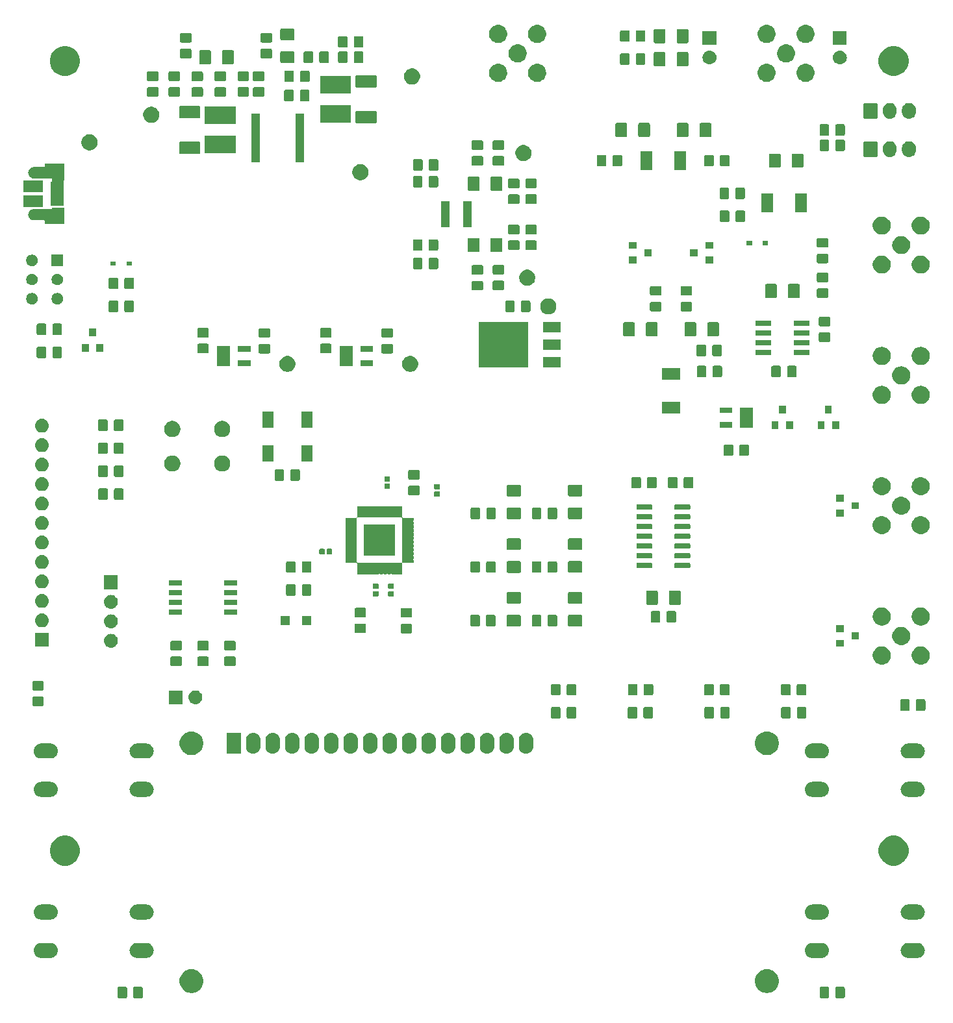
<source format=gbr>
G04 #@! TF.GenerationSoftware,KiCad,Pcbnew,5.1.4-e60b266~84~ubuntu18.04.1*
G04 #@! TF.CreationDate,2019-10-03T20:43:22+02:00*
G04 #@! TF.ProjectId,SingularitySurfer_V1,53696e67-756c-4617-9269-747953757266,rev?*
G04 #@! TF.SameCoordinates,Original*
G04 #@! TF.FileFunction,Soldermask,Top*
G04 #@! TF.FilePolarity,Negative*
%FSLAX46Y46*%
G04 Gerber Fmt 4.6, Leading zero omitted, Abs format (unit mm)*
G04 Created by KiCad (PCBNEW 5.1.4-e60b266~84~ubuntu18.04.1) date 2019-10-03 20:43:22*
%MOMM*%
%LPD*%
G04 APERTURE LIST*
%ADD10C,0.100000*%
G04 APERTURE END LIST*
D10*
G36*
X127488674Y-171753465D02*
G01*
X127526367Y-171764899D01*
X127561103Y-171783466D01*
X127591548Y-171808452D01*
X127616534Y-171838897D01*
X127635101Y-171873633D01*
X127646535Y-171911326D01*
X127651000Y-171956661D01*
X127651000Y-173043339D01*
X127646535Y-173088674D01*
X127635101Y-173126367D01*
X127616534Y-173161103D01*
X127591548Y-173191548D01*
X127561103Y-173216534D01*
X127526367Y-173235101D01*
X127488674Y-173246535D01*
X127443339Y-173251000D01*
X126606661Y-173251000D01*
X126561326Y-173246535D01*
X126523633Y-173235101D01*
X126488897Y-173216534D01*
X126458452Y-173191548D01*
X126433466Y-173161103D01*
X126414899Y-173126367D01*
X126403465Y-173088674D01*
X126399000Y-173043339D01*
X126399000Y-171956661D01*
X126403465Y-171911326D01*
X126414899Y-171873633D01*
X126433466Y-171838897D01*
X126458452Y-171808452D01*
X126488897Y-171783466D01*
X126523633Y-171764899D01*
X126561326Y-171753465D01*
X126606661Y-171749000D01*
X127443339Y-171749000D01*
X127488674Y-171753465D01*
X127488674Y-171753465D01*
G37*
G36*
X125438674Y-171753465D02*
G01*
X125476367Y-171764899D01*
X125511103Y-171783466D01*
X125541548Y-171808452D01*
X125566534Y-171838897D01*
X125585101Y-171873633D01*
X125596535Y-171911326D01*
X125601000Y-171956661D01*
X125601000Y-173043339D01*
X125596535Y-173088674D01*
X125585101Y-173126367D01*
X125566534Y-173161103D01*
X125541548Y-173191548D01*
X125511103Y-173216534D01*
X125476367Y-173235101D01*
X125438674Y-173246535D01*
X125393339Y-173251000D01*
X124556661Y-173251000D01*
X124511326Y-173246535D01*
X124473633Y-173235101D01*
X124438897Y-173216534D01*
X124408452Y-173191548D01*
X124383466Y-173161103D01*
X124364899Y-173126367D01*
X124353465Y-173088674D01*
X124349000Y-173043339D01*
X124349000Y-171956661D01*
X124353465Y-171911326D01*
X124364899Y-171873633D01*
X124383466Y-171838897D01*
X124408452Y-171808452D01*
X124438897Y-171783466D01*
X124473633Y-171764899D01*
X124511326Y-171753465D01*
X124556661Y-171749000D01*
X125393339Y-171749000D01*
X125438674Y-171753465D01*
X125438674Y-171753465D01*
G37*
G36*
X35988674Y-171753465D02*
G01*
X36026367Y-171764899D01*
X36061103Y-171783466D01*
X36091548Y-171808452D01*
X36116534Y-171838897D01*
X36135101Y-171873633D01*
X36146535Y-171911326D01*
X36151000Y-171956661D01*
X36151000Y-173043339D01*
X36146535Y-173088674D01*
X36135101Y-173126367D01*
X36116534Y-173161103D01*
X36091548Y-173191548D01*
X36061103Y-173216534D01*
X36026367Y-173235101D01*
X35988674Y-173246535D01*
X35943339Y-173251000D01*
X35106661Y-173251000D01*
X35061326Y-173246535D01*
X35023633Y-173235101D01*
X34988897Y-173216534D01*
X34958452Y-173191548D01*
X34933466Y-173161103D01*
X34914899Y-173126367D01*
X34903465Y-173088674D01*
X34899000Y-173043339D01*
X34899000Y-171956661D01*
X34903465Y-171911326D01*
X34914899Y-171873633D01*
X34933466Y-171838897D01*
X34958452Y-171808452D01*
X34988897Y-171783466D01*
X35023633Y-171764899D01*
X35061326Y-171753465D01*
X35106661Y-171749000D01*
X35943339Y-171749000D01*
X35988674Y-171753465D01*
X35988674Y-171753465D01*
G37*
G36*
X33938674Y-171753465D02*
G01*
X33976367Y-171764899D01*
X34011103Y-171783466D01*
X34041548Y-171808452D01*
X34066534Y-171838897D01*
X34085101Y-171873633D01*
X34096535Y-171911326D01*
X34101000Y-171956661D01*
X34101000Y-173043339D01*
X34096535Y-173088674D01*
X34085101Y-173126367D01*
X34066534Y-173161103D01*
X34041548Y-173191548D01*
X34011103Y-173216534D01*
X33976367Y-173235101D01*
X33938674Y-173246535D01*
X33893339Y-173251000D01*
X33056661Y-173251000D01*
X33011326Y-173246535D01*
X32973633Y-173235101D01*
X32938897Y-173216534D01*
X32908452Y-173191548D01*
X32883466Y-173161103D01*
X32864899Y-173126367D01*
X32853465Y-173088674D01*
X32849000Y-173043339D01*
X32849000Y-171956661D01*
X32853465Y-171911326D01*
X32864899Y-171873633D01*
X32883466Y-171838897D01*
X32908452Y-171808452D01*
X32938897Y-171783466D01*
X32973633Y-171764899D01*
X33011326Y-171753465D01*
X33056661Y-171749000D01*
X33893339Y-171749000D01*
X33938674Y-171753465D01*
X33938674Y-171753465D01*
G37*
G36*
X117802065Y-169479502D02*
G01*
X117951890Y-169509304D01*
X118234154Y-169626221D01*
X118488185Y-169795959D01*
X118704221Y-170011995D01*
X118873959Y-170266026D01*
X118990876Y-170548290D01*
X119050480Y-170847940D01*
X119050480Y-171153460D01*
X118990876Y-171453110D01*
X118873959Y-171735374D01*
X118704221Y-171989405D01*
X118488185Y-172205441D01*
X118234154Y-172375179D01*
X117951890Y-172492096D01*
X117802065Y-172521898D01*
X117652241Y-172551700D01*
X117346719Y-172551700D01*
X117196895Y-172521898D01*
X117047070Y-172492096D01*
X116764806Y-172375179D01*
X116510775Y-172205441D01*
X116294739Y-171989405D01*
X116125001Y-171735374D01*
X116008084Y-171453110D01*
X115948480Y-171153460D01*
X115948480Y-170847940D01*
X116008084Y-170548290D01*
X116125001Y-170266026D01*
X116294739Y-170011995D01*
X116510775Y-169795959D01*
X116764806Y-169626221D01*
X117047070Y-169509304D01*
X117196895Y-169479502D01*
X117346719Y-169449700D01*
X117652241Y-169449700D01*
X117802065Y-169479502D01*
X117802065Y-169479502D01*
G37*
G36*
X42803485Y-169479502D02*
G01*
X42953310Y-169509304D01*
X43235574Y-169626221D01*
X43489605Y-169795959D01*
X43705641Y-170011995D01*
X43875379Y-170266026D01*
X43992296Y-170548290D01*
X44051900Y-170847940D01*
X44051900Y-171153460D01*
X43992296Y-171453110D01*
X43875379Y-171735374D01*
X43705641Y-171989405D01*
X43489605Y-172205441D01*
X43235574Y-172375179D01*
X42953310Y-172492096D01*
X42803485Y-172521898D01*
X42653661Y-172551700D01*
X42348139Y-172551700D01*
X42198315Y-172521898D01*
X42048490Y-172492096D01*
X41766226Y-172375179D01*
X41512195Y-172205441D01*
X41296159Y-171989405D01*
X41126421Y-171735374D01*
X41009504Y-171453110D01*
X40949900Y-171153460D01*
X40949900Y-170847940D01*
X41009504Y-170548290D01*
X41126421Y-170266026D01*
X41296159Y-170011995D01*
X41512195Y-169795959D01*
X41766226Y-169626221D01*
X42048490Y-169509304D01*
X42198315Y-169479502D01*
X42348139Y-169449700D01*
X42653661Y-169449700D01*
X42803485Y-169479502D01*
X42803485Y-169479502D01*
G37*
G36*
X137194739Y-166028707D02*
G01*
X137290329Y-166038122D01*
X137474306Y-166093931D01*
X137474309Y-166093932D01*
X137564225Y-166141994D01*
X137643860Y-166184559D01*
X137690035Y-166222454D01*
X137792476Y-166306524D01*
X137876546Y-166408965D01*
X137914441Y-166455140D01*
X137957006Y-166534775D01*
X138005068Y-166624691D01*
X138005069Y-166624694D01*
X138060878Y-166808671D01*
X138079722Y-167000000D01*
X138060878Y-167191329D01*
X138005069Y-167375306D01*
X138005068Y-167375309D01*
X137957006Y-167465225D01*
X137914441Y-167544860D01*
X137876546Y-167591035D01*
X137792476Y-167693476D01*
X137690035Y-167777546D01*
X137643860Y-167815441D01*
X137564225Y-167858006D01*
X137474309Y-167906068D01*
X137474306Y-167906069D01*
X137290329Y-167961878D01*
X137194739Y-167971293D01*
X137146945Y-167976000D01*
X135853055Y-167976000D01*
X135805261Y-167971293D01*
X135709671Y-167961878D01*
X135525694Y-167906069D01*
X135525691Y-167906068D01*
X135435775Y-167858006D01*
X135356140Y-167815441D01*
X135309965Y-167777546D01*
X135207524Y-167693476D01*
X135123454Y-167591035D01*
X135085559Y-167544860D01*
X135042994Y-167465225D01*
X134994932Y-167375309D01*
X134994931Y-167375306D01*
X134939122Y-167191329D01*
X134920278Y-167000000D01*
X134939122Y-166808671D01*
X134994931Y-166624694D01*
X134994932Y-166624691D01*
X135042994Y-166534775D01*
X135085559Y-166455140D01*
X135123454Y-166408965D01*
X135207524Y-166306524D01*
X135309965Y-166222454D01*
X135356140Y-166184559D01*
X135435775Y-166141994D01*
X135525691Y-166093932D01*
X135525694Y-166093931D01*
X135709671Y-166038122D01*
X135805261Y-166028707D01*
X135853055Y-166024000D01*
X137146945Y-166024000D01*
X137194739Y-166028707D01*
X137194739Y-166028707D01*
G37*
G36*
X36694739Y-166028707D02*
G01*
X36790329Y-166038122D01*
X36974306Y-166093931D01*
X36974309Y-166093932D01*
X37064225Y-166141994D01*
X37143860Y-166184559D01*
X37190035Y-166222454D01*
X37292476Y-166306524D01*
X37376546Y-166408965D01*
X37414441Y-166455140D01*
X37457006Y-166534775D01*
X37505068Y-166624691D01*
X37505069Y-166624694D01*
X37560878Y-166808671D01*
X37579722Y-167000000D01*
X37560878Y-167191329D01*
X37505069Y-167375306D01*
X37505068Y-167375309D01*
X37457006Y-167465225D01*
X37414441Y-167544860D01*
X37376546Y-167591035D01*
X37292476Y-167693476D01*
X37190035Y-167777546D01*
X37143860Y-167815441D01*
X37064225Y-167858006D01*
X36974309Y-167906068D01*
X36974306Y-167906069D01*
X36790329Y-167961878D01*
X36694739Y-167971293D01*
X36646945Y-167976000D01*
X35353055Y-167976000D01*
X35305261Y-167971293D01*
X35209671Y-167961878D01*
X35025694Y-167906069D01*
X35025691Y-167906068D01*
X34935775Y-167858006D01*
X34856140Y-167815441D01*
X34809965Y-167777546D01*
X34707524Y-167693476D01*
X34623454Y-167591035D01*
X34585559Y-167544860D01*
X34542994Y-167465225D01*
X34494932Y-167375309D01*
X34494931Y-167375306D01*
X34439122Y-167191329D01*
X34420278Y-167000000D01*
X34439122Y-166808671D01*
X34494931Y-166624694D01*
X34494932Y-166624691D01*
X34542994Y-166534775D01*
X34585559Y-166455140D01*
X34623454Y-166408965D01*
X34707524Y-166306524D01*
X34809965Y-166222454D01*
X34856140Y-166184559D01*
X34935775Y-166141994D01*
X35025691Y-166093932D01*
X35025694Y-166093931D01*
X35209671Y-166038122D01*
X35305261Y-166028707D01*
X35353055Y-166024000D01*
X36646945Y-166024000D01*
X36694739Y-166028707D01*
X36694739Y-166028707D01*
G37*
G36*
X124694739Y-166028707D02*
G01*
X124790329Y-166038122D01*
X124974306Y-166093931D01*
X124974309Y-166093932D01*
X125064225Y-166141994D01*
X125143860Y-166184559D01*
X125190035Y-166222454D01*
X125292476Y-166306524D01*
X125376546Y-166408965D01*
X125414441Y-166455140D01*
X125457006Y-166534775D01*
X125505068Y-166624691D01*
X125505069Y-166624694D01*
X125560878Y-166808671D01*
X125579722Y-167000000D01*
X125560878Y-167191329D01*
X125505069Y-167375306D01*
X125505068Y-167375309D01*
X125457006Y-167465225D01*
X125414441Y-167544860D01*
X125376546Y-167591035D01*
X125292476Y-167693476D01*
X125190035Y-167777546D01*
X125143860Y-167815441D01*
X125064225Y-167858006D01*
X124974309Y-167906068D01*
X124974306Y-167906069D01*
X124790329Y-167961878D01*
X124694739Y-167971293D01*
X124646945Y-167976000D01*
X123353055Y-167976000D01*
X123305261Y-167971293D01*
X123209671Y-167961878D01*
X123025694Y-167906069D01*
X123025691Y-167906068D01*
X122935775Y-167858006D01*
X122856140Y-167815441D01*
X122809965Y-167777546D01*
X122707524Y-167693476D01*
X122623454Y-167591035D01*
X122585559Y-167544860D01*
X122542994Y-167465225D01*
X122494932Y-167375309D01*
X122494931Y-167375306D01*
X122439122Y-167191329D01*
X122420278Y-167000000D01*
X122439122Y-166808671D01*
X122494931Y-166624694D01*
X122494932Y-166624691D01*
X122542994Y-166534775D01*
X122585559Y-166455140D01*
X122623454Y-166408965D01*
X122707524Y-166306524D01*
X122809965Y-166222454D01*
X122856140Y-166184559D01*
X122935775Y-166141994D01*
X123025691Y-166093932D01*
X123025694Y-166093931D01*
X123209671Y-166038122D01*
X123305261Y-166028707D01*
X123353055Y-166024000D01*
X124646945Y-166024000D01*
X124694739Y-166028707D01*
X124694739Y-166028707D01*
G37*
G36*
X24194739Y-166028707D02*
G01*
X24290329Y-166038122D01*
X24474306Y-166093931D01*
X24474309Y-166093932D01*
X24564225Y-166141994D01*
X24643860Y-166184559D01*
X24690035Y-166222454D01*
X24792476Y-166306524D01*
X24876546Y-166408965D01*
X24914441Y-166455140D01*
X24957006Y-166534775D01*
X25005068Y-166624691D01*
X25005069Y-166624694D01*
X25060878Y-166808671D01*
X25079722Y-167000000D01*
X25060878Y-167191329D01*
X25005069Y-167375306D01*
X25005068Y-167375309D01*
X24957006Y-167465225D01*
X24914441Y-167544860D01*
X24876546Y-167591035D01*
X24792476Y-167693476D01*
X24690035Y-167777546D01*
X24643860Y-167815441D01*
X24564225Y-167858006D01*
X24474309Y-167906068D01*
X24474306Y-167906069D01*
X24290329Y-167961878D01*
X24194739Y-167971293D01*
X24146945Y-167976000D01*
X22853055Y-167976000D01*
X22805261Y-167971293D01*
X22709671Y-167961878D01*
X22525694Y-167906069D01*
X22525691Y-167906068D01*
X22435775Y-167858006D01*
X22356140Y-167815441D01*
X22309965Y-167777546D01*
X22207524Y-167693476D01*
X22123454Y-167591035D01*
X22085559Y-167544860D01*
X22042994Y-167465225D01*
X21994932Y-167375309D01*
X21994931Y-167375306D01*
X21939122Y-167191329D01*
X21920278Y-167000000D01*
X21939122Y-166808671D01*
X21994931Y-166624694D01*
X21994932Y-166624691D01*
X22042994Y-166534775D01*
X22085559Y-166455140D01*
X22123454Y-166408965D01*
X22207524Y-166306524D01*
X22309965Y-166222454D01*
X22356140Y-166184559D01*
X22435775Y-166141994D01*
X22525691Y-166093932D01*
X22525694Y-166093931D01*
X22709671Y-166038122D01*
X22805261Y-166028707D01*
X22853055Y-166024000D01*
X24146945Y-166024000D01*
X24194739Y-166028707D01*
X24194739Y-166028707D01*
G37*
G36*
X137194739Y-161028707D02*
G01*
X137290329Y-161038122D01*
X137474306Y-161093931D01*
X137474309Y-161093932D01*
X137564225Y-161141994D01*
X137643860Y-161184559D01*
X137690035Y-161222454D01*
X137792476Y-161306524D01*
X137876546Y-161408965D01*
X137914441Y-161455140D01*
X137957006Y-161534775D01*
X138005068Y-161624691D01*
X138005069Y-161624694D01*
X138060878Y-161808671D01*
X138079722Y-162000000D01*
X138060878Y-162191329D01*
X138005069Y-162375306D01*
X138005068Y-162375309D01*
X137957006Y-162465225D01*
X137914441Y-162544860D01*
X137876546Y-162591035D01*
X137792476Y-162693476D01*
X137690035Y-162777546D01*
X137643860Y-162815441D01*
X137564225Y-162858006D01*
X137474309Y-162906068D01*
X137474306Y-162906069D01*
X137290329Y-162961878D01*
X137194739Y-162971293D01*
X137146945Y-162976000D01*
X135853055Y-162976000D01*
X135805261Y-162971293D01*
X135709671Y-162961878D01*
X135525694Y-162906069D01*
X135525691Y-162906068D01*
X135435775Y-162858006D01*
X135356140Y-162815441D01*
X135309965Y-162777546D01*
X135207524Y-162693476D01*
X135123454Y-162591035D01*
X135085559Y-162544860D01*
X135042994Y-162465225D01*
X134994932Y-162375309D01*
X134994931Y-162375306D01*
X134939122Y-162191329D01*
X134920278Y-162000000D01*
X134939122Y-161808671D01*
X134994931Y-161624694D01*
X134994932Y-161624691D01*
X135042994Y-161534775D01*
X135085559Y-161455140D01*
X135123454Y-161408965D01*
X135207524Y-161306524D01*
X135309965Y-161222454D01*
X135356140Y-161184559D01*
X135435775Y-161141994D01*
X135525691Y-161093932D01*
X135525694Y-161093931D01*
X135709671Y-161038122D01*
X135805261Y-161028707D01*
X135853055Y-161024000D01*
X137146945Y-161024000D01*
X137194739Y-161028707D01*
X137194739Y-161028707D01*
G37*
G36*
X36694739Y-161028707D02*
G01*
X36790329Y-161038122D01*
X36974306Y-161093931D01*
X36974309Y-161093932D01*
X37064225Y-161141994D01*
X37143860Y-161184559D01*
X37190035Y-161222454D01*
X37292476Y-161306524D01*
X37376546Y-161408965D01*
X37414441Y-161455140D01*
X37457006Y-161534775D01*
X37505068Y-161624691D01*
X37505069Y-161624694D01*
X37560878Y-161808671D01*
X37579722Y-162000000D01*
X37560878Y-162191329D01*
X37505069Y-162375306D01*
X37505068Y-162375309D01*
X37457006Y-162465225D01*
X37414441Y-162544860D01*
X37376546Y-162591035D01*
X37292476Y-162693476D01*
X37190035Y-162777546D01*
X37143860Y-162815441D01*
X37064225Y-162858006D01*
X36974309Y-162906068D01*
X36974306Y-162906069D01*
X36790329Y-162961878D01*
X36694739Y-162971293D01*
X36646945Y-162976000D01*
X35353055Y-162976000D01*
X35305261Y-162971293D01*
X35209671Y-162961878D01*
X35025694Y-162906069D01*
X35025691Y-162906068D01*
X34935775Y-162858006D01*
X34856140Y-162815441D01*
X34809965Y-162777546D01*
X34707524Y-162693476D01*
X34623454Y-162591035D01*
X34585559Y-162544860D01*
X34542994Y-162465225D01*
X34494932Y-162375309D01*
X34494931Y-162375306D01*
X34439122Y-162191329D01*
X34420278Y-162000000D01*
X34439122Y-161808671D01*
X34494931Y-161624694D01*
X34494932Y-161624691D01*
X34542994Y-161534775D01*
X34585559Y-161455140D01*
X34623454Y-161408965D01*
X34707524Y-161306524D01*
X34809965Y-161222454D01*
X34856140Y-161184559D01*
X34935775Y-161141994D01*
X35025691Y-161093932D01*
X35025694Y-161093931D01*
X35209671Y-161038122D01*
X35305261Y-161028707D01*
X35353055Y-161024000D01*
X36646945Y-161024000D01*
X36694739Y-161028707D01*
X36694739Y-161028707D01*
G37*
G36*
X124694739Y-161028707D02*
G01*
X124790329Y-161038122D01*
X124974306Y-161093931D01*
X124974309Y-161093932D01*
X125064225Y-161141994D01*
X125143860Y-161184559D01*
X125190035Y-161222454D01*
X125292476Y-161306524D01*
X125376546Y-161408965D01*
X125414441Y-161455140D01*
X125457006Y-161534775D01*
X125505068Y-161624691D01*
X125505069Y-161624694D01*
X125560878Y-161808671D01*
X125579722Y-162000000D01*
X125560878Y-162191329D01*
X125505069Y-162375306D01*
X125505068Y-162375309D01*
X125457006Y-162465225D01*
X125414441Y-162544860D01*
X125376546Y-162591035D01*
X125292476Y-162693476D01*
X125190035Y-162777546D01*
X125143860Y-162815441D01*
X125064225Y-162858006D01*
X124974309Y-162906068D01*
X124974306Y-162906069D01*
X124790329Y-162961878D01*
X124694739Y-162971293D01*
X124646945Y-162976000D01*
X123353055Y-162976000D01*
X123305261Y-162971293D01*
X123209671Y-162961878D01*
X123025694Y-162906069D01*
X123025691Y-162906068D01*
X122935775Y-162858006D01*
X122856140Y-162815441D01*
X122809965Y-162777546D01*
X122707524Y-162693476D01*
X122623454Y-162591035D01*
X122585559Y-162544860D01*
X122542994Y-162465225D01*
X122494932Y-162375309D01*
X122494931Y-162375306D01*
X122439122Y-162191329D01*
X122420278Y-162000000D01*
X122439122Y-161808671D01*
X122494931Y-161624694D01*
X122494932Y-161624691D01*
X122542994Y-161534775D01*
X122585559Y-161455140D01*
X122623454Y-161408965D01*
X122707524Y-161306524D01*
X122809965Y-161222454D01*
X122856140Y-161184559D01*
X122935775Y-161141994D01*
X123025691Y-161093932D01*
X123025694Y-161093931D01*
X123209671Y-161038122D01*
X123305261Y-161028707D01*
X123353055Y-161024000D01*
X124646945Y-161024000D01*
X124694739Y-161028707D01*
X124694739Y-161028707D01*
G37*
G36*
X24194739Y-161028707D02*
G01*
X24290329Y-161038122D01*
X24474306Y-161093931D01*
X24474309Y-161093932D01*
X24564225Y-161141994D01*
X24643860Y-161184559D01*
X24690035Y-161222454D01*
X24792476Y-161306524D01*
X24876546Y-161408965D01*
X24914441Y-161455140D01*
X24957006Y-161534775D01*
X25005068Y-161624691D01*
X25005069Y-161624694D01*
X25060878Y-161808671D01*
X25079722Y-162000000D01*
X25060878Y-162191329D01*
X25005069Y-162375306D01*
X25005068Y-162375309D01*
X24957006Y-162465225D01*
X24914441Y-162544860D01*
X24876546Y-162591035D01*
X24792476Y-162693476D01*
X24690035Y-162777546D01*
X24643860Y-162815441D01*
X24564225Y-162858006D01*
X24474309Y-162906068D01*
X24474306Y-162906069D01*
X24290329Y-162961878D01*
X24194739Y-162971293D01*
X24146945Y-162976000D01*
X22853055Y-162976000D01*
X22805261Y-162971293D01*
X22709671Y-162961878D01*
X22525694Y-162906069D01*
X22525691Y-162906068D01*
X22435775Y-162858006D01*
X22356140Y-162815441D01*
X22309965Y-162777546D01*
X22207524Y-162693476D01*
X22123454Y-162591035D01*
X22085559Y-162544860D01*
X22042994Y-162465225D01*
X21994932Y-162375309D01*
X21994931Y-162375306D01*
X21939122Y-162191329D01*
X21920278Y-162000000D01*
X21939122Y-161808671D01*
X21994931Y-161624694D01*
X21994932Y-161624691D01*
X22042994Y-161534775D01*
X22085559Y-161455140D01*
X22123454Y-161408965D01*
X22207524Y-161306524D01*
X22309965Y-161222454D01*
X22356140Y-161184559D01*
X22435775Y-161141994D01*
X22525691Y-161093932D01*
X22525694Y-161093931D01*
X22709671Y-161038122D01*
X22805261Y-161028707D01*
X22853055Y-161024000D01*
X24146945Y-161024000D01*
X24194739Y-161028707D01*
X24194739Y-161028707D01*
G37*
G36*
X134569085Y-152123975D02*
G01*
X134924143Y-152271045D01*
X134924145Y-152271046D01*
X135243690Y-152484559D01*
X135515441Y-152756310D01*
X135728954Y-153075855D01*
X135728955Y-153075857D01*
X135876025Y-153430915D01*
X135951000Y-153807842D01*
X135951000Y-154192158D01*
X135876025Y-154569085D01*
X135728955Y-154924143D01*
X135728954Y-154924145D01*
X135515441Y-155243690D01*
X135243690Y-155515441D01*
X134924145Y-155728954D01*
X134924144Y-155728955D01*
X134924143Y-155728955D01*
X134569085Y-155876025D01*
X134192158Y-155951000D01*
X133807842Y-155951000D01*
X133430915Y-155876025D01*
X133075857Y-155728955D01*
X133075856Y-155728955D01*
X133075855Y-155728954D01*
X132756310Y-155515441D01*
X132484559Y-155243690D01*
X132271046Y-154924145D01*
X132271045Y-154924143D01*
X132123975Y-154569085D01*
X132049000Y-154192158D01*
X132049000Y-153807842D01*
X132123975Y-153430915D01*
X132271045Y-153075857D01*
X132271046Y-153075855D01*
X132484559Y-152756310D01*
X132756310Y-152484559D01*
X133075855Y-152271046D01*
X133075857Y-152271045D01*
X133430915Y-152123975D01*
X133807842Y-152049000D01*
X134192158Y-152049000D01*
X134569085Y-152123975D01*
X134569085Y-152123975D01*
G37*
G36*
X26569085Y-152123975D02*
G01*
X26924143Y-152271045D01*
X26924145Y-152271046D01*
X27243690Y-152484559D01*
X27515441Y-152756310D01*
X27728954Y-153075855D01*
X27728955Y-153075857D01*
X27876025Y-153430915D01*
X27951000Y-153807842D01*
X27951000Y-154192158D01*
X27876025Y-154569085D01*
X27728955Y-154924143D01*
X27728954Y-154924145D01*
X27515441Y-155243690D01*
X27243690Y-155515441D01*
X26924145Y-155728954D01*
X26924144Y-155728955D01*
X26924143Y-155728955D01*
X26569085Y-155876025D01*
X26192158Y-155951000D01*
X25807842Y-155951000D01*
X25430915Y-155876025D01*
X25075857Y-155728955D01*
X25075856Y-155728955D01*
X25075855Y-155728954D01*
X24756310Y-155515441D01*
X24484559Y-155243690D01*
X24271046Y-154924145D01*
X24271045Y-154924143D01*
X24123975Y-154569085D01*
X24049000Y-154192158D01*
X24049000Y-153807842D01*
X24123975Y-153430915D01*
X24271045Y-153075857D01*
X24271046Y-153075855D01*
X24484559Y-152756310D01*
X24756310Y-152484559D01*
X25075855Y-152271046D01*
X25075857Y-152271045D01*
X25430915Y-152123975D01*
X25807842Y-152049000D01*
X26192158Y-152049000D01*
X26569085Y-152123975D01*
X26569085Y-152123975D01*
G37*
G36*
X137194739Y-145028707D02*
G01*
X137290329Y-145038122D01*
X137474306Y-145093931D01*
X137474309Y-145093932D01*
X137564225Y-145141994D01*
X137643860Y-145184559D01*
X137690035Y-145222454D01*
X137792476Y-145306524D01*
X137876546Y-145408965D01*
X137914441Y-145455140D01*
X137957006Y-145534775D01*
X138005068Y-145624691D01*
X138005069Y-145624694D01*
X138060878Y-145808671D01*
X138079722Y-146000000D01*
X138060878Y-146191329D01*
X138005069Y-146375306D01*
X138005068Y-146375309D01*
X137957006Y-146465225D01*
X137914441Y-146544860D01*
X137876546Y-146591035D01*
X137792476Y-146693476D01*
X137690035Y-146777546D01*
X137643860Y-146815441D01*
X137564225Y-146858006D01*
X137474309Y-146906068D01*
X137474306Y-146906069D01*
X137290329Y-146961878D01*
X137194739Y-146971293D01*
X137146945Y-146976000D01*
X135853055Y-146976000D01*
X135805261Y-146971293D01*
X135709671Y-146961878D01*
X135525694Y-146906069D01*
X135525691Y-146906068D01*
X135435775Y-146858006D01*
X135356140Y-146815441D01*
X135309965Y-146777546D01*
X135207524Y-146693476D01*
X135123454Y-146591035D01*
X135085559Y-146544860D01*
X135042994Y-146465225D01*
X134994932Y-146375309D01*
X134994931Y-146375306D01*
X134939122Y-146191329D01*
X134920278Y-146000000D01*
X134939122Y-145808671D01*
X134994931Y-145624694D01*
X134994932Y-145624691D01*
X135042994Y-145534775D01*
X135085559Y-145455140D01*
X135123454Y-145408965D01*
X135207524Y-145306524D01*
X135309965Y-145222454D01*
X135356140Y-145184559D01*
X135435775Y-145141994D01*
X135525691Y-145093932D01*
X135525694Y-145093931D01*
X135709671Y-145038122D01*
X135805261Y-145028707D01*
X135853055Y-145024000D01*
X137146945Y-145024000D01*
X137194739Y-145028707D01*
X137194739Y-145028707D01*
G37*
G36*
X124694739Y-145028707D02*
G01*
X124790329Y-145038122D01*
X124974306Y-145093931D01*
X124974309Y-145093932D01*
X125064225Y-145141994D01*
X125143860Y-145184559D01*
X125190035Y-145222454D01*
X125292476Y-145306524D01*
X125376546Y-145408965D01*
X125414441Y-145455140D01*
X125457006Y-145534775D01*
X125505068Y-145624691D01*
X125505069Y-145624694D01*
X125560878Y-145808671D01*
X125579722Y-146000000D01*
X125560878Y-146191329D01*
X125505069Y-146375306D01*
X125505068Y-146375309D01*
X125457006Y-146465225D01*
X125414441Y-146544860D01*
X125376546Y-146591035D01*
X125292476Y-146693476D01*
X125190035Y-146777546D01*
X125143860Y-146815441D01*
X125064225Y-146858006D01*
X124974309Y-146906068D01*
X124974306Y-146906069D01*
X124790329Y-146961878D01*
X124694739Y-146971293D01*
X124646945Y-146976000D01*
X123353055Y-146976000D01*
X123305261Y-146971293D01*
X123209671Y-146961878D01*
X123025694Y-146906069D01*
X123025691Y-146906068D01*
X122935775Y-146858006D01*
X122856140Y-146815441D01*
X122809965Y-146777546D01*
X122707524Y-146693476D01*
X122623454Y-146591035D01*
X122585559Y-146544860D01*
X122542994Y-146465225D01*
X122494932Y-146375309D01*
X122494931Y-146375306D01*
X122439122Y-146191329D01*
X122420278Y-146000000D01*
X122439122Y-145808671D01*
X122494931Y-145624694D01*
X122494932Y-145624691D01*
X122542994Y-145534775D01*
X122585559Y-145455140D01*
X122623454Y-145408965D01*
X122707524Y-145306524D01*
X122809965Y-145222454D01*
X122856140Y-145184559D01*
X122935775Y-145141994D01*
X123025691Y-145093932D01*
X123025694Y-145093931D01*
X123209671Y-145038122D01*
X123305261Y-145028707D01*
X123353055Y-145024000D01*
X124646945Y-145024000D01*
X124694739Y-145028707D01*
X124694739Y-145028707D01*
G37*
G36*
X36694739Y-145028707D02*
G01*
X36790329Y-145038122D01*
X36974306Y-145093931D01*
X36974309Y-145093932D01*
X37064225Y-145141994D01*
X37143860Y-145184559D01*
X37190035Y-145222454D01*
X37292476Y-145306524D01*
X37376546Y-145408965D01*
X37414441Y-145455140D01*
X37457006Y-145534775D01*
X37505068Y-145624691D01*
X37505069Y-145624694D01*
X37560878Y-145808671D01*
X37579722Y-146000000D01*
X37560878Y-146191329D01*
X37505069Y-146375306D01*
X37505068Y-146375309D01*
X37457006Y-146465225D01*
X37414441Y-146544860D01*
X37376546Y-146591035D01*
X37292476Y-146693476D01*
X37190035Y-146777546D01*
X37143860Y-146815441D01*
X37064225Y-146858006D01*
X36974309Y-146906068D01*
X36974306Y-146906069D01*
X36790329Y-146961878D01*
X36694739Y-146971293D01*
X36646945Y-146976000D01*
X35353055Y-146976000D01*
X35305261Y-146971293D01*
X35209671Y-146961878D01*
X35025694Y-146906069D01*
X35025691Y-146906068D01*
X34935775Y-146858006D01*
X34856140Y-146815441D01*
X34809965Y-146777546D01*
X34707524Y-146693476D01*
X34623454Y-146591035D01*
X34585559Y-146544860D01*
X34542994Y-146465225D01*
X34494932Y-146375309D01*
X34494931Y-146375306D01*
X34439122Y-146191329D01*
X34420278Y-146000000D01*
X34439122Y-145808671D01*
X34494931Y-145624694D01*
X34494932Y-145624691D01*
X34542994Y-145534775D01*
X34585559Y-145455140D01*
X34623454Y-145408965D01*
X34707524Y-145306524D01*
X34809965Y-145222454D01*
X34856140Y-145184559D01*
X34935775Y-145141994D01*
X35025691Y-145093932D01*
X35025694Y-145093931D01*
X35209671Y-145038122D01*
X35305261Y-145028707D01*
X35353055Y-145024000D01*
X36646945Y-145024000D01*
X36694739Y-145028707D01*
X36694739Y-145028707D01*
G37*
G36*
X24194739Y-145028707D02*
G01*
X24290329Y-145038122D01*
X24474306Y-145093931D01*
X24474309Y-145093932D01*
X24564225Y-145141994D01*
X24643860Y-145184559D01*
X24690035Y-145222454D01*
X24792476Y-145306524D01*
X24876546Y-145408965D01*
X24914441Y-145455140D01*
X24957006Y-145534775D01*
X25005068Y-145624691D01*
X25005069Y-145624694D01*
X25060878Y-145808671D01*
X25079722Y-146000000D01*
X25060878Y-146191329D01*
X25005069Y-146375306D01*
X25005068Y-146375309D01*
X24957006Y-146465225D01*
X24914441Y-146544860D01*
X24876546Y-146591035D01*
X24792476Y-146693476D01*
X24690035Y-146777546D01*
X24643860Y-146815441D01*
X24564225Y-146858006D01*
X24474309Y-146906068D01*
X24474306Y-146906069D01*
X24290329Y-146961878D01*
X24194739Y-146971293D01*
X24146945Y-146976000D01*
X22853055Y-146976000D01*
X22805261Y-146971293D01*
X22709671Y-146961878D01*
X22525694Y-146906069D01*
X22525691Y-146906068D01*
X22435775Y-146858006D01*
X22356140Y-146815441D01*
X22309965Y-146777546D01*
X22207524Y-146693476D01*
X22123454Y-146591035D01*
X22085559Y-146544860D01*
X22042994Y-146465225D01*
X21994932Y-146375309D01*
X21994931Y-146375306D01*
X21939122Y-146191329D01*
X21920278Y-146000000D01*
X21939122Y-145808671D01*
X21994931Y-145624694D01*
X21994932Y-145624691D01*
X22042994Y-145534775D01*
X22085559Y-145455140D01*
X22123454Y-145408965D01*
X22207524Y-145306524D01*
X22309965Y-145222454D01*
X22356140Y-145184559D01*
X22435775Y-145141994D01*
X22525691Y-145093932D01*
X22525694Y-145093931D01*
X22709671Y-145038122D01*
X22805261Y-145028707D01*
X22853055Y-145024000D01*
X24146945Y-145024000D01*
X24194739Y-145028707D01*
X24194739Y-145028707D01*
G37*
G36*
X24194739Y-140028707D02*
G01*
X24290329Y-140038122D01*
X24474306Y-140093931D01*
X24474309Y-140093932D01*
X24564225Y-140141994D01*
X24643860Y-140184559D01*
X24690035Y-140222454D01*
X24792476Y-140306524D01*
X24876546Y-140408965D01*
X24914441Y-140455140D01*
X24957006Y-140534775D01*
X25005068Y-140624691D01*
X25005069Y-140624694D01*
X25060878Y-140808671D01*
X25079722Y-141000000D01*
X25060878Y-141191329D01*
X25016616Y-141337240D01*
X25005068Y-141375309D01*
X24957006Y-141465225D01*
X24914441Y-141544860D01*
X24876546Y-141591035D01*
X24792476Y-141693476D01*
X24690035Y-141777546D01*
X24643860Y-141815441D01*
X24564225Y-141858006D01*
X24474309Y-141906068D01*
X24474306Y-141906069D01*
X24290329Y-141961878D01*
X24194739Y-141971293D01*
X24146945Y-141976000D01*
X22853055Y-141976000D01*
X22805261Y-141971293D01*
X22709671Y-141961878D01*
X22525694Y-141906069D01*
X22525691Y-141906068D01*
X22435775Y-141858006D01*
X22356140Y-141815441D01*
X22309965Y-141777546D01*
X22207524Y-141693476D01*
X22123454Y-141591035D01*
X22085559Y-141544860D01*
X22042994Y-141465225D01*
X21994932Y-141375309D01*
X21983384Y-141337240D01*
X21939122Y-141191329D01*
X21920278Y-141000000D01*
X21939122Y-140808671D01*
X21994931Y-140624694D01*
X21994932Y-140624691D01*
X22042994Y-140534775D01*
X22085559Y-140455140D01*
X22123454Y-140408965D01*
X22207524Y-140306524D01*
X22309965Y-140222454D01*
X22356140Y-140184559D01*
X22435775Y-140141994D01*
X22525691Y-140093932D01*
X22525694Y-140093931D01*
X22709671Y-140038122D01*
X22805261Y-140028707D01*
X22853055Y-140024000D01*
X24146945Y-140024000D01*
X24194739Y-140028707D01*
X24194739Y-140028707D01*
G37*
G36*
X36694739Y-140028707D02*
G01*
X36790329Y-140038122D01*
X36974306Y-140093931D01*
X36974309Y-140093932D01*
X37064225Y-140141994D01*
X37143860Y-140184559D01*
X37190035Y-140222454D01*
X37292476Y-140306524D01*
X37376546Y-140408965D01*
X37414441Y-140455140D01*
X37457006Y-140534775D01*
X37505068Y-140624691D01*
X37505069Y-140624694D01*
X37560878Y-140808671D01*
X37579722Y-141000000D01*
X37560878Y-141191329D01*
X37516616Y-141337240D01*
X37505068Y-141375309D01*
X37457006Y-141465225D01*
X37414441Y-141544860D01*
X37376546Y-141591035D01*
X37292476Y-141693476D01*
X37190035Y-141777546D01*
X37143860Y-141815441D01*
X37064225Y-141858006D01*
X36974309Y-141906068D01*
X36974306Y-141906069D01*
X36790329Y-141961878D01*
X36694739Y-141971293D01*
X36646945Y-141976000D01*
X35353055Y-141976000D01*
X35305261Y-141971293D01*
X35209671Y-141961878D01*
X35025694Y-141906069D01*
X35025691Y-141906068D01*
X34935775Y-141858006D01*
X34856140Y-141815441D01*
X34809965Y-141777546D01*
X34707524Y-141693476D01*
X34623454Y-141591035D01*
X34585559Y-141544860D01*
X34542994Y-141465225D01*
X34494932Y-141375309D01*
X34483384Y-141337240D01*
X34439122Y-141191329D01*
X34420278Y-141000000D01*
X34439122Y-140808671D01*
X34494931Y-140624694D01*
X34494932Y-140624691D01*
X34542994Y-140534775D01*
X34585559Y-140455140D01*
X34623454Y-140408965D01*
X34707524Y-140306524D01*
X34809965Y-140222454D01*
X34856140Y-140184559D01*
X34935775Y-140141994D01*
X35025691Y-140093932D01*
X35025694Y-140093931D01*
X35209671Y-140038122D01*
X35305261Y-140028707D01*
X35353055Y-140024000D01*
X36646945Y-140024000D01*
X36694739Y-140028707D01*
X36694739Y-140028707D01*
G37*
G36*
X137194739Y-140028707D02*
G01*
X137290329Y-140038122D01*
X137474306Y-140093931D01*
X137474309Y-140093932D01*
X137564225Y-140141994D01*
X137643860Y-140184559D01*
X137690035Y-140222454D01*
X137792476Y-140306524D01*
X137876546Y-140408965D01*
X137914441Y-140455140D01*
X137957006Y-140534775D01*
X138005068Y-140624691D01*
X138005069Y-140624694D01*
X138060878Y-140808671D01*
X138079722Y-141000000D01*
X138060878Y-141191329D01*
X138016616Y-141337240D01*
X138005068Y-141375309D01*
X137957006Y-141465225D01*
X137914441Y-141544860D01*
X137876546Y-141591035D01*
X137792476Y-141693476D01*
X137690035Y-141777546D01*
X137643860Y-141815441D01*
X137564225Y-141858006D01*
X137474309Y-141906068D01*
X137474306Y-141906069D01*
X137290329Y-141961878D01*
X137194739Y-141971293D01*
X137146945Y-141976000D01*
X135853055Y-141976000D01*
X135805261Y-141971293D01*
X135709671Y-141961878D01*
X135525694Y-141906069D01*
X135525691Y-141906068D01*
X135435775Y-141858006D01*
X135356140Y-141815441D01*
X135309965Y-141777546D01*
X135207524Y-141693476D01*
X135123454Y-141591035D01*
X135085559Y-141544860D01*
X135042994Y-141465225D01*
X134994932Y-141375309D01*
X134983384Y-141337240D01*
X134939122Y-141191329D01*
X134920278Y-141000000D01*
X134939122Y-140808671D01*
X134994931Y-140624694D01*
X134994932Y-140624691D01*
X135042994Y-140534775D01*
X135085559Y-140455140D01*
X135123454Y-140408965D01*
X135207524Y-140306524D01*
X135309965Y-140222454D01*
X135356140Y-140184559D01*
X135435775Y-140141994D01*
X135525691Y-140093932D01*
X135525694Y-140093931D01*
X135709671Y-140038122D01*
X135805261Y-140028707D01*
X135853055Y-140024000D01*
X137146945Y-140024000D01*
X137194739Y-140028707D01*
X137194739Y-140028707D01*
G37*
G36*
X124694739Y-140028707D02*
G01*
X124790329Y-140038122D01*
X124974306Y-140093931D01*
X124974309Y-140093932D01*
X125064225Y-140141994D01*
X125143860Y-140184559D01*
X125190035Y-140222454D01*
X125292476Y-140306524D01*
X125376546Y-140408965D01*
X125414441Y-140455140D01*
X125457006Y-140534775D01*
X125505068Y-140624691D01*
X125505069Y-140624694D01*
X125560878Y-140808671D01*
X125579722Y-141000000D01*
X125560878Y-141191329D01*
X125516616Y-141337240D01*
X125505068Y-141375309D01*
X125457006Y-141465225D01*
X125414441Y-141544860D01*
X125376546Y-141591035D01*
X125292476Y-141693476D01*
X125190035Y-141777546D01*
X125143860Y-141815441D01*
X125064225Y-141858006D01*
X124974309Y-141906068D01*
X124974306Y-141906069D01*
X124790329Y-141961878D01*
X124694739Y-141971293D01*
X124646945Y-141976000D01*
X123353055Y-141976000D01*
X123305261Y-141971293D01*
X123209671Y-141961878D01*
X123025694Y-141906069D01*
X123025691Y-141906068D01*
X122935775Y-141858006D01*
X122856140Y-141815441D01*
X122809965Y-141777546D01*
X122707524Y-141693476D01*
X122623454Y-141591035D01*
X122585559Y-141544860D01*
X122542994Y-141465225D01*
X122494932Y-141375309D01*
X122483384Y-141337240D01*
X122439122Y-141191329D01*
X122420278Y-141000000D01*
X122439122Y-140808671D01*
X122494931Y-140624694D01*
X122494932Y-140624691D01*
X122542994Y-140534775D01*
X122585559Y-140455140D01*
X122623454Y-140408965D01*
X122707524Y-140306524D01*
X122809965Y-140222454D01*
X122856140Y-140184559D01*
X122935775Y-140141994D01*
X123025691Y-140093932D01*
X123025694Y-140093931D01*
X123209671Y-140038122D01*
X123305261Y-140028707D01*
X123353055Y-140024000D01*
X124646945Y-140024000D01*
X124694739Y-140028707D01*
X124694739Y-140028707D01*
G37*
G36*
X117802585Y-138478802D02*
G01*
X117952410Y-138508604D01*
X118234674Y-138625521D01*
X118488705Y-138795259D01*
X118704741Y-139011295D01*
X118874479Y-139265326D01*
X118991396Y-139547590D01*
X119051000Y-139847240D01*
X119051000Y-140152760D01*
X118991396Y-140452410D01*
X118874479Y-140734674D01*
X118704741Y-140988705D01*
X118488705Y-141204741D01*
X118234674Y-141374479D01*
X117952410Y-141491396D01*
X117802585Y-141521198D01*
X117652761Y-141551000D01*
X117347239Y-141551000D01*
X117197415Y-141521198D01*
X117047590Y-141491396D01*
X116765326Y-141374479D01*
X116511295Y-141204741D01*
X116295259Y-140988705D01*
X116125521Y-140734674D01*
X116008604Y-140452410D01*
X115949000Y-140152760D01*
X115949000Y-139847240D01*
X116008604Y-139547590D01*
X116125521Y-139265326D01*
X116295259Y-139011295D01*
X116511295Y-138795259D01*
X116765326Y-138625521D01*
X117047590Y-138508604D01*
X117197415Y-138478802D01*
X117347239Y-138449000D01*
X117652761Y-138449000D01*
X117802585Y-138478802D01*
X117802585Y-138478802D01*
G37*
G36*
X42803485Y-138478802D02*
G01*
X42953310Y-138508604D01*
X43235574Y-138625521D01*
X43489605Y-138795259D01*
X43705641Y-139011295D01*
X43875379Y-139265326D01*
X43992296Y-139547590D01*
X44051900Y-139847240D01*
X44051900Y-140152760D01*
X43992296Y-140452410D01*
X43875379Y-140734674D01*
X43705641Y-140988705D01*
X43489605Y-141204741D01*
X43235574Y-141374479D01*
X42953310Y-141491396D01*
X42803485Y-141521198D01*
X42653661Y-141551000D01*
X42348139Y-141551000D01*
X42198315Y-141521198D01*
X42048490Y-141491396D01*
X41766226Y-141374479D01*
X41512195Y-141204741D01*
X41296159Y-140988705D01*
X41126421Y-140734674D01*
X41009504Y-140452410D01*
X40949900Y-140152760D01*
X40949900Y-139847240D01*
X41009504Y-139547590D01*
X41126421Y-139265326D01*
X41296159Y-139011295D01*
X41512195Y-138795259D01*
X41766226Y-138625521D01*
X42048490Y-138508604D01*
X42198315Y-138478802D01*
X42348139Y-138449000D01*
X42653661Y-138449000D01*
X42803485Y-138478802D01*
X42803485Y-138478802D01*
G37*
G36*
X50726424Y-138662760D02*
G01*
X50726427Y-138662761D01*
X50726428Y-138662761D01*
X50905692Y-138717140D01*
X50905695Y-138717142D01*
X50905696Y-138717142D01*
X51070903Y-138805446D01*
X51215712Y-138924288D01*
X51334554Y-139069097D01*
X51422858Y-139234303D01*
X51422860Y-139234307D01*
X51477239Y-139413571D01*
X51477240Y-139413575D01*
X51491000Y-139553282D01*
X51491000Y-140446717D01*
X51477240Y-140586426D01*
X51422859Y-140765695D01*
X51334554Y-140930903D01*
X51215712Y-141075712D01*
X51070903Y-141194554D01*
X50905697Y-141282858D01*
X50905693Y-141282860D01*
X50726429Y-141337239D01*
X50726428Y-141337239D01*
X50726425Y-141337240D01*
X50540000Y-141355601D01*
X50353576Y-141337240D01*
X50353573Y-141337239D01*
X50353572Y-141337239D01*
X50174308Y-141282860D01*
X50174304Y-141282858D01*
X50009098Y-141194554D01*
X49864289Y-141075712D01*
X49745447Y-140930903D01*
X49657140Y-140765692D01*
X49602760Y-140586430D01*
X49589000Y-140446718D01*
X49589000Y-139553283D01*
X49602760Y-139413576D01*
X49602761Y-139413572D01*
X49657140Y-139234308D01*
X49657143Y-139234303D01*
X49745446Y-139069097D01*
X49864288Y-138924288D01*
X50009097Y-138805446D01*
X50174303Y-138717142D01*
X50174304Y-138717142D01*
X50174307Y-138717140D01*
X50353571Y-138662761D01*
X50353572Y-138662761D01*
X50353575Y-138662760D01*
X50540000Y-138644399D01*
X50726424Y-138662760D01*
X50726424Y-138662760D01*
G37*
G36*
X53266424Y-138662760D02*
G01*
X53266427Y-138662761D01*
X53266428Y-138662761D01*
X53445692Y-138717140D01*
X53445695Y-138717142D01*
X53445696Y-138717142D01*
X53610903Y-138805446D01*
X53755712Y-138924288D01*
X53874554Y-139069097D01*
X53962858Y-139234303D01*
X53962860Y-139234307D01*
X54017239Y-139413571D01*
X54017240Y-139413575D01*
X54031000Y-139553282D01*
X54031000Y-140446717D01*
X54017240Y-140586426D01*
X53962859Y-140765695D01*
X53874554Y-140930903D01*
X53755712Y-141075712D01*
X53610903Y-141194554D01*
X53445697Y-141282858D01*
X53445693Y-141282860D01*
X53266429Y-141337239D01*
X53266428Y-141337239D01*
X53266425Y-141337240D01*
X53080000Y-141355601D01*
X52893576Y-141337240D01*
X52893573Y-141337239D01*
X52893572Y-141337239D01*
X52714308Y-141282860D01*
X52714304Y-141282858D01*
X52549098Y-141194554D01*
X52404289Y-141075712D01*
X52285447Y-140930903D01*
X52197140Y-140765692D01*
X52142760Y-140586430D01*
X52129000Y-140446718D01*
X52129000Y-139553283D01*
X52142760Y-139413576D01*
X52142761Y-139413572D01*
X52197140Y-139234308D01*
X52197143Y-139234303D01*
X52285446Y-139069097D01*
X52404288Y-138924288D01*
X52549097Y-138805446D01*
X52714303Y-138717142D01*
X52714304Y-138717142D01*
X52714307Y-138717140D01*
X52893571Y-138662761D01*
X52893572Y-138662761D01*
X52893575Y-138662760D01*
X53080000Y-138644399D01*
X53266424Y-138662760D01*
X53266424Y-138662760D01*
G37*
G36*
X60886424Y-138662760D02*
G01*
X60886427Y-138662761D01*
X60886428Y-138662761D01*
X61065692Y-138717140D01*
X61065695Y-138717142D01*
X61065696Y-138717142D01*
X61230903Y-138805446D01*
X61375712Y-138924288D01*
X61494554Y-139069097D01*
X61582858Y-139234303D01*
X61582860Y-139234307D01*
X61637239Y-139413571D01*
X61637240Y-139413575D01*
X61651000Y-139553282D01*
X61651000Y-140446717D01*
X61637240Y-140586426D01*
X61582859Y-140765695D01*
X61494554Y-140930903D01*
X61375712Y-141075712D01*
X61230903Y-141194554D01*
X61065697Y-141282858D01*
X61065693Y-141282860D01*
X60886429Y-141337239D01*
X60886428Y-141337239D01*
X60886425Y-141337240D01*
X60700000Y-141355601D01*
X60513576Y-141337240D01*
X60513573Y-141337239D01*
X60513572Y-141337239D01*
X60334308Y-141282860D01*
X60334304Y-141282858D01*
X60169098Y-141194554D01*
X60024289Y-141075712D01*
X59905447Y-140930903D01*
X59817140Y-140765692D01*
X59762760Y-140586430D01*
X59749000Y-140446718D01*
X59749000Y-139553283D01*
X59762760Y-139413576D01*
X59762761Y-139413572D01*
X59817140Y-139234308D01*
X59817143Y-139234303D01*
X59905446Y-139069097D01*
X60024288Y-138924288D01*
X60169097Y-138805446D01*
X60334303Y-138717142D01*
X60334304Y-138717142D01*
X60334307Y-138717140D01*
X60513571Y-138662761D01*
X60513572Y-138662761D01*
X60513575Y-138662760D01*
X60700000Y-138644399D01*
X60886424Y-138662760D01*
X60886424Y-138662760D01*
G37*
G36*
X65966424Y-138662760D02*
G01*
X65966427Y-138662761D01*
X65966428Y-138662761D01*
X66145692Y-138717140D01*
X66145695Y-138717142D01*
X66145696Y-138717142D01*
X66310903Y-138805446D01*
X66455712Y-138924288D01*
X66574554Y-139069097D01*
X66662858Y-139234303D01*
X66662860Y-139234307D01*
X66717239Y-139413571D01*
X66717240Y-139413575D01*
X66731000Y-139553282D01*
X66731000Y-140446717D01*
X66717240Y-140586426D01*
X66662859Y-140765695D01*
X66574554Y-140930903D01*
X66455712Y-141075712D01*
X66310903Y-141194554D01*
X66145697Y-141282858D01*
X66145693Y-141282860D01*
X65966429Y-141337239D01*
X65966428Y-141337239D01*
X65966425Y-141337240D01*
X65780000Y-141355601D01*
X65593576Y-141337240D01*
X65593573Y-141337239D01*
X65593572Y-141337239D01*
X65414308Y-141282860D01*
X65414304Y-141282858D01*
X65249098Y-141194554D01*
X65104289Y-141075712D01*
X64985447Y-140930903D01*
X64897140Y-140765692D01*
X64842760Y-140586430D01*
X64829000Y-140446718D01*
X64829000Y-139553283D01*
X64842760Y-139413576D01*
X64842761Y-139413572D01*
X64897140Y-139234308D01*
X64897143Y-139234303D01*
X64985446Y-139069097D01*
X65104288Y-138924288D01*
X65249097Y-138805446D01*
X65414303Y-138717142D01*
X65414304Y-138717142D01*
X65414307Y-138717140D01*
X65593571Y-138662761D01*
X65593572Y-138662761D01*
X65593575Y-138662760D01*
X65780000Y-138644399D01*
X65966424Y-138662760D01*
X65966424Y-138662760D01*
G37*
G36*
X68506424Y-138662760D02*
G01*
X68506427Y-138662761D01*
X68506428Y-138662761D01*
X68685692Y-138717140D01*
X68685695Y-138717142D01*
X68685696Y-138717142D01*
X68850903Y-138805446D01*
X68995712Y-138924288D01*
X69114554Y-139069097D01*
X69202858Y-139234303D01*
X69202860Y-139234307D01*
X69257239Y-139413571D01*
X69257240Y-139413575D01*
X69271000Y-139553282D01*
X69271000Y-140446717D01*
X69257240Y-140586426D01*
X69202859Y-140765695D01*
X69114554Y-140930903D01*
X68995712Y-141075712D01*
X68850903Y-141194554D01*
X68685697Y-141282858D01*
X68685693Y-141282860D01*
X68506429Y-141337239D01*
X68506428Y-141337239D01*
X68506425Y-141337240D01*
X68320000Y-141355601D01*
X68133576Y-141337240D01*
X68133573Y-141337239D01*
X68133572Y-141337239D01*
X67954308Y-141282860D01*
X67954304Y-141282858D01*
X67789098Y-141194554D01*
X67644289Y-141075712D01*
X67525447Y-140930903D01*
X67437140Y-140765692D01*
X67382760Y-140586430D01*
X67369000Y-140446718D01*
X67369000Y-139553283D01*
X67382760Y-139413576D01*
X67382761Y-139413572D01*
X67437140Y-139234308D01*
X67437143Y-139234303D01*
X67525446Y-139069097D01*
X67644288Y-138924288D01*
X67789097Y-138805446D01*
X67954303Y-138717142D01*
X67954304Y-138717142D01*
X67954307Y-138717140D01*
X68133571Y-138662761D01*
X68133572Y-138662761D01*
X68133575Y-138662760D01*
X68320000Y-138644399D01*
X68506424Y-138662760D01*
X68506424Y-138662760D01*
G37*
G36*
X73586424Y-138662760D02*
G01*
X73586427Y-138662761D01*
X73586428Y-138662761D01*
X73765692Y-138717140D01*
X73765695Y-138717142D01*
X73765696Y-138717142D01*
X73930903Y-138805446D01*
X74075712Y-138924288D01*
X74194554Y-139069097D01*
X74282858Y-139234303D01*
X74282860Y-139234307D01*
X74337239Y-139413571D01*
X74337240Y-139413575D01*
X74351000Y-139553282D01*
X74351000Y-140446717D01*
X74337240Y-140586426D01*
X74282859Y-140765695D01*
X74194554Y-140930903D01*
X74075712Y-141075712D01*
X73930903Y-141194554D01*
X73765697Y-141282858D01*
X73765693Y-141282860D01*
X73586429Y-141337239D01*
X73586428Y-141337239D01*
X73586425Y-141337240D01*
X73400000Y-141355601D01*
X73213576Y-141337240D01*
X73213573Y-141337239D01*
X73213572Y-141337239D01*
X73034308Y-141282860D01*
X73034304Y-141282858D01*
X72869098Y-141194554D01*
X72724289Y-141075712D01*
X72605447Y-140930903D01*
X72517140Y-140765692D01*
X72462760Y-140586430D01*
X72449000Y-140446718D01*
X72449000Y-139553283D01*
X72462760Y-139413576D01*
X72462761Y-139413572D01*
X72517140Y-139234308D01*
X72517143Y-139234303D01*
X72605446Y-139069097D01*
X72724288Y-138924288D01*
X72869097Y-138805446D01*
X73034303Y-138717142D01*
X73034304Y-138717142D01*
X73034307Y-138717140D01*
X73213571Y-138662761D01*
X73213572Y-138662761D01*
X73213575Y-138662760D01*
X73400000Y-138644399D01*
X73586424Y-138662760D01*
X73586424Y-138662760D01*
G37*
G36*
X76126424Y-138662760D02*
G01*
X76126427Y-138662761D01*
X76126428Y-138662761D01*
X76305692Y-138717140D01*
X76305695Y-138717142D01*
X76305696Y-138717142D01*
X76470903Y-138805446D01*
X76615712Y-138924288D01*
X76734554Y-139069097D01*
X76822858Y-139234303D01*
X76822860Y-139234307D01*
X76877239Y-139413571D01*
X76877240Y-139413575D01*
X76891000Y-139553282D01*
X76891000Y-140446717D01*
X76877240Y-140586426D01*
X76822859Y-140765695D01*
X76734554Y-140930903D01*
X76615712Y-141075712D01*
X76470903Y-141194554D01*
X76305697Y-141282858D01*
X76305693Y-141282860D01*
X76126429Y-141337239D01*
X76126428Y-141337239D01*
X76126425Y-141337240D01*
X75940000Y-141355601D01*
X75753576Y-141337240D01*
X75753573Y-141337239D01*
X75753572Y-141337239D01*
X75574308Y-141282860D01*
X75574304Y-141282858D01*
X75409098Y-141194554D01*
X75264289Y-141075712D01*
X75145447Y-140930903D01*
X75057140Y-140765692D01*
X75002760Y-140586430D01*
X74989000Y-140446718D01*
X74989000Y-139553283D01*
X75002760Y-139413576D01*
X75002761Y-139413572D01*
X75057140Y-139234308D01*
X75057143Y-139234303D01*
X75145446Y-139069097D01*
X75264288Y-138924288D01*
X75409097Y-138805446D01*
X75574303Y-138717142D01*
X75574304Y-138717142D01*
X75574307Y-138717140D01*
X75753571Y-138662761D01*
X75753572Y-138662761D01*
X75753575Y-138662760D01*
X75940000Y-138644399D01*
X76126424Y-138662760D01*
X76126424Y-138662760D01*
G37*
G36*
X81206424Y-138662760D02*
G01*
X81206427Y-138662761D01*
X81206428Y-138662761D01*
X81385692Y-138717140D01*
X81385695Y-138717142D01*
X81385696Y-138717142D01*
X81550903Y-138805446D01*
X81695712Y-138924288D01*
X81814554Y-139069097D01*
X81902858Y-139234303D01*
X81902860Y-139234307D01*
X81957239Y-139413571D01*
X81957240Y-139413575D01*
X81971000Y-139553282D01*
X81971000Y-140446717D01*
X81957240Y-140586426D01*
X81902859Y-140765695D01*
X81814554Y-140930903D01*
X81695712Y-141075712D01*
X81550903Y-141194554D01*
X81385697Y-141282858D01*
X81385693Y-141282860D01*
X81206429Y-141337239D01*
X81206428Y-141337239D01*
X81206425Y-141337240D01*
X81020000Y-141355601D01*
X80833576Y-141337240D01*
X80833573Y-141337239D01*
X80833572Y-141337239D01*
X80654308Y-141282860D01*
X80654304Y-141282858D01*
X80489098Y-141194554D01*
X80344289Y-141075712D01*
X80225447Y-140930903D01*
X80137140Y-140765692D01*
X80082760Y-140586430D01*
X80069000Y-140446718D01*
X80069000Y-139553283D01*
X80082760Y-139413576D01*
X80082761Y-139413572D01*
X80137140Y-139234308D01*
X80137143Y-139234303D01*
X80225446Y-139069097D01*
X80344288Y-138924288D01*
X80489097Y-138805446D01*
X80654303Y-138717142D01*
X80654304Y-138717142D01*
X80654307Y-138717140D01*
X80833571Y-138662761D01*
X80833572Y-138662761D01*
X80833575Y-138662760D01*
X81020000Y-138644399D01*
X81206424Y-138662760D01*
X81206424Y-138662760D01*
G37*
G36*
X83746424Y-138662760D02*
G01*
X83746427Y-138662761D01*
X83746428Y-138662761D01*
X83925692Y-138717140D01*
X83925695Y-138717142D01*
X83925696Y-138717142D01*
X84090903Y-138805446D01*
X84235712Y-138924288D01*
X84354554Y-139069097D01*
X84442858Y-139234303D01*
X84442860Y-139234307D01*
X84497239Y-139413571D01*
X84497240Y-139413575D01*
X84511000Y-139553282D01*
X84511000Y-140446717D01*
X84497240Y-140586426D01*
X84442859Y-140765695D01*
X84354554Y-140930903D01*
X84235712Y-141075712D01*
X84090903Y-141194554D01*
X83925697Y-141282858D01*
X83925693Y-141282860D01*
X83746429Y-141337239D01*
X83746428Y-141337239D01*
X83746425Y-141337240D01*
X83560000Y-141355601D01*
X83373576Y-141337240D01*
X83373573Y-141337239D01*
X83373572Y-141337239D01*
X83194308Y-141282860D01*
X83194304Y-141282858D01*
X83029098Y-141194554D01*
X82884289Y-141075712D01*
X82765447Y-140930903D01*
X82677140Y-140765692D01*
X82622760Y-140586430D01*
X82609000Y-140446718D01*
X82609000Y-139553283D01*
X82622760Y-139413576D01*
X82622761Y-139413572D01*
X82677140Y-139234308D01*
X82677143Y-139234303D01*
X82765446Y-139069097D01*
X82884288Y-138924288D01*
X83029097Y-138805446D01*
X83194303Y-138717142D01*
X83194304Y-138717142D01*
X83194307Y-138717140D01*
X83373571Y-138662761D01*
X83373572Y-138662761D01*
X83373575Y-138662760D01*
X83560000Y-138644399D01*
X83746424Y-138662760D01*
X83746424Y-138662760D01*
G37*
G36*
X86286424Y-138662760D02*
G01*
X86286427Y-138662761D01*
X86286428Y-138662761D01*
X86465692Y-138717140D01*
X86465695Y-138717142D01*
X86465696Y-138717142D01*
X86630903Y-138805446D01*
X86775712Y-138924288D01*
X86894554Y-139069097D01*
X86982858Y-139234303D01*
X86982860Y-139234307D01*
X87037239Y-139413571D01*
X87037240Y-139413575D01*
X87051000Y-139553282D01*
X87051000Y-140446717D01*
X87037240Y-140586426D01*
X86982859Y-140765695D01*
X86894554Y-140930903D01*
X86775712Y-141075712D01*
X86630903Y-141194554D01*
X86465697Y-141282858D01*
X86465693Y-141282860D01*
X86286429Y-141337239D01*
X86286428Y-141337239D01*
X86286425Y-141337240D01*
X86100000Y-141355601D01*
X85913576Y-141337240D01*
X85913573Y-141337239D01*
X85913572Y-141337239D01*
X85734308Y-141282860D01*
X85734304Y-141282858D01*
X85569098Y-141194554D01*
X85424289Y-141075712D01*
X85305447Y-140930903D01*
X85217140Y-140765692D01*
X85162760Y-140586430D01*
X85149000Y-140446718D01*
X85149000Y-139553283D01*
X85162760Y-139413576D01*
X85162761Y-139413572D01*
X85217140Y-139234308D01*
X85217143Y-139234303D01*
X85305446Y-139069097D01*
X85424288Y-138924288D01*
X85569097Y-138805446D01*
X85734303Y-138717142D01*
X85734304Y-138717142D01*
X85734307Y-138717140D01*
X85913571Y-138662761D01*
X85913572Y-138662761D01*
X85913575Y-138662760D01*
X86100000Y-138644399D01*
X86286424Y-138662760D01*
X86286424Y-138662760D01*
G37*
G36*
X55806424Y-138662760D02*
G01*
X55806427Y-138662761D01*
X55806428Y-138662761D01*
X55985692Y-138717140D01*
X55985695Y-138717142D01*
X55985696Y-138717142D01*
X56150903Y-138805446D01*
X56295712Y-138924288D01*
X56414554Y-139069097D01*
X56502858Y-139234303D01*
X56502860Y-139234307D01*
X56557239Y-139413571D01*
X56557240Y-139413575D01*
X56571000Y-139553282D01*
X56571000Y-140446717D01*
X56557240Y-140586426D01*
X56502859Y-140765695D01*
X56414554Y-140930903D01*
X56295712Y-141075712D01*
X56150903Y-141194554D01*
X55985697Y-141282858D01*
X55985693Y-141282860D01*
X55806429Y-141337239D01*
X55806428Y-141337239D01*
X55806425Y-141337240D01*
X55620000Y-141355601D01*
X55433576Y-141337240D01*
X55433573Y-141337239D01*
X55433572Y-141337239D01*
X55254308Y-141282860D01*
X55254304Y-141282858D01*
X55089098Y-141194554D01*
X54944289Y-141075712D01*
X54825447Y-140930903D01*
X54737140Y-140765692D01*
X54682760Y-140586430D01*
X54669000Y-140446718D01*
X54669000Y-139553283D01*
X54682760Y-139413576D01*
X54682761Y-139413572D01*
X54737140Y-139234308D01*
X54737143Y-139234303D01*
X54825446Y-139069097D01*
X54944288Y-138924288D01*
X55089097Y-138805446D01*
X55254303Y-138717142D01*
X55254304Y-138717142D01*
X55254307Y-138717140D01*
X55433571Y-138662761D01*
X55433572Y-138662761D01*
X55433575Y-138662760D01*
X55620000Y-138644399D01*
X55806424Y-138662760D01*
X55806424Y-138662760D01*
G37*
G36*
X58346424Y-138662760D02*
G01*
X58346427Y-138662761D01*
X58346428Y-138662761D01*
X58525692Y-138717140D01*
X58525695Y-138717142D01*
X58525696Y-138717142D01*
X58690903Y-138805446D01*
X58835712Y-138924288D01*
X58954554Y-139069097D01*
X59042858Y-139234303D01*
X59042860Y-139234307D01*
X59097239Y-139413571D01*
X59097240Y-139413575D01*
X59111000Y-139553282D01*
X59111000Y-140446717D01*
X59097240Y-140586426D01*
X59042859Y-140765695D01*
X58954554Y-140930903D01*
X58835712Y-141075712D01*
X58690903Y-141194554D01*
X58525697Y-141282858D01*
X58525693Y-141282860D01*
X58346429Y-141337239D01*
X58346428Y-141337239D01*
X58346425Y-141337240D01*
X58160000Y-141355601D01*
X57973576Y-141337240D01*
X57973573Y-141337239D01*
X57973572Y-141337239D01*
X57794308Y-141282860D01*
X57794304Y-141282858D01*
X57629098Y-141194554D01*
X57484289Y-141075712D01*
X57365447Y-140930903D01*
X57277140Y-140765692D01*
X57222760Y-140586430D01*
X57209000Y-140446718D01*
X57209000Y-139553283D01*
X57222760Y-139413576D01*
X57222761Y-139413572D01*
X57277140Y-139234308D01*
X57277143Y-139234303D01*
X57365446Y-139069097D01*
X57484288Y-138924288D01*
X57629097Y-138805446D01*
X57794303Y-138717142D01*
X57794304Y-138717142D01*
X57794307Y-138717140D01*
X57973571Y-138662761D01*
X57973572Y-138662761D01*
X57973575Y-138662760D01*
X58160000Y-138644399D01*
X58346424Y-138662760D01*
X58346424Y-138662760D01*
G37*
G36*
X63426424Y-138662760D02*
G01*
X63426427Y-138662761D01*
X63426428Y-138662761D01*
X63605692Y-138717140D01*
X63605695Y-138717142D01*
X63605696Y-138717142D01*
X63770903Y-138805446D01*
X63915712Y-138924288D01*
X64034554Y-139069097D01*
X64122858Y-139234303D01*
X64122860Y-139234307D01*
X64177239Y-139413571D01*
X64177240Y-139413575D01*
X64191000Y-139553282D01*
X64191000Y-140446717D01*
X64177240Y-140586426D01*
X64122859Y-140765695D01*
X64034554Y-140930903D01*
X63915712Y-141075712D01*
X63770903Y-141194554D01*
X63605697Y-141282858D01*
X63605693Y-141282860D01*
X63426429Y-141337239D01*
X63426428Y-141337239D01*
X63426425Y-141337240D01*
X63240000Y-141355601D01*
X63053576Y-141337240D01*
X63053573Y-141337239D01*
X63053572Y-141337239D01*
X62874308Y-141282860D01*
X62874304Y-141282858D01*
X62709098Y-141194554D01*
X62564289Y-141075712D01*
X62445447Y-140930903D01*
X62357140Y-140765692D01*
X62302760Y-140586430D01*
X62289000Y-140446718D01*
X62289000Y-139553283D01*
X62302760Y-139413576D01*
X62302761Y-139413572D01*
X62357140Y-139234308D01*
X62357143Y-139234303D01*
X62445446Y-139069097D01*
X62564288Y-138924288D01*
X62709097Y-138805446D01*
X62874303Y-138717142D01*
X62874304Y-138717142D01*
X62874307Y-138717140D01*
X63053571Y-138662761D01*
X63053572Y-138662761D01*
X63053575Y-138662760D01*
X63240000Y-138644399D01*
X63426424Y-138662760D01*
X63426424Y-138662760D01*
G37*
G36*
X71046424Y-138662760D02*
G01*
X71046427Y-138662761D01*
X71046428Y-138662761D01*
X71225692Y-138717140D01*
X71225695Y-138717142D01*
X71225696Y-138717142D01*
X71390903Y-138805446D01*
X71535712Y-138924288D01*
X71654554Y-139069097D01*
X71742858Y-139234303D01*
X71742860Y-139234307D01*
X71797239Y-139413571D01*
X71797240Y-139413575D01*
X71811000Y-139553282D01*
X71811000Y-140446717D01*
X71797240Y-140586426D01*
X71742859Y-140765695D01*
X71654554Y-140930903D01*
X71535712Y-141075712D01*
X71390903Y-141194554D01*
X71225697Y-141282858D01*
X71225693Y-141282860D01*
X71046429Y-141337239D01*
X71046428Y-141337239D01*
X71046425Y-141337240D01*
X70860000Y-141355601D01*
X70673576Y-141337240D01*
X70673573Y-141337239D01*
X70673572Y-141337239D01*
X70494308Y-141282860D01*
X70494304Y-141282858D01*
X70329098Y-141194554D01*
X70184289Y-141075712D01*
X70065447Y-140930903D01*
X69977140Y-140765692D01*
X69922760Y-140586430D01*
X69909000Y-140446718D01*
X69909000Y-139553283D01*
X69922760Y-139413576D01*
X69922761Y-139413572D01*
X69977140Y-139234308D01*
X69977143Y-139234303D01*
X70065446Y-139069097D01*
X70184288Y-138924288D01*
X70329097Y-138805446D01*
X70494303Y-138717142D01*
X70494304Y-138717142D01*
X70494307Y-138717140D01*
X70673571Y-138662761D01*
X70673572Y-138662761D01*
X70673575Y-138662760D01*
X70860000Y-138644399D01*
X71046424Y-138662760D01*
X71046424Y-138662760D01*
G37*
G36*
X78666424Y-138662760D02*
G01*
X78666427Y-138662761D01*
X78666428Y-138662761D01*
X78845692Y-138717140D01*
X78845695Y-138717142D01*
X78845696Y-138717142D01*
X79010903Y-138805446D01*
X79155712Y-138924288D01*
X79274554Y-139069097D01*
X79362858Y-139234303D01*
X79362860Y-139234307D01*
X79417239Y-139413571D01*
X79417240Y-139413575D01*
X79431000Y-139553282D01*
X79431000Y-140446717D01*
X79417240Y-140586426D01*
X79362859Y-140765695D01*
X79274554Y-140930903D01*
X79155712Y-141075712D01*
X79010903Y-141194554D01*
X78845697Y-141282858D01*
X78845693Y-141282860D01*
X78666429Y-141337239D01*
X78666428Y-141337239D01*
X78666425Y-141337240D01*
X78480000Y-141355601D01*
X78293576Y-141337240D01*
X78293573Y-141337239D01*
X78293572Y-141337239D01*
X78114308Y-141282860D01*
X78114304Y-141282858D01*
X77949098Y-141194554D01*
X77804289Y-141075712D01*
X77685447Y-140930903D01*
X77597140Y-140765692D01*
X77542760Y-140586430D01*
X77529000Y-140446718D01*
X77529000Y-139553283D01*
X77542760Y-139413576D01*
X77542761Y-139413572D01*
X77597140Y-139234308D01*
X77597143Y-139234303D01*
X77685446Y-139069097D01*
X77804288Y-138924288D01*
X77949097Y-138805446D01*
X78114303Y-138717142D01*
X78114304Y-138717142D01*
X78114307Y-138717140D01*
X78293571Y-138662761D01*
X78293572Y-138662761D01*
X78293575Y-138662760D01*
X78480000Y-138644399D01*
X78666424Y-138662760D01*
X78666424Y-138662760D01*
G37*
G36*
X48951000Y-141351000D02*
G01*
X47049000Y-141351000D01*
X47049000Y-138649000D01*
X48951000Y-138649000D01*
X48951000Y-141351000D01*
X48951000Y-141351000D01*
G37*
G36*
X92488674Y-135253465D02*
G01*
X92526367Y-135264899D01*
X92561103Y-135283466D01*
X92591548Y-135308452D01*
X92616534Y-135338897D01*
X92635101Y-135373633D01*
X92646535Y-135411326D01*
X92651000Y-135456661D01*
X92651000Y-136543339D01*
X92646535Y-136588674D01*
X92635101Y-136626367D01*
X92616534Y-136661103D01*
X92591548Y-136691548D01*
X92561103Y-136716534D01*
X92526367Y-136735101D01*
X92488674Y-136746535D01*
X92443339Y-136751000D01*
X91606661Y-136751000D01*
X91561326Y-136746535D01*
X91523633Y-136735101D01*
X91488897Y-136716534D01*
X91458452Y-136691548D01*
X91433466Y-136661103D01*
X91414899Y-136626367D01*
X91403465Y-136588674D01*
X91399000Y-136543339D01*
X91399000Y-135456661D01*
X91403465Y-135411326D01*
X91414899Y-135373633D01*
X91433466Y-135338897D01*
X91458452Y-135308452D01*
X91488897Y-135283466D01*
X91523633Y-135264899D01*
X91561326Y-135253465D01*
X91606661Y-135249000D01*
X92443339Y-135249000D01*
X92488674Y-135253465D01*
X92488674Y-135253465D01*
G37*
G36*
X90438674Y-135253465D02*
G01*
X90476367Y-135264899D01*
X90511103Y-135283466D01*
X90541548Y-135308452D01*
X90566534Y-135338897D01*
X90585101Y-135373633D01*
X90596535Y-135411326D01*
X90601000Y-135456661D01*
X90601000Y-136543339D01*
X90596535Y-136588674D01*
X90585101Y-136626367D01*
X90566534Y-136661103D01*
X90541548Y-136691548D01*
X90511103Y-136716534D01*
X90476367Y-136735101D01*
X90438674Y-136746535D01*
X90393339Y-136751000D01*
X89556661Y-136751000D01*
X89511326Y-136746535D01*
X89473633Y-136735101D01*
X89438897Y-136716534D01*
X89408452Y-136691548D01*
X89383466Y-136661103D01*
X89364899Y-136626367D01*
X89353465Y-136588674D01*
X89349000Y-136543339D01*
X89349000Y-135456661D01*
X89353465Y-135411326D01*
X89364899Y-135373633D01*
X89383466Y-135338897D01*
X89408452Y-135308452D01*
X89438897Y-135283466D01*
X89473633Y-135264899D01*
X89511326Y-135253465D01*
X89556661Y-135249000D01*
X90393339Y-135249000D01*
X90438674Y-135253465D01*
X90438674Y-135253465D01*
G37*
G36*
X100438674Y-135253465D02*
G01*
X100476367Y-135264899D01*
X100511103Y-135283466D01*
X100541548Y-135308452D01*
X100566534Y-135338897D01*
X100585101Y-135373633D01*
X100596535Y-135411326D01*
X100601000Y-135456661D01*
X100601000Y-136543339D01*
X100596535Y-136588674D01*
X100585101Y-136626367D01*
X100566534Y-136661103D01*
X100541548Y-136691548D01*
X100511103Y-136716534D01*
X100476367Y-136735101D01*
X100438674Y-136746535D01*
X100393339Y-136751000D01*
X99556661Y-136751000D01*
X99511326Y-136746535D01*
X99473633Y-136735101D01*
X99438897Y-136716534D01*
X99408452Y-136691548D01*
X99383466Y-136661103D01*
X99364899Y-136626367D01*
X99353465Y-136588674D01*
X99349000Y-136543339D01*
X99349000Y-135456661D01*
X99353465Y-135411326D01*
X99364899Y-135373633D01*
X99383466Y-135338897D01*
X99408452Y-135308452D01*
X99438897Y-135283466D01*
X99473633Y-135264899D01*
X99511326Y-135253465D01*
X99556661Y-135249000D01*
X100393339Y-135249000D01*
X100438674Y-135253465D01*
X100438674Y-135253465D01*
G37*
G36*
X102488674Y-135253465D02*
G01*
X102526367Y-135264899D01*
X102561103Y-135283466D01*
X102591548Y-135308452D01*
X102616534Y-135338897D01*
X102635101Y-135373633D01*
X102646535Y-135411326D01*
X102651000Y-135456661D01*
X102651000Y-136543339D01*
X102646535Y-136588674D01*
X102635101Y-136626367D01*
X102616534Y-136661103D01*
X102591548Y-136691548D01*
X102561103Y-136716534D01*
X102526367Y-136735101D01*
X102488674Y-136746535D01*
X102443339Y-136751000D01*
X101606661Y-136751000D01*
X101561326Y-136746535D01*
X101523633Y-136735101D01*
X101488897Y-136716534D01*
X101458452Y-136691548D01*
X101433466Y-136661103D01*
X101414899Y-136626367D01*
X101403465Y-136588674D01*
X101399000Y-136543339D01*
X101399000Y-135456661D01*
X101403465Y-135411326D01*
X101414899Y-135373633D01*
X101433466Y-135338897D01*
X101458452Y-135308452D01*
X101488897Y-135283466D01*
X101523633Y-135264899D01*
X101561326Y-135253465D01*
X101606661Y-135249000D01*
X102443339Y-135249000D01*
X102488674Y-135253465D01*
X102488674Y-135253465D01*
G37*
G36*
X112488674Y-135253465D02*
G01*
X112526367Y-135264899D01*
X112561103Y-135283466D01*
X112591548Y-135308452D01*
X112616534Y-135338897D01*
X112635101Y-135373633D01*
X112646535Y-135411326D01*
X112651000Y-135456661D01*
X112651000Y-136543339D01*
X112646535Y-136588674D01*
X112635101Y-136626367D01*
X112616534Y-136661103D01*
X112591548Y-136691548D01*
X112561103Y-136716534D01*
X112526367Y-136735101D01*
X112488674Y-136746535D01*
X112443339Y-136751000D01*
X111606661Y-136751000D01*
X111561326Y-136746535D01*
X111523633Y-136735101D01*
X111488897Y-136716534D01*
X111458452Y-136691548D01*
X111433466Y-136661103D01*
X111414899Y-136626367D01*
X111403465Y-136588674D01*
X111399000Y-136543339D01*
X111399000Y-135456661D01*
X111403465Y-135411326D01*
X111414899Y-135373633D01*
X111433466Y-135338897D01*
X111458452Y-135308452D01*
X111488897Y-135283466D01*
X111523633Y-135264899D01*
X111561326Y-135253465D01*
X111606661Y-135249000D01*
X112443339Y-135249000D01*
X112488674Y-135253465D01*
X112488674Y-135253465D01*
G37*
G36*
X120438674Y-135253465D02*
G01*
X120476367Y-135264899D01*
X120511103Y-135283466D01*
X120541548Y-135308452D01*
X120566534Y-135338897D01*
X120585101Y-135373633D01*
X120596535Y-135411326D01*
X120601000Y-135456661D01*
X120601000Y-136543339D01*
X120596535Y-136588674D01*
X120585101Y-136626367D01*
X120566534Y-136661103D01*
X120541548Y-136691548D01*
X120511103Y-136716534D01*
X120476367Y-136735101D01*
X120438674Y-136746535D01*
X120393339Y-136751000D01*
X119556661Y-136751000D01*
X119511326Y-136746535D01*
X119473633Y-136735101D01*
X119438897Y-136716534D01*
X119408452Y-136691548D01*
X119383466Y-136661103D01*
X119364899Y-136626367D01*
X119353465Y-136588674D01*
X119349000Y-136543339D01*
X119349000Y-135456661D01*
X119353465Y-135411326D01*
X119364899Y-135373633D01*
X119383466Y-135338897D01*
X119408452Y-135308452D01*
X119438897Y-135283466D01*
X119473633Y-135264899D01*
X119511326Y-135253465D01*
X119556661Y-135249000D01*
X120393339Y-135249000D01*
X120438674Y-135253465D01*
X120438674Y-135253465D01*
G37*
G36*
X122488674Y-135253465D02*
G01*
X122526367Y-135264899D01*
X122561103Y-135283466D01*
X122591548Y-135308452D01*
X122616534Y-135338897D01*
X122635101Y-135373633D01*
X122646535Y-135411326D01*
X122651000Y-135456661D01*
X122651000Y-136543339D01*
X122646535Y-136588674D01*
X122635101Y-136626367D01*
X122616534Y-136661103D01*
X122591548Y-136691548D01*
X122561103Y-136716534D01*
X122526367Y-136735101D01*
X122488674Y-136746535D01*
X122443339Y-136751000D01*
X121606661Y-136751000D01*
X121561326Y-136746535D01*
X121523633Y-136735101D01*
X121488897Y-136716534D01*
X121458452Y-136691548D01*
X121433466Y-136661103D01*
X121414899Y-136626367D01*
X121403465Y-136588674D01*
X121399000Y-136543339D01*
X121399000Y-135456661D01*
X121403465Y-135411326D01*
X121414899Y-135373633D01*
X121433466Y-135338897D01*
X121458452Y-135308452D01*
X121488897Y-135283466D01*
X121523633Y-135264899D01*
X121561326Y-135253465D01*
X121606661Y-135249000D01*
X122443339Y-135249000D01*
X122488674Y-135253465D01*
X122488674Y-135253465D01*
G37*
G36*
X110438674Y-135253465D02*
G01*
X110476367Y-135264899D01*
X110511103Y-135283466D01*
X110541548Y-135308452D01*
X110566534Y-135338897D01*
X110585101Y-135373633D01*
X110596535Y-135411326D01*
X110601000Y-135456661D01*
X110601000Y-136543339D01*
X110596535Y-136588674D01*
X110585101Y-136626367D01*
X110566534Y-136661103D01*
X110541548Y-136691548D01*
X110511103Y-136716534D01*
X110476367Y-136735101D01*
X110438674Y-136746535D01*
X110393339Y-136751000D01*
X109556661Y-136751000D01*
X109511326Y-136746535D01*
X109473633Y-136735101D01*
X109438897Y-136716534D01*
X109408452Y-136691548D01*
X109383466Y-136661103D01*
X109364899Y-136626367D01*
X109353465Y-136588674D01*
X109349000Y-136543339D01*
X109349000Y-135456661D01*
X109353465Y-135411326D01*
X109364899Y-135373633D01*
X109383466Y-135338897D01*
X109408452Y-135308452D01*
X109438897Y-135283466D01*
X109473633Y-135264899D01*
X109511326Y-135253465D01*
X109556661Y-135249000D01*
X110393339Y-135249000D01*
X110438674Y-135253465D01*
X110438674Y-135253465D01*
G37*
G36*
X135938674Y-134253465D02*
G01*
X135976367Y-134264899D01*
X136011103Y-134283466D01*
X136041548Y-134308452D01*
X136066534Y-134338897D01*
X136085101Y-134373633D01*
X136096535Y-134411326D01*
X136101000Y-134456661D01*
X136101000Y-135543339D01*
X136096535Y-135588674D01*
X136085101Y-135626367D01*
X136066534Y-135661103D01*
X136041548Y-135691548D01*
X136011103Y-135716534D01*
X135976367Y-135735101D01*
X135938674Y-135746535D01*
X135893339Y-135751000D01*
X135056661Y-135751000D01*
X135011326Y-135746535D01*
X134973633Y-135735101D01*
X134938897Y-135716534D01*
X134908452Y-135691548D01*
X134883466Y-135661103D01*
X134864899Y-135626367D01*
X134853465Y-135588674D01*
X134849000Y-135543339D01*
X134849000Y-134456661D01*
X134853465Y-134411326D01*
X134864899Y-134373633D01*
X134883466Y-134338897D01*
X134908452Y-134308452D01*
X134938897Y-134283466D01*
X134973633Y-134264899D01*
X135011326Y-134253465D01*
X135056661Y-134249000D01*
X135893339Y-134249000D01*
X135938674Y-134253465D01*
X135938674Y-134253465D01*
G37*
G36*
X137988674Y-134253465D02*
G01*
X138026367Y-134264899D01*
X138061103Y-134283466D01*
X138091548Y-134308452D01*
X138116534Y-134338897D01*
X138135101Y-134373633D01*
X138146535Y-134411326D01*
X138151000Y-134456661D01*
X138151000Y-135543339D01*
X138146535Y-135588674D01*
X138135101Y-135626367D01*
X138116534Y-135661103D01*
X138091548Y-135691548D01*
X138061103Y-135716534D01*
X138026367Y-135735101D01*
X137988674Y-135746535D01*
X137943339Y-135751000D01*
X137106661Y-135751000D01*
X137061326Y-135746535D01*
X137023633Y-135735101D01*
X136988897Y-135716534D01*
X136958452Y-135691548D01*
X136933466Y-135661103D01*
X136914899Y-135626367D01*
X136903465Y-135588674D01*
X136899000Y-135543339D01*
X136899000Y-134456661D01*
X136903465Y-134411326D01*
X136914899Y-134373633D01*
X136933466Y-134338897D01*
X136958452Y-134308452D01*
X136988897Y-134283466D01*
X137023633Y-134264899D01*
X137061326Y-134253465D01*
X137106661Y-134249000D01*
X137943339Y-134249000D01*
X137988674Y-134253465D01*
X137988674Y-134253465D01*
G37*
G36*
X23088674Y-133903465D02*
G01*
X23126367Y-133914899D01*
X23161103Y-133933466D01*
X23191548Y-133958452D01*
X23216534Y-133988897D01*
X23235101Y-134023633D01*
X23246535Y-134061326D01*
X23251000Y-134106661D01*
X23251000Y-134943339D01*
X23246535Y-134988674D01*
X23235101Y-135026367D01*
X23216534Y-135061103D01*
X23191548Y-135091548D01*
X23161103Y-135116534D01*
X23126367Y-135135101D01*
X23088674Y-135146535D01*
X23043339Y-135151000D01*
X21956661Y-135151000D01*
X21911326Y-135146535D01*
X21873633Y-135135101D01*
X21838897Y-135116534D01*
X21808452Y-135091548D01*
X21783466Y-135061103D01*
X21764899Y-135026367D01*
X21753465Y-134988674D01*
X21749000Y-134943339D01*
X21749000Y-134106661D01*
X21753465Y-134061326D01*
X21764899Y-134023633D01*
X21783466Y-133988897D01*
X21808452Y-133958452D01*
X21838897Y-133933466D01*
X21873633Y-133914899D01*
X21911326Y-133903465D01*
X21956661Y-133899000D01*
X23043339Y-133899000D01*
X23088674Y-133903465D01*
X23088674Y-133903465D01*
G37*
G36*
X41361000Y-134901000D02*
G01*
X39559000Y-134901000D01*
X39559000Y-133099000D01*
X41361000Y-133099000D01*
X41361000Y-134901000D01*
X41361000Y-134901000D01*
G37*
G36*
X43110443Y-133105519D02*
G01*
X43176627Y-133112037D01*
X43346466Y-133163557D01*
X43502991Y-133247222D01*
X43538729Y-133276552D01*
X43640186Y-133359814D01*
X43723448Y-133461271D01*
X43752778Y-133497009D01*
X43836443Y-133653534D01*
X43887963Y-133823373D01*
X43905359Y-134000000D01*
X43887963Y-134176627D01*
X43836443Y-134346466D01*
X43752778Y-134502991D01*
X43737856Y-134521173D01*
X43640186Y-134640186D01*
X43538729Y-134723448D01*
X43502991Y-134752778D01*
X43346466Y-134836443D01*
X43176627Y-134887963D01*
X43110442Y-134894482D01*
X43044260Y-134901000D01*
X42955740Y-134901000D01*
X42889558Y-134894482D01*
X42823373Y-134887963D01*
X42653534Y-134836443D01*
X42497009Y-134752778D01*
X42461271Y-134723448D01*
X42359814Y-134640186D01*
X42262144Y-134521173D01*
X42247222Y-134502991D01*
X42163557Y-134346466D01*
X42112037Y-134176627D01*
X42094641Y-134000000D01*
X42112037Y-133823373D01*
X42163557Y-133653534D01*
X42247222Y-133497009D01*
X42276552Y-133461271D01*
X42359814Y-133359814D01*
X42461271Y-133276552D01*
X42497009Y-133247222D01*
X42653534Y-133163557D01*
X42823373Y-133112037D01*
X42889557Y-133105519D01*
X42955740Y-133099000D01*
X43044260Y-133099000D01*
X43110443Y-133105519D01*
X43110443Y-133105519D01*
G37*
G36*
X90438674Y-132253465D02*
G01*
X90476367Y-132264899D01*
X90511103Y-132283466D01*
X90541548Y-132308452D01*
X90566534Y-132338897D01*
X90585101Y-132373633D01*
X90596535Y-132411326D01*
X90601000Y-132456661D01*
X90601000Y-133543339D01*
X90596535Y-133588674D01*
X90585101Y-133626367D01*
X90566534Y-133661103D01*
X90541548Y-133691548D01*
X90511103Y-133716534D01*
X90476367Y-133735101D01*
X90438674Y-133746535D01*
X90393339Y-133751000D01*
X89556661Y-133751000D01*
X89511326Y-133746535D01*
X89473633Y-133735101D01*
X89438897Y-133716534D01*
X89408452Y-133691548D01*
X89383466Y-133661103D01*
X89364899Y-133626367D01*
X89353465Y-133588674D01*
X89349000Y-133543339D01*
X89349000Y-132456661D01*
X89353465Y-132411326D01*
X89364899Y-132373633D01*
X89383466Y-132338897D01*
X89408452Y-132308452D01*
X89438897Y-132283466D01*
X89473633Y-132264899D01*
X89511326Y-132253465D01*
X89556661Y-132249000D01*
X90393339Y-132249000D01*
X90438674Y-132253465D01*
X90438674Y-132253465D01*
G37*
G36*
X102513674Y-132253465D02*
G01*
X102551367Y-132264899D01*
X102586103Y-132283466D01*
X102616548Y-132308452D01*
X102641534Y-132338897D01*
X102660101Y-132373633D01*
X102671535Y-132411326D01*
X102676000Y-132456661D01*
X102676000Y-133543339D01*
X102671535Y-133588674D01*
X102660101Y-133626367D01*
X102641534Y-133661103D01*
X102616548Y-133691548D01*
X102586103Y-133716534D01*
X102551367Y-133735101D01*
X102513674Y-133746535D01*
X102468339Y-133751000D01*
X101631661Y-133751000D01*
X101586326Y-133746535D01*
X101548633Y-133735101D01*
X101513897Y-133716534D01*
X101483452Y-133691548D01*
X101458466Y-133661103D01*
X101439899Y-133626367D01*
X101428465Y-133588674D01*
X101424000Y-133543339D01*
X101424000Y-132456661D01*
X101428465Y-132411326D01*
X101439899Y-132373633D01*
X101458466Y-132338897D01*
X101483452Y-132308452D01*
X101513897Y-132283466D01*
X101548633Y-132264899D01*
X101586326Y-132253465D01*
X101631661Y-132249000D01*
X102468339Y-132249000D01*
X102513674Y-132253465D01*
X102513674Y-132253465D01*
G37*
G36*
X92488674Y-132253465D02*
G01*
X92526367Y-132264899D01*
X92561103Y-132283466D01*
X92591548Y-132308452D01*
X92616534Y-132338897D01*
X92635101Y-132373633D01*
X92646535Y-132411326D01*
X92651000Y-132456661D01*
X92651000Y-133543339D01*
X92646535Y-133588674D01*
X92635101Y-133626367D01*
X92616534Y-133661103D01*
X92591548Y-133691548D01*
X92561103Y-133716534D01*
X92526367Y-133735101D01*
X92488674Y-133746535D01*
X92443339Y-133751000D01*
X91606661Y-133751000D01*
X91561326Y-133746535D01*
X91523633Y-133735101D01*
X91488897Y-133716534D01*
X91458452Y-133691548D01*
X91433466Y-133661103D01*
X91414899Y-133626367D01*
X91403465Y-133588674D01*
X91399000Y-133543339D01*
X91399000Y-132456661D01*
X91403465Y-132411326D01*
X91414899Y-132373633D01*
X91433466Y-132338897D01*
X91458452Y-132308452D01*
X91488897Y-132283466D01*
X91523633Y-132264899D01*
X91561326Y-132253465D01*
X91606661Y-132249000D01*
X92443339Y-132249000D01*
X92488674Y-132253465D01*
X92488674Y-132253465D01*
G37*
G36*
X112463674Y-132253465D02*
G01*
X112501367Y-132264899D01*
X112536103Y-132283466D01*
X112566548Y-132308452D01*
X112591534Y-132338897D01*
X112610101Y-132373633D01*
X112621535Y-132411326D01*
X112626000Y-132456661D01*
X112626000Y-133543339D01*
X112621535Y-133588674D01*
X112610101Y-133626367D01*
X112591534Y-133661103D01*
X112566548Y-133691548D01*
X112536103Y-133716534D01*
X112501367Y-133735101D01*
X112463674Y-133746535D01*
X112418339Y-133751000D01*
X111581661Y-133751000D01*
X111536326Y-133746535D01*
X111498633Y-133735101D01*
X111463897Y-133716534D01*
X111433452Y-133691548D01*
X111408466Y-133661103D01*
X111389899Y-133626367D01*
X111378465Y-133588674D01*
X111374000Y-133543339D01*
X111374000Y-132456661D01*
X111378465Y-132411326D01*
X111389899Y-132373633D01*
X111408466Y-132338897D01*
X111433452Y-132308452D01*
X111463897Y-132283466D01*
X111498633Y-132264899D01*
X111536326Y-132253465D01*
X111581661Y-132249000D01*
X112418339Y-132249000D01*
X112463674Y-132253465D01*
X112463674Y-132253465D01*
G37*
G36*
X100463674Y-132253465D02*
G01*
X100501367Y-132264899D01*
X100536103Y-132283466D01*
X100566548Y-132308452D01*
X100591534Y-132338897D01*
X100610101Y-132373633D01*
X100621535Y-132411326D01*
X100626000Y-132456661D01*
X100626000Y-133543339D01*
X100621535Y-133588674D01*
X100610101Y-133626367D01*
X100591534Y-133661103D01*
X100566548Y-133691548D01*
X100536103Y-133716534D01*
X100501367Y-133735101D01*
X100463674Y-133746535D01*
X100418339Y-133751000D01*
X99581661Y-133751000D01*
X99536326Y-133746535D01*
X99498633Y-133735101D01*
X99463897Y-133716534D01*
X99433452Y-133691548D01*
X99408466Y-133661103D01*
X99389899Y-133626367D01*
X99378465Y-133588674D01*
X99374000Y-133543339D01*
X99374000Y-132456661D01*
X99378465Y-132411326D01*
X99389899Y-132373633D01*
X99408466Y-132338897D01*
X99433452Y-132308452D01*
X99463897Y-132283466D01*
X99498633Y-132264899D01*
X99536326Y-132253465D01*
X99581661Y-132249000D01*
X100418339Y-132249000D01*
X100463674Y-132253465D01*
X100463674Y-132253465D01*
G37*
G36*
X110413674Y-132253465D02*
G01*
X110451367Y-132264899D01*
X110486103Y-132283466D01*
X110516548Y-132308452D01*
X110541534Y-132338897D01*
X110560101Y-132373633D01*
X110571535Y-132411326D01*
X110576000Y-132456661D01*
X110576000Y-133543339D01*
X110571535Y-133588674D01*
X110560101Y-133626367D01*
X110541534Y-133661103D01*
X110516548Y-133691548D01*
X110486103Y-133716534D01*
X110451367Y-133735101D01*
X110413674Y-133746535D01*
X110368339Y-133751000D01*
X109531661Y-133751000D01*
X109486326Y-133746535D01*
X109448633Y-133735101D01*
X109413897Y-133716534D01*
X109383452Y-133691548D01*
X109358466Y-133661103D01*
X109339899Y-133626367D01*
X109328465Y-133588674D01*
X109324000Y-133543339D01*
X109324000Y-132456661D01*
X109328465Y-132411326D01*
X109339899Y-132373633D01*
X109358466Y-132338897D01*
X109383452Y-132308452D01*
X109413897Y-132283466D01*
X109448633Y-132264899D01*
X109486326Y-132253465D01*
X109531661Y-132249000D01*
X110368339Y-132249000D01*
X110413674Y-132253465D01*
X110413674Y-132253465D01*
G37*
G36*
X122463674Y-132253465D02*
G01*
X122501367Y-132264899D01*
X122536103Y-132283466D01*
X122566548Y-132308452D01*
X122591534Y-132338897D01*
X122610101Y-132373633D01*
X122621535Y-132411326D01*
X122626000Y-132456661D01*
X122626000Y-133543339D01*
X122621535Y-133588674D01*
X122610101Y-133626367D01*
X122591534Y-133661103D01*
X122566548Y-133691548D01*
X122536103Y-133716534D01*
X122501367Y-133735101D01*
X122463674Y-133746535D01*
X122418339Y-133751000D01*
X121581661Y-133751000D01*
X121536326Y-133746535D01*
X121498633Y-133735101D01*
X121463897Y-133716534D01*
X121433452Y-133691548D01*
X121408466Y-133661103D01*
X121389899Y-133626367D01*
X121378465Y-133588674D01*
X121374000Y-133543339D01*
X121374000Y-132456661D01*
X121378465Y-132411326D01*
X121389899Y-132373633D01*
X121408466Y-132338897D01*
X121433452Y-132308452D01*
X121463897Y-132283466D01*
X121498633Y-132264899D01*
X121536326Y-132253465D01*
X121581661Y-132249000D01*
X122418339Y-132249000D01*
X122463674Y-132253465D01*
X122463674Y-132253465D01*
G37*
G36*
X120413674Y-132253465D02*
G01*
X120451367Y-132264899D01*
X120486103Y-132283466D01*
X120516548Y-132308452D01*
X120541534Y-132338897D01*
X120560101Y-132373633D01*
X120571535Y-132411326D01*
X120576000Y-132456661D01*
X120576000Y-133543339D01*
X120571535Y-133588674D01*
X120560101Y-133626367D01*
X120541534Y-133661103D01*
X120516548Y-133691548D01*
X120486103Y-133716534D01*
X120451367Y-133735101D01*
X120413674Y-133746535D01*
X120368339Y-133751000D01*
X119531661Y-133751000D01*
X119486326Y-133746535D01*
X119448633Y-133735101D01*
X119413897Y-133716534D01*
X119383452Y-133691548D01*
X119358466Y-133661103D01*
X119339899Y-133626367D01*
X119328465Y-133588674D01*
X119324000Y-133543339D01*
X119324000Y-132456661D01*
X119328465Y-132411326D01*
X119339899Y-132373633D01*
X119358466Y-132338897D01*
X119383452Y-132308452D01*
X119413897Y-132283466D01*
X119448633Y-132264899D01*
X119486326Y-132253465D01*
X119531661Y-132249000D01*
X120368339Y-132249000D01*
X120413674Y-132253465D01*
X120413674Y-132253465D01*
G37*
G36*
X23088674Y-131853465D02*
G01*
X23126367Y-131864899D01*
X23161103Y-131883466D01*
X23191548Y-131908452D01*
X23216534Y-131938897D01*
X23235101Y-131973633D01*
X23246535Y-132011326D01*
X23251000Y-132056661D01*
X23251000Y-132893339D01*
X23246535Y-132938674D01*
X23235101Y-132976367D01*
X23216534Y-133011103D01*
X23191548Y-133041548D01*
X23161103Y-133066534D01*
X23126367Y-133085101D01*
X23088674Y-133096535D01*
X23043339Y-133101000D01*
X21956661Y-133101000D01*
X21911326Y-133096535D01*
X21873633Y-133085101D01*
X21838897Y-133066534D01*
X21808452Y-133041548D01*
X21783466Y-133011103D01*
X21764899Y-132976367D01*
X21753465Y-132938674D01*
X21749000Y-132893339D01*
X21749000Y-132056661D01*
X21753465Y-132011326D01*
X21764899Y-131973633D01*
X21783466Y-131938897D01*
X21808452Y-131908452D01*
X21838897Y-131883466D01*
X21873633Y-131864899D01*
X21911326Y-131853465D01*
X21956661Y-131849000D01*
X23043339Y-131849000D01*
X23088674Y-131853465D01*
X23088674Y-131853465D01*
G37*
G36*
X48088674Y-128678465D02*
G01*
X48126367Y-128689899D01*
X48161103Y-128708466D01*
X48191548Y-128733452D01*
X48216534Y-128763897D01*
X48235101Y-128798633D01*
X48246535Y-128836326D01*
X48251000Y-128881661D01*
X48251000Y-129718339D01*
X48246535Y-129763674D01*
X48235101Y-129801367D01*
X48216534Y-129836103D01*
X48191548Y-129866548D01*
X48161103Y-129891534D01*
X48126367Y-129910101D01*
X48088674Y-129921535D01*
X48043339Y-129926000D01*
X46956661Y-129926000D01*
X46911326Y-129921535D01*
X46873633Y-129910101D01*
X46838897Y-129891534D01*
X46808452Y-129866548D01*
X46783466Y-129836103D01*
X46764899Y-129801367D01*
X46753465Y-129763674D01*
X46749000Y-129718339D01*
X46749000Y-128881661D01*
X46753465Y-128836326D01*
X46764899Y-128798633D01*
X46783466Y-128763897D01*
X46808452Y-128733452D01*
X46838897Y-128708466D01*
X46873633Y-128689899D01*
X46911326Y-128678465D01*
X46956661Y-128674000D01*
X48043339Y-128674000D01*
X48088674Y-128678465D01*
X48088674Y-128678465D01*
G37*
G36*
X41088674Y-128678465D02*
G01*
X41126367Y-128689899D01*
X41161103Y-128708466D01*
X41191548Y-128733452D01*
X41216534Y-128763897D01*
X41235101Y-128798633D01*
X41246535Y-128836326D01*
X41251000Y-128881661D01*
X41251000Y-129718339D01*
X41246535Y-129763674D01*
X41235101Y-129801367D01*
X41216534Y-129836103D01*
X41191548Y-129866548D01*
X41161103Y-129891534D01*
X41126367Y-129910101D01*
X41088674Y-129921535D01*
X41043339Y-129926000D01*
X39956661Y-129926000D01*
X39911326Y-129921535D01*
X39873633Y-129910101D01*
X39838897Y-129891534D01*
X39808452Y-129866548D01*
X39783466Y-129836103D01*
X39764899Y-129801367D01*
X39753465Y-129763674D01*
X39749000Y-129718339D01*
X39749000Y-128881661D01*
X39753465Y-128836326D01*
X39764899Y-128798633D01*
X39783466Y-128763897D01*
X39808452Y-128733452D01*
X39838897Y-128708466D01*
X39873633Y-128689899D01*
X39911326Y-128678465D01*
X39956661Y-128674000D01*
X41043339Y-128674000D01*
X41088674Y-128678465D01*
X41088674Y-128678465D01*
G37*
G36*
X44588674Y-128678465D02*
G01*
X44626367Y-128689899D01*
X44661103Y-128708466D01*
X44691548Y-128733452D01*
X44716534Y-128763897D01*
X44735101Y-128798633D01*
X44746535Y-128836326D01*
X44751000Y-128881661D01*
X44751000Y-129718339D01*
X44746535Y-129763674D01*
X44735101Y-129801367D01*
X44716534Y-129836103D01*
X44691548Y-129866548D01*
X44661103Y-129891534D01*
X44626367Y-129910101D01*
X44588674Y-129921535D01*
X44543339Y-129926000D01*
X43456661Y-129926000D01*
X43411326Y-129921535D01*
X43373633Y-129910101D01*
X43338897Y-129891534D01*
X43308452Y-129866548D01*
X43283466Y-129836103D01*
X43264899Y-129801367D01*
X43253465Y-129763674D01*
X43249000Y-129718339D01*
X43249000Y-128881661D01*
X43253465Y-128836326D01*
X43264899Y-128798633D01*
X43283466Y-128763897D01*
X43308452Y-128733452D01*
X43338897Y-128708466D01*
X43373633Y-128689899D01*
X43411326Y-128678465D01*
X43456661Y-128674000D01*
X44543339Y-128674000D01*
X44588674Y-128678465D01*
X44588674Y-128678465D01*
G37*
G36*
X137731560Y-127379064D02*
G01*
X137883027Y-127409193D01*
X138097045Y-127497842D01*
X138097046Y-127497843D01*
X138289654Y-127626539D01*
X138453461Y-127790346D01*
X138510693Y-127876000D01*
X138582158Y-127982955D01*
X138670807Y-128196973D01*
X138670807Y-128196975D01*
X138716000Y-128424173D01*
X138716000Y-128655827D01*
X138708264Y-128694718D01*
X138670807Y-128883027D01*
X138582158Y-129097045D01*
X138582157Y-129097046D01*
X138453461Y-129289654D01*
X138289654Y-129453461D01*
X138161249Y-129539258D01*
X138097045Y-129582158D01*
X137883027Y-129670807D01*
X137731560Y-129700936D01*
X137655827Y-129716000D01*
X137424173Y-129716000D01*
X137348440Y-129700936D01*
X137196973Y-129670807D01*
X136982955Y-129582158D01*
X136918751Y-129539258D01*
X136790346Y-129453461D01*
X136626539Y-129289654D01*
X136497843Y-129097046D01*
X136497842Y-129097045D01*
X136409193Y-128883027D01*
X136371736Y-128694718D01*
X136364000Y-128655827D01*
X136364000Y-128424173D01*
X136409193Y-128196975D01*
X136409193Y-128196973D01*
X136497842Y-127982955D01*
X136569307Y-127876000D01*
X136626539Y-127790346D01*
X136790346Y-127626539D01*
X136982954Y-127497843D01*
X136982955Y-127497842D01*
X137196973Y-127409193D01*
X137348440Y-127379064D01*
X137424173Y-127364000D01*
X137655827Y-127364000D01*
X137731560Y-127379064D01*
X137731560Y-127379064D01*
G37*
G36*
X132651560Y-127379064D02*
G01*
X132803027Y-127409193D01*
X133017045Y-127497842D01*
X133017046Y-127497843D01*
X133209654Y-127626539D01*
X133373461Y-127790346D01*
X133430693Y-127876000D01*
X133502158Y-127982955D01*
X133590807Y-128196973D01*
X133590807Y-128196975D01*
X133636000Y-128424173D01*
X133636000Y-128655827D01*
X133628264Y-128694718D01*
X133590807Y-128883027D01*
X133502158Y-129097045D01*
X133502157Y-129097046D01*
X133373461Y-129289654D01*
X133209654Y-129453461D01*
X133081249Y-129539258D01*
X133017045Y-129582158D01*
X132803027Y-129670807D01*
X132651560Y-129700936D01*
X132575827Y-129716000D01*
X132344173Y-129716000D01*
X132268440Y-129700936D01*
X132116973Y-129670807D01*
X131902955Y-129582158D01*
X131838751Y-129539258D01*
X131710346Y-129453461D01*
X131546539Y-129289654D01*
X131417843Y-129097046D01*
X131417842Y-129097045D01*
X131329193Y-128883027D01*
X131291736Y-128694718D01*
X131284000Y-128655827D01*
X131284000Y-128424173D01*
X131329193Y-128196975D01*
X131329193Y-128196973D01*
X131417842Y-127982955D01*
X131489307Y-127876000D01*
X131546539Y-127790346D01*
X131710346Y-127626539D01*
X131902954Y-127497843D01*
X131902955Y-127497842D01*
X132116973Y-127409193D01*
X132268440Y-127379064D01*
X132344173Y-127364000D01*
X132575827Y-127364000D01*
X132651560Y-127379064D01*
X132651560Y-127379064D01*
G37*
G36*
X44588674Y-126628465D02*
G01*
X44626367Y-126639899D01*
X44661103Y-126658466D01*
X44691548Y-126683452D01*
X44716534Y-126713897D01*
X44735101Y-126748633D01*
X44746535Y-126786326D01*
X44751000Y-126831661D01*
X44751000Y-127668339D01*
X44746535Y-127713674D01*
X44735101Y-127751367D01*
X44716534Y-127786103D01*
X44691548Y-127816548D01*
X44661103Y-127841534D01*
X44626367Y-127860101D01*
X44588674Y-127871535D01*
X44543339Y-127876000D01*
X43456661Y-127876000D01*
X43411326Y-127871535D01*
X43373633Y-127860101D01*
X43338897Y-127841534D01*
X43308452Y-127816548D01*
X43283466Y-127786103D01*
X43264899Y-127751367D01*
X43253465Y-127713674D01*
X43249000Y-127668339D01*
X43249000Y-126831661D01*
X43253465Y-126786326D01*
X43264899Y-126748633D01*
X43283466Y-126713897D01*
X43308452Y-126683452D01*
X43338897Y-126658466D01*
X43373633Y-126639899D01*
X43411326Y-126628465D01*
X43456661Y-126624000D01*
X44543339Y-126624000D01*
X44588674Y-126628465D01*
X44588674Y-126628465D01*
G37*
G36*
X48088674Y-126628465D02*
G01*
X48126367Y-126639899D01*
X48161103Y-126658466D01*
X48191548Y-126683452D01*
X48216534Y-126713897D01*
X48235101Y-126748633D01*
X48246535Y-126786326D01*
X48251000Y-126831661D01*
X48251000Y-127668339D01*
X48246535Y-127713674D01*
X48235101Y-127751367D01*
X48216534Y-127786103D01*
X48191548Y-127816548D01*
X48161103Y-127841534D01*
X48126367Y-127860101D01*
X48088674Y-127871535D01*
X48043339Y-127876000D01*
X46956661Y-127876000D01*
X46911326Y-127871535D01*
X46873633Y-127860101D01*
X46838897Y-127841534D01*
X46808452Y-127816548D01*
X46783466Y-127786103D01*
X46764899Y-127751367D01*
X46753465Y-127713674D01*
X46749000Y-127668339D01*
X46749000Y-126831661D01*
X46753465Y-126786326D01*
X46764899Y-126748633D01*
X46783466Y-126713897D01*
X46808452Y-126683452D01*
X46838897Y-126658466D01*
X46873633Y-126639899D01*
X46911326Y-126628465D01*
X46956661Y-126624000D01*
X48043339Y-126624000D01*
X48088674Y-126628465D01*
X48088674Y-126628465D01*
G37*
G36*
X41088674Y-126628465D02*
G01*
X41126367Y-126639899D01*
X41161103Y-126658466D01*
X41191548Y-126683452D01*
X41216534Y-126713897D01*
X41235101Y-126748633D01*
X41246535Y-126786326D01*
X41251000Y-126831661D01*
X41251000Y-127668339D01*
X41246535Y-127713674D01*
X41235101Y-127751367D01*
X41216534Y-127786103D01*
X41191548Y-127816548D01*
X41161103Y-127841534D01*
X41126367Y-127860101D01*
X41088674Y-127871535D01*
X41043339Y-127876000D01*
X39956661Y-127876000D01*
X39911326Y-127871535D01*
X39873633Y-127860101D01*
X39838897Y-127841534D01*
X39808452Y-127816548D01*
X39783466Y-127786103D01*
X39764899Y-127751367D01*
X39753465Y-127713674D01*
X39749000Y-127668339D01*
X39749000Y-126831661D01*
X39753465Y-126786326D01*
X39764899Y-126748633D01*
X39783466Y-126713897D01*
X39808452Y-126683452D01*
X39838897Y-126658466D01*
X39873633Y-126639899D01*
X39911326Y-126628465D01*
X39956661Y-126624000D01*
X41043339Y-126624000D01*
X41088674Y-126628465D01*
X41088674Y-126628465D01*
G37*
G36*
X32110443Y-125725519D02*
G01*
X32176627Y-125732037D01*
X32346466Y-125783557D01*
X32502991Y-125867222D01*
X32523647Y-125884174D01*
X32640186Y-125979814D01*
X32723448Y-126081271D01*
X32752778Y-126117009D01*
X32836443Y-126273534D01*
X32887963Y-126443373D01*
X32905359Y-126620000D01*
X32887963Y-126796627D01*
X32836443Y-126966466D01*
X32752778Y-127122991D01*
X32723448Y-127158729D01*
X32640186Y-127260186D01*
X32538729Y-127343448D01*
X32502991Y-127372778D01*
X32346466Y-127456443D01*
X32176627Y-127507963D01*
X32110443Y-127514481D01*
X32044260Y-127521000D01*
X31955740Y-127521000D01*
X31889557Y-127514481D01*
X31823373Y-127507963D01*
X31653534Y-127456443D01*
X31497009Y-127372778D01*
X31461271Y-127343448D01*
X31359814Y-127260186D01*
X31276552Y-127158729D01*
X31247222Y-127122991D01*
X31163557Y-126966466D01*
X31112037Y-126796627D01*
X31094641Y-126620000D01*
X31112037Y-126443373D01*
X31163557Y-126273534D01*
X31247222Y-126117009D01*
X31276552Y-126081271D01*
X31359814Y-125979814D01*
X31476353Y-125884174D01*
X31497009Y-125867222D01*
X31653534Y-125783557D01*
X31823373Y-125732037D01*
X31889557Y-125725519D01*
X31955740Y-125719000D01*
X32044260Y-125719000D01*
X32110443Y-125725519D01*
X32110443Y-125725519D01*
G37*
G36*
X127501000Y-127401000D02*
G01*
X126499000Y-127401000D01*
X126499000Y-126499000D01*
X127501000Y-126499000D01*
X127501000Y-127401000D01*
X127501000Y-127401000D01*
G37*
G36*
X23901000Y-127401000D02*
G01*
X22099000Y-127401000D01*
X22099000Y-125599000D01*
X23901000Y-125599000D01*
X23901000Y-127401000D01*
X23901000Y-127401000D01*
G37*
G36*
X135191560Y-124839064D02*
G01*
X135343027Y-124869193D01*
X135557045Y-124957842D01*
X135557046Y-124957843D01*
X135749654Y-125086539D01*
X135913461Y-125250346D01*
X135982604Y-125353827D01*
X136042158Y-125442955D01*
X136130807Y-125656973D01*
X136176000Y-125884174D01*
X136176000Y-126115826D01*
X136130807Y-126343027D01*
X136042158Y-126557045D01*
X136042157Y-126557046D01*
X135913461Y-126749654D01*
X135749654Y-126913461D01*
X135670326Y-126966466D01*
X135557045Y-127042158D01*
X135343027Y-127130807D01*
X135191560Y-127160936D01*
X135115827Y-127176000D01*
X134884173Y-127176000D01*
X134808440Y-127160936D01*
X134656973Y-127130807D01*
X134442955Y-127042158D01*
X134329674Y-126966466D01*
X134250346Y-126913461D01*
X134086539Y-126749654D01*
X133957843Y-126557046D01*
X133957842Y-126557045D01*
X133869193Y-126343027D01*
X133824000Y-126115826D01*
X133824000Y-125884174D01*
X133869193Y-125656973D01*
X133957842Y-125442955D01*
X134017396Y-125353827D01*
X134086539Y-125250346D01*
X134250346Y-125086539D01*
X134442954Y-124957843D01*
X134442955Y-124957842D01*
X134656973Y-124869193D01*
X134808440Y-124839064D01*
X134884173Y-124824000D01*
X135115827Y-124824000D01*
X135191560Y-124839064D01*
X135191560Y-124839064D01*
G37*
G36*
X129501000Y-126451000D02*
G01*
X128499000Y-126451000D01*
X128499000Y-125549000D01*
X129501000Y-125549000D01*
X129501000Y-126451000D01*
X129501000Y-126451000D01*
G37*
G36*
X71088674Y-124403465D02*
G01*
X71126367Y-124414899D01*
X71161103Y-124433466D01*
X71191548Y-124458452D01*
X71216534Y-124488897D01*
X71235101Y-124523633D01*
X71246535Y-124561326D01*
X71251000Y-124606661D01*
X71251000Y-125443339D01*
X71246535Y-125488674D01*
X71235101Y-125526367D01*
X71216534Y-125561103D01*
X71191548Y-125591548D01*
X71161103Y-125616534D01*
X71126367Y-125635101D01*
X71088674Y-125646535D01*
X71043339Y-125651000D01*
X69956661Y-125651000D01*
X69911326Y-125646535D01*
X69873633Y-125635101D01*
X69838897Y-125616534D01*
X69808452Y-125591548D01*
X69783466Y-125561103D01*
X69764899Y-125526367D01*
X69753465Y-125488674D01*
X69749000Y-125443339D01*
X69749000Y-124606661D01*
X69753465Y-124561326D01*
X69764899Y-124523633D01*
X69783466Y-124488897D01*
X69808452Y-124458452D01*
X69838897Y-124433466D01*
X69873633Y-124414899D01*
X69911326Y-124403465D01*
X69956661Y-124399000D01*
X71043339Y-124399000D01*
X71088674Y-124403465D01*
X71088674Y-124403465D01*
G37*
G36*
X65088674Y-124378465D02*
G01*
X65126367Y-124389899D01*
X65161103Y-124408466D01*
X65191548Y-124433452D01*
X65216534Y-124463897D01*
X65235101Y-124498633D01*
X65246535Y-124536326D01*
X65251000Y-124581661D01*
X65251000Y-125418339D01*
X65246535Y-125463674D01*
X65235101Y-125501367D01*
X65216534Y-125536103D01*
X65191548Y-125566548D01*
X65161103Y-125591534D01*
X65126367Y-125610101D01*
X65088674Y-125621535D01*
X65043339Y-125626000D01*
X63956661Y-125626000D01*
X63911326Y-125621535D01*
X63873633Y-125610101D01*
X63838897Y-125591534D01*
X63808452Y-125566548D01*
X63783466Y-125536103D01*
X63764899Y-125501367D01*
X63753465Y-125463674D01*
X63749000Y-125418339D01*
X63749000Y-124581661D01*
X63753465Y-124536326D01*
X63764899Y-124498633D01*
X63783466Y-124463897D01*
X63808452Y-124433452D01*
X63838897Y-124408466D01*
X63873633Y-124389899D01*
X63911326Y-124378465D01*
X63956661Y-124374000D01*
X65043339Y-124374000D01*
X65088674Y-124378465D01*
X65088674Y-124378465D01*
G37*
G36*
X127501000Y-125501000D02*
G01*
X126499000Y-125501000D01*
X126499000Y-124599000D01*
X127501000Y-124599000D01*
X127501000Y-125501000D01*
X127501000Y-125501000D01*
G37*
G36*
X32110443Y-123185519D02*
G01*
X32176627Y-123192037D01*
X32346466Y-123243557D01*
X32346468Y-123243558D01*
X32366434Y-123254230D01*
X32502991Y-123327222D01*
X32523647Y-123344174D01*
X32640186Y-123439814D01*
X32707044Y-123521282D01*
X32752778Y-123577009D01*
X32836443Y-123733534D01*
X32887963Y-123903373D01*
X32905359Y-124080000D01*
X32887963Y-124256627D01*
X32836443Y-124426466D01*
X32752778Y-124582991D01*
X32737998Y-124601000D01*
X32640186Y-124720186D01*
X32547266Y-124796442D01*
X32502991Y-124832778D01*
X32346466Y-124916443D01*
X32176627Y-124967963D01*
X32110443Y-124974481D01*
X32044260Y-124981000D01*
X31955740Y-124981000D01*
X31889557Y-124974481D01*
X31823373Y-124967963D01*
X31653534Y-124916443D01*
X31497009Y-124832778D01*
X31452734Y-124796442D01*
X31359814Y-124720186D01*
X31262002Y-124601000D01*
X31247222Y-124582991D01*
X31163557Y-124426466D01*
X31112037Y-124256627D01*
X31094641Y-124080000D01*
X31112037Y-123903373D01*
X31163557Y-123733534D01*
X31247222Y-123577009D01*
X31292956Y-123521282D01*
X31359814Y-123439814D01*
X31476353Y-123344174D01*
X31497009Y-123327222D01*
X31633566Y-123254230D01*
X31653532Y-123243558D01*
X31653534Y-123243557D01*
X31823373Y-123192037D01*
X31889557Y-123185519D01*
X31955740Y-123179000D01*
X32044260Y-123179000D01*
X32110443Y-123185519D01*
X32110443Y-123185519D01*
G37*
G36*
X23110442Y-123065518D02*
G01*
X23176627Y-123072037D01*
X23346466Y-123123557D01*
X23502991Y-123207222D01*
X23521578Y-123222476D01*
X23640186Y-123319814D01*
X23712543Y-123407983D01*
X23752778Y-123457009D01*
X23787075Y-123521173D01*
X23816288Y-123575826D01*
X23836443Y-123613534D01*
X23887963Y-123783373D01*
X23905359Y-123960000D01*
X23887963Y-124136627D01*
X23836443Y-124306466D01*
X23752778Y-124462991D01*
X23731517Y-124488897D01*
X23640186Y-124600186D01*
X23553554Y-124671282D01*
X23502991Y-124712778D01*
X23346466Y-124796443D01*
X23176627Y-124847963D01*
X23110443Y-124854481D01*
X23044260Y-124861000D01*
X22955740Y-124861000D01*
X22889557Y-124854481D01*
X22823373Y-124847963D01*
X22653534Y-124796443D01*
X22497009Y-124712778D01*
X22446446Y-124671282D01*
X22359814Y-124600186D01*
X22268483Y-124488897D01*
X22247222Y-124462991D01*
X22163557Y-124306466D01*
X22112037Y-124136627D01*
X22094641Y-123960000D01*
X22112037Y-123783373D01*
X22163557Y-123613534D01*
X22183713Y-123575826D01*
X22212925Y-123521173D01*
X22247222Y-123457009D01*
X22287457Y-123407983D01*
X22359814Y-123319814D01*
X22478422Y-123222476D01*
X22497009Y-123207222D01*
X22653534Y-123123557D01*
X22823373Y-123072037D01*
X22889558Y-123065518D01*
X22955740Y-123059000D01*
X23044260Y-123059000D01*
X23110442Y-123065518D01*
X23110442Y-123065518D01*
G37*
G36*
X85275562Y-123240681D02*
G01*
X85310481Y-123251274D01*
X85342663Y-123268476D01*
X85370873Y-123291627D01*
X85394024Y-123319837D01*
X85411226Y-123352019D01*
X85421819Y-123386938D01*
X85426000Y-123429395D01*
X85426000Y-124570605D01*
X85421819Y-124613062D01*
X85411226Y-124647981D01*
X85394024Y-124680163D01*
X85370873Y-124708373D01*
X85342663Y-124731524D01*
X85310481Y-124748726D01*
X85275562Y-124759319D01*
X85233105Y-124763500D01*
X83766895Y-124763500D01*
X83724438Y-124759319D01*
X83689519Y-124748726D01*
X83657337Y-124731524D01*
X83629127Y-124708373D01*
X83605976Y-124680163D01*
X83588774Y-124647981D01*
X83578181Y-124613062D01*
X83574000Y-124570605D01*
X83574000Y-123429395D01*
X83578181Y-123386938D01*
X83588774Y-123352019D01*
X83605976Y-123319837D01*
X83629127Y-123291627D01*
X83657337Y-123268476D01*
X83689519Y-123251274D01*
X83724438Y-123240681D01*
X83766895Y-123236500D01*
X85233105Y-123236500D01*
X85275562Y-123240681D01*
X85275562Y-123240681D01*
G37*
G36*
X89988674Y-123253465D02*
G01*
X90026367Y-123264899D01*
X90061103Y-123283466D01*
X90091548Y-123308452D01*
X90116534Y-123338897D01*
X90135101Y-123373633D01*
X90146535Y-123411326D01*
X90151000Y-123456661D01*
X90151000Y-124543339D01*
X90146535Y-124588674D01*
X90135101Y-124626367D01*
X90116534Y-124661103D01*
X90091548Y-124691548D01*
X90061103Y-124716534D01*
X90026367Y-124735101D01*
X89988674Y-124746535D01*
X89943339Y-124751000D01*
X89106661Y-124751000D01*
X89061326Y-124746535D01*
X89023633Y-124735101D01*
X88988897Y-124716534D01*
X88958452Y-124691548D01*
X88933466Y-124661103D01*
X88914899Y-124626367D01*
X88903465Y-124588674D01*
X88899000Y-124543339D01*
X88899000Y-123456661D01*
X88903465Y-123411326D01*
X88914899Y-123373633D01*
X88933466Y-123338897D01*
X88958452Y-123308452D01*
X88988897Y-123283466D01*
X89023633Y-123264899D01*
X89061326Y-123253465D01*
X89106661Y-123249000D01*
X89943339Y-123249000D01*
X89988674Y-123253465D01*
X89988674Y-123253465D01*
G37*
G36*
X87938674Y-123253465D02*
G01*
X87976367Y-123264899D01*
X88011103Y-123283466D01*
X88041548Y-123308452D01*
X88066534Y-123338897D01*
X88085101Y-123373633D01*
X88096535Y-123411326D01*
X88101000Y-123456661D01*
X88101000Y-124543339D01*
X88096535Y-124588674D01*
X88085101Y-124626367D01*
X88066534Y-124661103D01*
X88041548Y-124691548D01*
X88011103Y-124716534D01*
X87976367Y-124735101D01*
X87938674Y-124746535D01*
X87893339Y-124751000D01*
X87056661Y-124751000D01*
X87011326Y-124746535D01*
X86973633Y-124735101D01*
X86938897Y-124716534D01*
X86908452Y-124691548D01*
X86883466Y-124661103D01*
X86864899Y-124626367D01*
X86853465Y-124588674D01*
X86849000Y-124543339D01*
X86849000Y-123456661D01*
X86853465Y-123411326D01*
X86864899Y-123373633D01*
X86883466Y-123338897D01*
X86908452Y-123308452D01*
X86938897Y-123283466D01*
X86973633Y-123264899D01*
X87011326Y-123253465D01*
X87056661Y-123249000D01*
X87893339Y-123249000D01*
X87938674Y-123253465D01*
X87938674Y-123253465D01*
G37*
G36*
X79913674Y-123253465D02*
G01*
X79951367Y-123264899D01*
X79986103Y-123283466D01*
X80016548Y-123308452D01*
X80041534Y-123338897D01*
X80060101Y-123373633D01*
X80071535Y-123411326D01*
X80076000Y-123456661D01*
X80076000Y-124543339D01*
X80071535Y-124588674D01*
X80060101Y-124626367D01*
X80041534Y-124661103D01*
X80016548Y-124691548D01*
X79986103Y-124716534D01*
X79951367Y-124735101D01*
X79913674Y-124746535D01*
X79868339Y-124751000D01*
X79031661Y-124751000D01*
X78986326Y-124746535D01*
X78948633Y-124735101D01*
X78913897Y-124716534D01*
X78883452Y-124691548D01*
X78858466Y-124661103D01*
X78839899Y-124626367D01*
X78828465Y-124588674D01*
X78824000Y-124543339D01*
X78824000Y-123456661D01*
X78828465Y-123411326D01*
X78839899Y-123373633D01*
X78858466Y-123338897D01*
X78883452Y-123308452D01*
X78913897Y-123283466D01*
X78948633Y-123264899D01*
X78986326Y-123253465D01*
X79031661Y-123249000D01*
X79868339Y-123249000D01*
X79913674Y-123253465D01*
X79913674Y-123253465D01*
G37*
G36*
X81963674Y-123253465D02*
G01*
X82001367Y-123264899D01*
X82036103Y-123283466D01*
X82066548Y-123308452D01*
X82091534Y-123338897D01*
X82110101Y-123373633D01*
X82121535Y-123411326D01*
X82126000Y-123456661D01*
X82126000Y-124543339D01*
X82121535Y-124588674D01*
X82110101Y-124626367D01*
X82091534Y-124661103D01*
X82066548Y-124691548D01*
X82036103Y-124716534D01*
X82001367Y-124735101D01*
X81963674Y-124746535D01*
X81918339Y-124751000D01*
X81081661Y-124751000D01*
X81036326Y-124746535D01*
X80998633Y-124735101D01*
X80963897Y-124716534D01*
X80933452Y-124691548D01*
X80908466Y-124661103D01*
X80889899Y-124626367D01*
X80878465Y-124588674D01*
X80874000Y-124543339D01*
X80874000Y-123456661D01*
X80878465Y-123411326D01*
X80889899Y-123373633D01*
X80908466Y-123338897D01*
X80933452Y-123308452D01*
X80963897Y-123283466D01*
X80998633Y-123264899D01*
X81036326Y-123253465D01*
X81081661Y-123249000D01*
X81918339Y-123249000D01*
X81963674Y-123253465D01*
X81963674Y-123253465D01*
G37*
G36*
X93275562Y-123228181D02*
G01*
X93310481Y-123238774D01*
X93342663Y-123255976D01*
X93370873Y-123279127D01*
X93394024Y-123307337D01*
X93411226Y-123339519D01*
X93421819Y-123374438D01*
X93426000Y-123416895D01*
X93426000Y-124558105D01*
X93421819Y-124600562D01*
X93411226Y-124635481D01*
X93394024Y-124667663D01*
X93370873Y-124695873D01*
X93342663Y-124719024D01*
X93310481Y-124736226D01*
X93275562Y-124746819D01*
X93233105Y-124751000D01*
X91766895Y-124751000D01*
X91724438Y-124746819D01*
X91689519Y-124736226D01*
X91657337Y-124719024D01*
X91629127Y-124695873D01*
X91605976Y-124667663D01*
X91588774Y-124635481D01*
X91578181Y-124600562D01*
X91574000Y-124558105D01*
X91574000Y-123416895D01*
X91578181Y-123374438D01*
X91588774Y-123339519D01*
X91605976Y-123307337D01*
X91629127Y-123279127D01*
X91657337Y-123255976D01*
X91689519Y-123238774D01*
X91724438Y-123228181D01*
X91766895Y-123224000D01*
X93233105Y-123224000D01*
X93275562Y-123228181D01*
X93275562Y-123228181D01*
G37*
G36*
X137731560Y-122299064D02*
G01*
X137883027Y-122329193D01*
X138097045Y-122417842D01*
X138097046Y-122417843D01*
X138289654Y-122546539D01*
X138453461Y-122710346D01*
X138482272Y-122753465D01*
X138582158Y-122902955D01*
X138670807Y-123116973D01*
X138693120Y-123229148D01*
X138716000Y-123344173D01*
X138716000Y-123575827D01*
X138700936Y-123651560D01*
X138670807Y-123803027D01*
X138582158Y-124017045D01*
X138582157Y-124017046D01*
X138453461Y-124209654D01*
X138289654Y-124373461D01*
X138182784Y-124444869D01*
X138097045Y-124502158D01*
X137883027Y-124590807D01*
X137771143Y-124613062D01*
X137655827Y-124636000D01*
X137424173Y-124636000D01*
X137308857Y-124613062D01*
X137196973Y-124590807D01*
X136982955Y-124502158D01*
X136897216Y-124444869D01*
X136790346Y-124373461D01*
X136626539Y-124209654D01*
X136497843Y-124017046D01*
X136497842Y-124017045D01*
X136409193Y-123803027D01*
X136379064Y-123651560D01*
X136364000Y-123575827D01*
X136364000Y-123344173D01*
X136386880Y-123229148D01*
X136409193Y-123116973D01*
X136497842Y-122902955D01*
X136597728Y-122753465D01*
X136626539Y-122710346D01*
X136790346Y-122546539D01*
X136982954Y-122417843D01*
X136982955Y-122417842D01*
X137196973Y-122329193D01*
X137348440Y-122299064D01*
X137424173Y-122284000D01*
X137655827Y-122284000D01*
X137731560Y-122299064D01*
X137731560Y-122299064D01*
G37*
G36*
X132651560Y-122299064D02*
G01*
X132803027Y-122329193D01*
X133017045Y-122417842D01*
X133017046Y-122417843D01*
X133209654Y-122546539D01*
X133373461Y-122710346D01*
X133402272Y-122753465D01*
X133502158Y-122902955D01*
X133590807Y-123116973D01*
X133613120Y-123229148D01*
X133636000Y-123344173D01*
X133636000Y-123575827D01*
X133620936Y-123651560D01*
X133590807Y-123803027D01*
X133502158Y-124017045D01*
X133502157Y-124017046D01*
X133373461Y-124209654D01*
X133209654Y-124373461D01*
X133102784Y-124444869D01*
X133017045Y-124502158D01*
X132803027Y-124590807D01*
X132691143Y-124613062D01*
X132575827Y-124636000D01*
X132344173Y-124636000D01*
X132228857Y-124613062D01*
X132116973Y-124590807D01*
X131902955Y-124502158D01*
X131817216Y-124444869D01*
X131710346Y-124373461D01*
X131546539Y-124209654D01*
X131417843Y-124017046D01*
X131417842Y-124017045D01*
X131329193Y-123803027D01*
X131299064Y-123651560D01*
X131284000Y-123575827D01*
X131284000Y-123344173D01*
X131306880Y-123229148D01*
X131329193Y-123116973D01*
X131417842Y-122902955D01*
X131517728Y-122753465D01*
X131546539Y-122710346D01*
X131710346Y-122546539D01*
X131902954Y-122417843D01*
X131902955Y-122417842D01*
X132116973Y-122329193D01*
X132268440Y-122299064D01*
X132344173Y-122284000D01*
X132575827Y-122284000D01*
X132651560Y-122299064D01*
X132651560Y-122299064D01*
G37*
G36*
X58101000Y-124601000D02*
G01*
X56899000Y-124601000D01*
X56899000Y-123399000D01*
X58101000Y-123399000D01*
X58101000Y-124601000D01*
X58101000Y-124601000D01*
G37*
G36*
X55301000Y-124601000D02*
G01*
X54099000Y-124601000D01*
X54099000Y-123399000D01*
X55301000Y-123399000D01*
X55301000Y-124601000D01*
X55301000Y-124601000D01*
G37*
G36*
X103438674Y-122753465D02*
G01*
X103476367Y-122764899D01*
X103511103Y-122783466D01*
X103541548Y-122808452D01*
X103566534Y-122838897D01*
X103585101Y-122873633D01*
X103596535Y-122911326D01*
X103601000Y-122956661D01*
X103601000Y-124043339D01*
X103596535Y-124088674D01*
X103585101Y-124126367D01*
X103566534Y-124161103D01*
X103541548Y-124191548D01*
X103511103Y-124216534D01*
X103476367Y-124235101D01*
X103438674Y-124246535D01*
X103393339Y-124251000D01*
X102556661Y-124251000D01*
X102511326Y-124246535D01*
X102473633Y-124235101D01*
X102438897Y-124216534D01*
X102408452Y-124191548D01*
X102383466Y-124161103D01*
X102364899Y-124126367D01*
X102353465Y-124088674D01*
X102349000Y-124043339D01*
X102349000Y-122956661D01*
X102353465Y-122911326D01*
X102364899Y-122873633D01*
X102383466Y-122838897D01*
X102408452Y-122808452D01*
X102438897Y-122783466D01*
X102473633Y-122764899D01*
X102511326Y-122753465D01*
X102556661Y-122749000D01*
X103393339Y-122749000D01*
X103438674Y-122753465D01*
X103438674Y-122753465D01*
G37*
G36*
X105488674Y-122753465D02*
G01*
X105526367Y-122764899D01*
X105561103Y-122783466D01*
X105591548Y-122808452D01*
X105616534Y-122838897D01*
X105635101Y-122873633D01*
X105646535Y-122911326D01*
X105651000Y-122956661D01*
X105651000Y-124043339D01*
X105646535Y-124088674D01*
X105635101Y-124126367D01*
X105616534Y-124161103D01*
X105591548Y-124191548D01*
X105561103Y-124216534D01*
X105526367Y-124235101D01*
X105488674Y-124246535D01*
X105443339Y-124251000D01*
X104606661Y-124251000D01*
X104561326Y-124246535D01*
X104523633Y-124235101D01*
X104488897Y-124216534D01*
X104458452Y-124191548D01*
X104433466Y-124161103D01*
X104414899Y-124126367D01*
X104403465Y-124088674D01*
X104399000Y-124043339D01*
X104399000Y-122956661D01*
X104403465Y-122911326D01*
X104414899Y-122873633D01*
X104433466Y-122838897D01*
X104458452Y-122808452D01*
X104488897Y-122783466D01*
X104523633Y-122764899D01*
X104561326Y-122753465D01*
X104606661Y-122749000D01*
X105443339Y-122749000D01*
X105488674Y-122753465D01*
X105488674Y-122753465D01*
G37*
G36*
X71088674Y-122353465D02*
G01*
X71126367Y-122364899D01*
X71161103Y-122383466D01*
X71191548Y-122408452D01*
X71216534Y-122438897D01*
X71235101Y-122473633D01*
X71246535Y-122511326D01*
X71251000Y-122556661D01*
X71251000Y-123393339D01*
X71246535Y-123438674D01*
X71235101Y-123476367D01*
X71216534Y-123511103D01*
X71191548Y-123541548D01*
X71161103Y-123566534D01*
X71126367Y-123585101D01*
X71088674Y-123596535D01*
X71043339Y-123601000D01*
X69956661Y-123601000D01*
X69911326Y-123596535D01*
X69873633Y-123585101D01*
X69838897Y-123566534D01*
X69808452Y-123541548D01*
X69783466Y-123511103D01*
X69764899Y-123476367D01*
X69753465Y-123438674D01*
X69749000Y-123393339D01*
X69749000Y-122556661D01*
X69753465Y-122511326D01*
X69764899Y-122473633D01*
X69783466Y-122438897D01*
X69808452Y-122408452D01*
X69838897Y-122383466D01*
X69873633Y-122364899D01*
X69911326Y-122353465D01*
X69956661Y-122349000D01*
X71043339Y-122349000D01*
X71088674Y-122353465D01*
X71088674Y-122353465D01*
G37*
G36*
X65088674Y-122328465D02*
G01*
X65126367Y-122339899D01*
X65161103Y-122358466D01*
X65191548Y-122383452D01*
X65216534Y-122413897D01*
X65235101Y-122448633D01*
X65246535Y-122486326D01*
X65251000Y-122531661D01*
X65251000Y-123368339D01*
X65246535Y-123413674D01*
X65235101Y-123451367D01*
X65216534Y-123486103D01*
X65191548Y-123516548D01*
X65161103Y-123541534D01*
X65126367Y-123560101D01*
X65088674Y-123571535D01*
X65043339Y-123576000D01*
X63956661Y-123576000D01*
X63911326Y-123571535D01*
X63873633Y-123560101D01*
X63838897Y-123541534D01*
X63808452Y-123516548D01*
X63783466Y-123486103D01*
X63764899Y-123451367D01*
X63753465Y-123413674D01*
X63749000Y-123368339D01*
X63749000Y-122531661D01*
X63753465Y-122486326D01*
X63764899Y-122448633D01*
X63783466Y-122413897D01*
X63808452Y-122383452D01*
X63838897Y-122358466D01*
X63873633Y-122339899D01*
X63911326Y-122328465D01*
X63956661Y-122324000D01*
X65043339Y-122324000D01*
X65088674Y-122328465D01*
X65088674Y-122328465D01*
G37*
G36*
X41159928Y-122556764D02*
G01*
X41181009Y-122563160D01*
X41200445Y-122573548D01*
X41217476Y-122587524D01*
X41231452Y-122604555D01*
X41241840Y-122623991D01*
X41248236Y-122645072D01*
X41251000Y-122673140D01*
X41251000Y-123136860D01*
X41248236Y-123164928D01*
X41241840Y-123186009D01*
X41231452Y-123205445D01*
X41217476Y-123222476D01*
X41200445Y-123236452D01*
X41181009Y-123246840D01*
X41159928Y-123253236D01*
X41131860Y-123256000D01*
X39668140Y-123256000D01*
X39640072Y-123253236D01*
X39618991Y-123246840D01*
X39599555Y-123236452D01*
X39582524Y-123222476D01*
X39568548Y-123205445D01*
X39558160Y-123186009D01*
X39551764Y-123164928D01*
X39549000Y-123136860D01*
X39549000Y-122673140D01*
X39551764Y-122645072D01*
X39558160Y-122623991D01*
X39568548Y-122604555D01*
X39582524Y-122587524D01*
X39599555Y-122573548D01*
X39618991Y-122563160D01*
X39640072Y-122556764D01*
X39668140Y-122554000D01*
X41131860Y-122554000D01*
X41159928Y-122556764D01*
X41159928Y-122556764D01*
G37*
G36*
X48359928Y-122556764D02*
G01*
X48381009Y-122563160D01*
X48400445Y-122573548D01*
X48417476Y-122587524D01*
X48431452Y-122604555D01*
X48441840Y-122623991D01*
X48448236Y-122645072D01*
X48451000Y-122673140D01*
X48451000Y-123136860D01*
X48448236Y-123164928D01*
X48441840Y-123186009D01*
X48431452Y-123205445D01*
X48417476Y-123222476D01*
X48400445Y-123236452D01*
X48381009Y-123246840D01*
X48359928Y-123253236D01*
X48331860Y-123256000D01*
X46868140Y-123256000D01*
X46840072Y-123253236D01*
X46818991Y-123246840D01*
X46799555Y-123236452D01*
X46782524Y-123222476D01*
X46768548Y-123205445D01*
X46758160Y-123186009D01*
X46751764Y-123164928D01*
X46749000Y-123136860D01*
X46749000Y-122673140D01*
X46751764Y-122645072D01*
X46758160Y-122623991D01*
X46768548Y-122604555D01*
X46782524Y-122587524D01*
X46799555Y-122573548D01*
X46818991Y-122563160D01*
X46840072Y-122556764D01*
X46868140Y-122554000D01*
X48331860Y-122554000D01*
X48359928Y-122556764D01*
X48359928Y-122556764D01*
G37*
G36*
X32110443Y-120645519D02*
G01*
X32176627Y-120652037D01*
X32346466Y-120703557D01*
X32502991Y-120787222D01*
X32533032Y-120811876D01*
X32640186Y-120899814D01*
X32723448Y-121001271D01*
X32752778Y-121037009D01*
X32836443Y-121193534D01*
X32887963Y-121363373D01*
X32905359Y-121540000D01*
X32887963Y-121716627D01*
X32842390Y-121866860D01*
X32836442Y-121886468D01*
X32810716Y-121934597D01*
X32752778Y-122042991D01*
X32738667Y-122060185D01*
X32640186Y-122180186D01*
X32547266Y-122256442D01*
X32502991Y-122292778D01*
X32502989Y-122292779D01*
X32359048Y-122369718D01*
X32346466Y-122376443D01*
X32176627Y-122427963D01*
X32110443Y-122434481D01*
X32044260Y-122441000D01*
X31955740Y-122441000D01*
X31889557Y-122434481D01*
X31823373Y-122427963D01*
X31653534Y-122376443D01*
X31640953Y-122369718D01*
X31497011Y-122292779D01*
X31497009Y-122292778D01*
X31452734Y-122256442D01*
X31359814Y-122180186D01*
X31261333Y-122060185D01*
X31247222Y-122042991D01*
X31189284Y-121934597D01*
X31163558Y-121886468D01*
X31157610Y-121866860D01*
X31112037Y-121716627D01*
X31094641Y-121540000D01*
X31112037Y-121363373D01*
X31163557Y-121193534D01*
X31247222Y-121037009D01*
X31276552Y-121001271D01*
X31359814Y-120899814D01*
X31466968Y-120811876D01*
X31497009Y-120787222D01*
X31653534Y-120703557D01*
X31823373Y-120652037D01*
X31889557Y-120645519D01*
X31955740Y-120639000D01*
X32044260Y-120639000D01*
X32110443Y-120645519D01*
X32110443Y-120645519D01*
G37*
G36*
X23110442Y-120525518D02*
G01*
X23176627Y-120532037D01*
X23346466Y-120583557D01*
X23502991Y-120667222D01*
X23521578Y-120682476D01*
X23640186Y-120779814D01*
X23723448Y-120881271D01*
X23752778Y-120917009D01*
X23836443Y-121073534D01*
X23887963Y-121243373D01*
X23905359Y-121420000D01*
X23887963Y-121596627D01*
X23836443Y-121766466D01*
X23836442Y-121766468D01*
X23814810Y-121806939D01*
X23752778Y-121922991D01*
X23743253Y-121934597D01*
X23640186Y-122060186D01*
X23538729Y-122143448D01*
X23502991Y-122172778D01*
X23346466Y-122256443D01*
X23176627Y-122307963D01*
X23110442Y-122314482D01*
X23044260Y-122321000D01*
X22955740Y-122321000D01*
X22889558Y-122314482D01*
X22823373Y-122307963D01*
X22653534Y-122256443D01*
X22497009Y-122172778D01*
X22461271Y-122143448D01*
X22359814Y-122060186D01*
X22256747Y-121934597D01*
X22247222Y-121922991D01*
X22185190Y-121806939D01*
X22163558Y-121766468D01*
X22163557Y-121766466D01*
X22112037Y-121596627D01*
X22094641Y-121420000D01*
X22112037Y-121243373D01*
X22163557Y-121073534D01*
X22247222Y-120917009D01*
X22276552Y-120881271D01*
X22359814Y-120779814D01*
X22478422Y-120682476D01*
X22497009Y-120667222D01*
X22653534Y-120583557D01*
X22823373Y-120532037D01*
X22889558Y-120525518D01*
X22955740Y-120519000D01*
X23044260Y-120519000D01*
X23110442Y-120525518D01*
X23110442Y-120525518D01*
G37*
G36*
X41159928Y-121286764D02*
G01*
X41181009Y-121293160D01*
X41200445Y-121303548D01*
X41217476Y-121317524D01*
X41231452Y-121334555D01*
X41241840Y-121353991D01*
X41248236Y-121375072D01*
X41251000Y-121403140D01*
X41251000Y-121866860D01*
X41248236Y-121894928D01*
X41241840Y-121916009D01*
X41231452Y-121935445D01*
X41217476Y-121952476D01*
X41200445Y-121966452D01*
X41181009Y-121976840D01*
X41159928Y-121983236D01*
X41131860Y-121986000D01*
X39668140Y-121986000D01*
X39640072Y-121983236D01*
X39618991Y-121976840D01*
X39599555Y-121966452D01*
X39582524Y-121952476D01*
X39568548Y-121935445D01*
X39558160Y-121916009D01*
X39551764Y-121894928D01*
X39549000Y-121866860D01*
X39549000Y-121403140D01*
X39551764Y-121375072D01*
X39558160Y-121353991D01*
X39568548Y-121334555D01*
X39582524Y-121317524D01*
X39599555Y-121303548D01*
X39618991Y-121293160D01*
X39640072Y-121286764D01*
X39668140Y-121284000D01*
X41131860Y-121284000D01*
X41159928Y-121286764D01*
X41159928Y-121286764D01*
G37*
G36*
X48359928Y-121286764D02*
G01*
X48381009Y-121293160D01*
X48400445Y-121303548D01*
X48417476Y-121317524D01*
X48431452Y-121334555D01*
X48441840Y-121353991D01*
X48448236Y-121375072D01*
X48451000Y-121403140D01*
X48451000Y-121866860D01*
X48448236Y-121894928D01*
X48441840Y-121916009D01*
X48431452Y-121935445D01*
X48417476Y-121952476D01*
X48400445Y-121966452D01*
X48381009Y-121976840D01*
X48359928Y-121983236D01*
X48331860Y-121986000D01*
X46868140Y-121986000D01*
X46840072Y-121983236D01*
X46818991Y-121976840D01*
X46799555Y-121966452D01*
X46782524Y-121952476D01*
X46768548Y-121935445D01*
X46758160Y-121916009D01*
X46751764Y-121894928D01*
X46749000Y-121866860D01*
X46749000Y-121403140D01*
X46751764Y-121375072D01*
X46758160Y-121353991D01*
X46768548Y-121334555D01*
X46782524Y-121317524D01*
X46799555Y-121303548D01*
X46818991Y-121293160D01*
X46840072Y-121286764D01*
X46868140Y-121284000D01*
X48331860Y-121284000D01*
X48359928Y-121286764D01*
X48359928Y-121286764D01*
G37*
G36*
X103125562Y-120078181D02*
G01*
X103160481Y-120088774D01*
X103192663Y-120105976D01*
X103220873Y-120129127D01*
X103244024Y-120157337D01*
X103261226Y-120189519D01*
X103271819Y-120224438D01*
X103276000Y-120266895D01*
X103276000Y-121733105D01*
X103271819Y-121775562D01*
X103261226Y-121810481D01*
X103244024Y-121842663D01*
X103220873Y-121870873D01*
X103192663Y-121894024D01*
X103160481Y-121911226D01*
X103125562Y-121921819D01*
X103083105Y-121926000D01*
X101941895Y-121926000D01*
X101899438Y-121921819D01*
X101864519Y-121911226D01*
X101832337Y-121894024D01*
X101804127Y-121870873D01*
X101780976Y-121842663D01*
X101763774Y-121810481D01*
X101753181Y-121775562D01*
X101749000Y-121733105D01*
X101749000Y-120266895D01*
X101753181Y-120224438D01*
X101763774Y-120189519D01*
X101780976Y-120157337D01*
X101804127Y-120129127D01*
X101832337Y-120105976D01*
X101864519Y-120088774D01*
X101899438Y-120078181D01*
X101941895Y-120074000D01*
X103083105Y-120074000D01*
X103125562Y-120078181D01*
X103125562Y-120078181D01*
G37*
G36*
X106100562Y-120078181D02*
G01*
X106135481Y-120088774D01*
X106167663Y-120105976D01*
X106195873Y-120129127D01*
X106219024Y-120157337D01*
X106236226Y-120189519D01*
X106246819Y-120224438D01*
X106251000Y-120266895D01*
X106251000Y-121733105D01*
X106246819Y-121775562D01*
X106236226Y-121810481D01*
X106219024Y-121842663D01*
X106195873Y-121870873D01*
X106167663Y-121894024D01*
X106135481Y-121911226D01*
X106100562Y-121921819D01*
X106058105Y-121926000D01*
X104916895Y-121926000D01*
X104874438Y-121921819D01*
X104839519Y-121911226D01*
X104807337Y-121894024D01*
X104779127Y-121870873D01*
X104755976Y-121842663D01*
X104738774Y-121810481D01*
X104728181Y-121775562D01*
X104724000Y-121733105D01*
X104724000Y-120266895D01*
X104728181Y-120224438D01*
X104738774Y-120189519D01*
X104755976Y-120157337D01*
X104779127Y-120129127D01*
X104807337Y-120105976D01*
X104839519Y-120088774D01*
X104874438Y-120078181D01*
X104916895Y-120074000D01*
X106058105Y-120074000D01*
X106100562Y-120078181D01*
X106100562Y-120078181D01*
G37*
G36*
X85275562Y-120265681D02*
G01*
X85310481Y-120276274D01*
X85342663Y-120293476D01*
X85370873Y-120316627D01*
X85394024Y-120344837D01*
X85411226Y-120377019D01*
X85421819Y-120411938D01*
X85426000Y-120454395D01*
X85426000Y-121595605D01*
X85421819Y-121638062D01*
X85411226Y-121672981D01*
X85394024Y-121705163D01*
X85370873Y-121733373D01*
X85342663Y-121756524D01*
X85310481Y-121773726D01*
X85275562Y-121784319D01*
X85233105Y-121788500D01*
X83766895Y-121788500D01*
X83724438Y-121784319D01*
X83689519Y-121773726D01*
X83657337Y-121756524D01*
X83629127Y-121733373D01*
X83605976Y-121705163D01*
X83588774Y-121672981D01*
X83578181Y-121638062D01*
X83574000Y-121595605D01*
X83574000Y-120454395D01*
X83578181Y-120411938D01*
X83588774Y-120377019D01*
X83605976Y-120344837D01*
X83629127Y-120316627D01*
X83657337Y-120293476D01*
X83689519Y-120276274D01*
X83724438Y-120265681D01*
X83766895Y-120261500D01*
X85233105Y-120261500D01*
X85275562Y-120265681D01*
X85275562Y-120265681D01*
G37*
G36*
X93275562Y-120253181D02*
G01*
X93310481Y-120263774D01*
X93342663Y-120280976D01*
X93370873Y-120304127D01*
X93394024Y-120332337D01*
X93411226Y-120364519D01*
X93421819Y-120399438D01*
X93426000Y-120441895D01*
X93426000Y-121583105D01*
X93421819Y-121625562D01*
X93411226Y-121660481D01*
X93394024Y-121692663D01*
X93370873Y-121720873D01*
X93342663Y-121744024D01*
X93310481Y-121761226D01*
X93275562Y-121771819D01*
X93233105Y-121776000D01*
X91766895Y-121776000D01*
X91724438Y-121771819D01*
X91689519Y-121761226D01*
X91657337Y-121744024D01*
X91629127Y-121720873D01*
X91605976Y-121692663D01*
X91588774Y-121660481D01*
X91578181Y-121625562D01*
X91574000Y-121583105D01*
X91574000Y-120441895D01*
X91578181Y-120399438D01*
X91588774Y-120364519D01*
X91605976Y-120332337D01*
X91629127Y-120304127D01*
X91657337Y-120280976D01*
X91689519Y-120263774D01*
X91724438Y-120253181D01*
X91766895Y-120249000D01*
X93233105Y-120249000D01*
X93275562Y-120253181D01*
X93275562Y-120253181D01*
G37*
G36*
X66781938Y-120141716D02*
G01*
X66802557Y-120147971D01*
X66821553Y-120158124D01*
X66838208Y-120171792D01*
X66851876Y-120188447D01*
X66862029Y-120207443D01*
X66868284Y-120228062D01*
X66871000Y-120255640D01*
X66871000Y-120714360D01*
X66868284Y-120741938D01*
X66862029Y-120762557D01*
X66851876Y-120781553D01*
X66838208Y-120798208D01*
X66821553Y-120811876D01*
X66802557Y-120822029D01*
X66781938Y-120828284D01*
X66754360Y-120831000D01*
X66245640Y-120831000D01*
X66218062Y-120828284D01*
X66197443Y-120822029D01*
X66178447Y-120811876D01*
X66161792Y-120798208D01*
X66148124Y-120781553D01*
X66137971Y-120762557D01*
X66131716Y-120741938D01*
X66129000Y-120714360D01*
X66129000Y-120255640D01*
X66131716Y-120228062D01*
X66137971Y-120207443D01*
X66148124Y-120188447D01*
X66161792Y-120171792D01*
X66178447Y-120158124D01*
X66197443Y-120147971D01*
X66218062Y-120141716D01*
X66245640Y-120139000D01*
X66754360Y-120139000D01*
X66781938Y-120141716D01*
X66781938Y-120141716D01*
G37*
G36*
X68781938Y-120141716D02*
G01*
X68802557Y-120147971D01*
X68821553Y-120158124D01*
X68838208Y-120171792D01*
X68851876Y-120188447D01*
X68862029Y-120207443D01*
X68868284Y-120228062D01*
X68871000Y-120255640D01*
X68871000Y-120714360D01*
X68868284Y-120741938D01*
X68862029Y-120762557D01*
X68851876Y-120781553D01*
X68838208Y-120798208D01*
X68821553Y-120811876D01*
X68802557Y-120822029D01*
X68781938Y-120828284D01*
X68754360Y-120831000D01*
X68245640Y-120831000D01*
X68218062Y-120828284D01*
X68197443Y-120822029D01*
X68178447Y-120811876D01*
X68161792Y-120798208D01*
X68148124Y-120781553D01*
X68137971Y-120762557D01*
X68131716Y-120741938D01*
X68129000Y-120714360D01*
X68129000Y-120255640D01*
X68131716Y-120228062D01*
X68137971Y-120207443D01*
X68148124Y-120188447D01*
X68161792Y-120171792D01*
X68178447Y-120158124D01*
X68197443Y-120147971D01*
X68218062Y-120141716D01*
X68245640Y-120139000D01*
X68754360Y-120139000D01*
X68781938Y-120141716D01*
X68781938Y-120141716D01*
G37*
G36*
X57963674Y-119253465D02*
G01*
X58001367Y-119264899D01*
X58036103Y-119283466D01*
X58066548Y-119308452D01*
X58091534Y-119338897D01*
X58110101Y-119373633D01*
X58121535Y-119411326D01*
X58126000Y-119456661D01*
X58126000Y-120543339D01*
X58121535Y-120588674D01*
X58110101Y-120626367D01*
X58091534Y-120661103D01*
X58066548Y-120691548D01*
X58036103Y-120716534D01*
X58001367Y-120735101D01*
X57963674Y-120746535D01*
X57918339Y-120751000D01*
X57081661Y-120751000D01*
X57036326Y-120746535D01*
X56998633Y-120735101D01*
X56963897Y-120716534D01*
X56933452Y-120691548D01*
X56908466Y-120661103D01*
X56889899Y-120626367D01*
X56878465Y-120588674D01*
X56874000Y-120543339D01*
X56874000Y-119456661D01*
X56878465Y-119411326D01*
X56889899Y-119373633D01*
X56908466Y-119338897D01*
X56933452Y-119308452D01*
X56963897Y-119283466D01*
X56998633Y-119264899D01*
X57036326Y-119253465D01*
X57081661Y-119249000D01*
X57918339Y-119249000D01*
X57963674Y-119253465D01*
X57963674Y-119253465D01*
G37*
G36*
X55913674Y-119253465D02*
G01*
X55951367Y-119264899D01*
X55986103Y-119283466D01*
X56016548Y-119308452D01*
X56041534Y-119338897D01*
X56060101Y-119373633D01*
X56071535Y-119411326D01*
X56076000Y-119456661D01*
X56076000Y-120543339D01*
X56071535Y-120588674D01*
X56060101Y-120626367D01*
X56041534Y-120661103D01*
X56016548Y-120691548D01*
X55986103Y-120716534D01*
X55951367Y-120735101D01*
X55913674Y-120746535D01*
X55868339Y-120751000D01*
X55031661Y-120751000D01*
X54986326Y-120746535D01*
X54948633Y-120735101D01*
X54913897Y-120716534D01*
X54883452Y-120691548D01*
X54858466Y-120661103D01*
X54839899Y-120626367D01*
X54828465Y-120588674D01*
X54824000Y-120543339D01*
X54824000Y-119456661D01*
X54828465Y-119411326D01*
X54839899Y-119373633D01*
X54858466Y-119338897D01*
X54883452Y-119308452D01*
X54913897Y-119283466D01*
X54948633Y-119264899D01*
X54986326Y-119253465D01*
X55031661Y-119249000D01*
X55868339Y-119249000D01*
X55913674Y-119253465D01*
X55913674Y-119253465D01*
G37*
G36*
X41159928Y-120016764D02*
G01*
X41181009Y-120023160D01*
X41200445Y-120033548D01*
X41217476Y-120047524D01*
X41231452Y-120064555D01*
X41241840Y-120083991D01*
X41248236Y-120105072D01*
X41251000Y-120133140D01*
X41251000Y-120596860D01*
X41248236Y-120624928D01*
X41241840Y-120646009D01*
X41231452Y-120665445D01*
X41217476Y-120682476D01*
X41200445Y-120696452D01*
X41181009Y-120706840D01*
X41159928Y-120713236D01*
X41131860Y-120716000D01*
X39668140Y-120716000D01*
X39640072Y-120713236D01*
X39618991Y-120706840D01*
X39599555Y-120696452D01*
X39582524Y-120682476D01*
X39568548Y-120665445D01*
X39558160Y-120646009D01*
X39551764Y-120624928D01*
X39549000Y-120596860D01*
X39549000Y-120133140D01*
X39551764Y-120105072D01*
X39558160Y-120083991D01*
X39568548Y-120064555D01*
X39582524Y-120047524D01*
X39599555Y-120033548D01*
X39618991Y-120023160D01*
X39640072Y-120016764D01*
X39668140Y-120014000D01*
X41131860Y-120014000D01*
X41159928Y-120016764D01*
X41159928Y-120016764D01*
G37*
G36*
X48359928Y-120016764D02*
G01*
X48381009Y-120023160D01*
X48400445Y-120033548D01*
X48417476Y-120047524D01*
X48431452Y-120064555D01*
X48441840Y-120083991D01*
X48448236Y-120105072D01*
X48451000Y-120133140D01*
X48451000Y-120596860D01*
X48448236Y-120624928D01*
X48441840Y-120646009D01*
X48431452Y-120665445D01*
X48417476Y-120682476D01*
X48400445Y-120696452D01*
X48381009Y-120706840D01*
X48359928Y-120713236D01*
X48331860Y-120716000D01*
X46868140Y-120716000D01*
X46840072Y-120713236D01*
X46818991Y-120706840D01*
X46799555Y-120696452D01*
X46782524Y-120682476D01*
X46768548Y-120665445D01*
X46758160Y-120646009D01*
X46751764Y-120624928D01*
X46749000Y-120596860D01*
X46749000Y-120133140D01*
X46751764Y-120105072D01*
X46758160Y-120083991D01*
X46768548Y-120064555D01*
X46782524Y-120047524D01*
X46799555Y-120033548D01*
X46818991Y-120023160D01*
X46840072Y-120016764D01*
X46868140Y-120014000D01*
X48331860Y-120014000D01*
X48359928Y-120016764D01*
X48359928Y-120016764D01*
G37*
G36*
X32901000Y-119901000D02*
G01*
X31099000Y-119901000D01*
X31099000Y-118099000D01*
X32901000Y-118099000D01*
X32901000Y-119901000D01*
X32901000Y-119901000D01*
G37*
G36*
X68781938Y-119171716D02*
G01*
X68802557Y-119177971D01*
X68821553Y-119188124D01*
X68838208Y-119201792D01*
X68851876Y-119218447D01*
X68862029Y-119237443D01*
X68868284Y-119258062D01*
X68871000Y-119285640D01*
X68871000Y-119744360D01*
X68868284Y-119771938D01*
X68862029Y-119792557D01*
X68851876Y-119811553D01*
X68838208Y-119828208D01*
X68821553Y-119841876D01*
X68802557Y-119852029D01*
X68781938Y-119858284D01*
X68754360Y-119861000D01*
X68245640Y-119861000D01*
X68218062Y-119858284D01*
X68197443Y-119852029D01*
X68178447Y-119841876D01*
X68161792Y-119828208D01*
X68148124Y-119811553D01*
X68137971Y-119792557D01*
X68131716Y-119771938D01*
X68129000Y-119744360D01*
X68129000Y-119285640D01*
X68131716Y-119258062D01*
X68137971Y-119237443D01*
X68148124Y-119218447D01*
X68161792Y-119201792D01*
X68178447Y-119188124D01*
X68197443Y-119177971D01*
X68218062Y-119171716D01*
X68245640Y-119169000D01*
X68754360Y-119169000D01*
X68781938Y-119171716D01*
X68781938Y-119171716D01*
G37*
G36*
X66781938Y-119171716D02*
G01*
X66802557Y-119177971D01*
X66821553Y-119188124D01*
X66838208Y-119201792D01*
X66851876Y-119218447D01*
X66862029Y-119237443D01*
X66868284Y-119258062D01*
X66871000Y-119285640D01*
X66871000Y-119744360D01*
X66868284Y-119771938D01*
X66862029Y-119792557D01*
X66851876Y-119811553D01*
X66838208Y-119828208D01*
X66821553Y-119841876D01*
X66802557Y-119852029D01*
X66781938Y-119858284D01*
X66754360Y-119861000D01*
X66245640Y-119861000D01*
X66218062Y-119858284D01*
X66197443Y-119852029D01*
X66178447Y-119841876D01*
X66161792Y-119828208D01*
X66148124Y-119811553D01*
X66137971Y-119792557D01*
X66131716Y-119771938D01*
X66129000Y-119744360D01*
X66129000Y-119285640D01*
X66131716Y-119258062D01*
X66137971Y-119237443D01*
X66148124Y-119218447D01*
X66161792Y-119201792D01*
X66178447Y-119188124D01*
X66197443Y-119177971D01*
X66218062Y-119171716D01*
X66245640Y-119169000D01*
X66754360Y-119169000D01*
X66781938Y-119171716D01*
X66781938Y-119171716D01*
G37*
G36*
X23110443Y-117985519D02*
G01*
X23176627Y-117992037D01*
X23346466Y-118043557D01*
X23502991Y-118127222D01*
X23538729Y-118156552D01*
X23640186Y-118239814D01*
X23723448Y-118341271D01*
X23752778Y-118377009D01*
X23836443Y-118533534D01*
X23887963Y-118703373D01*
X23905359Y-118880000D01*
X23887963Y-119056627D01*
X23836443Y-119226466D01*
X23752778Y-119382991D01*
X23743253Y-119394597D01*
X23640186Y-119520186D01*
X23538729Y-119603448D01*
X23502991Y-119632778D01*
X23346466Y-119716443D01*
X23176627Y-119767963D01*
X23110442Y-119774482D01*
X23044260Y-119781000D01*
X22955740Y-119781000D01*
X22889558Y-119774482D01*
X22823373Y-119767963D01*
X22653534Y-119716443D01*
X22497009Y-119632778D01*
X22461271Y-119603448D01*
X22359814Y-119520186D01*
X22256747Y-119394597D01*
X22247222Y-119382991D01*
X22163557Y-119226466D01*
X22112037Y-119056627D01*
X22094641Y-118880000D01*
X22112037Y-118703373D01*
X22163557Y-118533534D01*
X22247222Y-118377009D01*
X22276552Y-118341271D01*
X22359814Y-118239814D01*
X22461271Y-118156552D01*
X22497009Y-118127222D01*
X22653534Y-118043557D01*
X22823373Y-117992037D01*
X22889557Y-117985519D01*
X22955740Y-117979000D01*
X23044260Y-117979000D01*
X23110443Y-117985519D01*
X23110443Y-117985519D01*
G37*
G36*
X48359928Y-118746764D02*
G01*
X48381009Y-118753160D01*
X48400445Y-118763548D01*
X48417476Y-118777524D01*
X48431452Y-118794555D01*
X48441840Y-118813991D01*
X48448236Y-118835072D01*
X48451000Y-118863140D01*
X48451000Y-119326860D01*
X48448236Y-119354928D01*
X48441840Y-119376009D01*
X48431452Y-119395445D01*
X48417476Y-119412476D01*
X48400445Y-119426452D01*
X48381009Y-119436840D01*
X48359928Y-119443236D01*
X48331860Y-119446000D01*
X46868140Y-119446000D01*
X46840072Y-119443236D01*
X46818991Y-119436840D01*
X46799555Y-119426452D01*
X46782524Y-119412476D01*
X46768548Y-119395445D01*
X46758160Y-119376009D01*
X46751764Y-119354928D01*
X46749000Y-119326860D01*
X46749000Y-118863140D01*
X46751764Y-118835072D01*
X46758160Y-118813991D01*
X46768548Y-118794555D01*
X46782524Y-118777524D01*
X46799555Y-118763548D01*
X46818991Y-118753160D01*
X46840072Y-118746764D01*
X46868140Y-118744000D01*
X48331860Y-118744000D01*
X48359928Y-118746764D01*
X48359928Y-118746764D01*
G37*
G36*
X41159928Y-118746764D02*
G01*
X41181009Y-118753160D01*
X41200445Y-118763548D01*
X41217476Y-118777524D01*
X41231452Y-118794555D01*
X41241840Y-118813991D01*
X41248236Y-118835072D01*
X41251000Y-118863140D01*
X41251000Y-119326860D01*
X41248236Y-119354928D01*
X41241840Y-119376009D01*
X41231452Y-119395445D01*
X41217476Y-119412476D01*
X41200445Y-119426452D01*
X41181009Y-119436840D01*
X41159928Y-119443236D01*
X41131860Y-119446000D01*
X39668140Y-119446000D01*
X39640072Y-119443236D01*
X39618991Y-119436840D01*
X39599555Y-119426452D01*
X39582524Y-119412476D01*
X39568548Y-119395445D01*
X39558160Y-119376009D01*
X39551764Y-119354928D01*
X39549000Y-119326860D01*
X39549000Y-118863140D01*
X39551764Y-118835072D01*
X39558160Y-118813991D01*
X39568548Y-118794555D01*
X39582524Y-118777524D01*
X39599555Y-118763548D01*
X39618991Y-118753160D01*
X39640072Y-118746764D01*
X39668140Y-118744000D01*
X41131860Y-118744000D01*
X41159928Y-118746764D01*
X41159928Y-118746764D01*
G37*
G36*
X64405355Y-109050083D02*
G01*
X64410029Y-109051501D01*
X64414330Y-109053800D01*
X64420702Y-109059029D01*
X64441076Y-109072643D01*
X64463715Y-109082020D01*
X64487749Y-109086800D01*
X64512253Y-109086800D01*
X64536286Y-109082019D01*
X64558925Y-109072642D01*
X64579298Y-109059029D01*
X64585670Y-109053800D01*
X64589971Y-109051501D01*
X64594645Y-109050083D01*
X64605641Y-109049000D01*
X64894359Y-109049000D01*
X64905355Y-109050083D01*
X64910029Y-109051501D01*
X64914330Y-109053800D01*
X64920702Y-109059029D01*
X64941076Y-109072643D01*
X64963715Y-109082020D01*
X64987749Y-109086800D01*
X65012253Y-109086800D01*
X65036286Y-109082019D01*
X65058925Y-109072642D01*
X65079298Y-109059029D01*
X65085670Y-109053800D01*
X65089971Y-109051501D01*
X65094645Y-109050083D01*
X65105641Y-109049000D01*
X65394359Y-109049000D01*
X65405355Y-109050083D01*
X65410029Y-109051501D01*
X65414330Y-109053800D01*
X65420702Y-109059029D01*
X65441076Y-109072643D01*
X65463715Y-109082020D01*
X65487749Y-109086800D01*
X65512253Y-109086800D01*
X65536286Y-109082019D01*
X65558925Y-109072642D01*
X65579298Y-109059029D01*
X65585670Y-109053800D01*
X65589971Y-109051501D01*
X65594645Y-109050083D01*
X65605641Y-109049000D01*
X65894359Y-109049000D01*
X65905355Y-109050083D01*
X65910029Y-109051501D01*
X65914330Y-109053800D01*
X65920702Y-109059029D01*
X65941076Y-109072643D01*
X65963715Y-109082020D01*
X65987749Y-109086800D01*
X66012253Y-109086800D01*
X66036286Y-109082019D01*
X66058925Y-109072642D01*
X66079298Y-109059029D01*
X66085670Y-109053800D01*
X66089971Y-109051501D01*
X66094645Y-109050083D01*
X66105641Y-109049000D01*
X66394359Y-109049000D01*
X66405355Y-109050083D01*
X66410029Y-109051501D01*
X66414330Y-109053800D01*
X66420702Y-109059029D01*
X66441076Y-109072643D01*
X66463715Y-109082020D01*
X66487749Y-109086800D01*
X66512253Y-109086800D01*
X66536286Y-109082019D01*
X66558925Y-109072642D01*
X66579298Y-109059029D01*
X66585670Y-109053800D01*
X66589971Y-109051501D01*
X66594645Y-109050083D01*
X66605641Y-109049000D01*
X66894359Y-109049000D01*
X66905355Y-109050083D01*
X66910029Y-109051501D01*
X66914330Y-109053800D01*
X66920702Y-109059029D01*
X66941076Y-109072643D01*
X66963715Y-109082020D01*
X66987749Y-109086800D01*
X67012253Y-109086800D01*
X67036286Y-109082019D01*
X67058925Y-109072642D01*
X67079298Y-109059029D01*
X67085670Y-109053800D01*
X67089971Y-109051501D01*
X67094645Y-109050083D01*
X67105641Y-109049000D01*
X67394359Y-109049000D01*
X67405355Y-109050083D01*
X67410029Y-109051501D01*
X67414330Y-109053800D01*
X67420702Y-109059029D01*
X67441076Y-109072643D01*
X67463715Y-109082020D01*
X67487749Y-109086800D01*
X67512253Y-109086800D01*
X67536286Y-109082019D01*
X67558925Y-109072642D01*
X67579298Y-109059029D01*
X67585670Y-109053800D01*
X67589971Y-109051501D01*
X67594645Y-109050083D01*
X67605641Y-109049000D01*
X67894359Y-109049000D01*
X67905355Y-109050083D01*
X67910029Y-109051501D01*
X67914330Y-109053800D01*
X67920702Y-109059029D01*
X67941076Y-109072643D01*
X67963715Y-109082020D01*
X67987749Y-109086800D01*
X68012253Y-109086800D01*
X68036286Y-109082019D01*
X68058925Y-109072642D01*
X68079298Y-109059029D01*
X68085670Y-109053800D01*
X68089971Y-109051501D01*
X68094645Y-109050083D01*
X68105641Y-109049000D01*
X68394359Y-109049000D01*
X68405355Y-109050083D01*
X68410029Y-109051501D01*
X68414330Y-109053800D01*
X68420702Y-109059029D01*
X68441076Y-109072643D01*
X68463715Y-109082020D01*
X68487749Y-109086800D01*
X68512253Y-109086800D01*
X68536286Y-109082019D01*
X68558925Y-109072642D01*
X68579298Y-109059029D01*
X68585670Y-109053800D01*
X68589971Y-109051501D01*
X68594645Y-109050083D01*
X68605641Y-109049000D01*
X68894359Y-109049000D01*
X68905355Y-109050083D01*
X68910029Y-109051501D01*
X68914330Y-109053800D01*
X68920702Y-109059029D01*
X68941076Y-109072643D01*
X68963715Y-109082020D01*
X68987749Y-109086800D01*
X69012253Y-109086800D01*
X69036286Y-109082019D01*
X69058925Y-109072642D01*
X69079298Y-109059029D01*
X69085670Y-109053800D01*
X69089971Y-109051501D01*
X69094645Y-109050083D01*
X69105641Y-109049000D01*
X69394359Y-109049000D01*
X69405355Y-109050083D01*
X69410029Y-109051501D01*
X69414330Y-109053800D01*
X69420702Y-109059029D01*
X69441076Y-109072643D01*
X69463715Y-109082020D01*
X69487749Y-109086800D01*
X69512253Y-109086800D01*
X69536286Y-109082019D01*
X69558925Y-109072642D01*
X69579298Y-109059029D01*
X69585670Y-109053800D01*
X69589971Y-109051501D01*
X69594645Y-109050083D01*
X69605641Y-109049000D01*
X69894359Y-109049000D01*
X69905355Y-109050083D01*
X69910029Y-109051501D01*
X69914331Y-109053800D01*
X69918104Y-109056896D01*
X69921200Y-109060669D01*
X69923499Y-109064971D01*
X69924917Y-109069645D01*
X69926000Y-109080641D01*
X69926000Y-110449001D01*
X69928402Y-110473387D01*
X69935515Y-110496836D01*
X69947066Y-110518447D01*
X69962611Y-110537389D01*
X69981553Y-110552934D01*
X70003164Y-110564485D01*
X70026613Y-110571598D01*
X70050999Y-110574000D01*
X71419359Y-110574000D01*
X71430355Y-110575083D01*
X71435029Y-110576501D01*
X71439331Y-110578800D01*
X71443104Y-110581896D01*
X71446200Y-110585669D01*
X71448499Y-110589971D01*
X71449917Y-110594645D01*
X71451000Y-110605641D01*
X71451000Y-110894359D01*
X71449917Y-110905355D01*
X71448499Y-110910029D01*
X71446200Y-110914330D01*
X71440971Y-110920702D01*
X71427357Y-110941076D01*
X71417980Y-110963715D01*
X71413200Y-110987749D01*
X71413200Y-111012253D01*
X71417981Y-111036286D01*
X71427358Y-111058925D01*
X71440971Y-111079298D01*
X71446200Y-111085670D01*
X71448499Y-111089971D01*
X71449917Y-111094645D01*
X71451000Y-111105641D01*
X71451000Y-111394359D01*
X71449917Y-111405355D01*
X71448499Y-111410029D01*
X71446200Y-111414330D01*
X71440971Y-111420702D01*
X71427357Y-111441076D01*
X71417980Y-111463715D01*
X71413200Y-111487749D01*
X71413200Y-111512253D01*
X71417981Y-111536286D01*
X71427358Y-111558925D01*
X71440971Y-111579298D01*
X71446200Y-111585670D01*
X71448499Y-111589971D01*
X71449917Y-111594645D01*
X71451000Y-111605641D01*
X71451000Y-111894359D01*
X71449917Y-111905355D01*
X71448499Y-111910029D01*
X71446200Y-111914330D01*
X71440971Y-111920702D01*
X71427357Y-111941076D01*
X71417980Y-111963715D01*
X71413200Y-111987749D01*
X71413200Y-112012253D01*
X71417981Y-112036286D01*
X71427358Y-112058925D01*
X71440971Y-112079298D01*
X71446200Y-112085670D01*
X71448499Y-112089971D01*
X71449917Y-112094645D01*
X71451000Y-112105641D01*
X71451000Y-112394359D01*
X71449917Y-112405355D01*
X71448499Y-112410029D01*
X71446200Y-112414330D01*
X71440971Y-112420702D01*
X71427357Y-112441076D01*
X71417980Y-112463715D01*
X71413200Y-112487749D01*
X71413200Y-112512253D01*
X71417981Y-112536286D01*
X71427358Y-112558925D01*
X71440971Y-112579298D01*
X71446200Y-112585670D01*
X71448499Y-112589971D01*
X71449917Y-112594645D01*
X71451000Y-112605641D01*
X71451000Y-112894359D01*
X71449917Y-112905355D01*
X71448499Y-112910029D01*
X71446200Y-112914330D01*
X71440971Y-112920702D01*
X71427357Y-112941076D01*
X71417980Y-112963715D01*
X71413200Y-112987749D01*
X71413200Y-113012253D01*
X71417981Y-113036286D01*
X71427358Y-113058925D01*
X71440971Y-113079298D01*
X71446200Y-113085670D01*
X71448499Y-113089971D01*
X71449917Y-113094645D01*
X71451000Y-113105641D01*
X71451000Y-113394359D01*
X71449917Y-113405355D01*
X71448499Y-113410029D01*
X71446200Y-113414330D01*
X71440971Y-113420702D01*
X71427357Y-113441076D01*
X71417980Y-113463715D01*
X71413200Y-113487749D01*
X71413200Y-113512253D01*
X71417981Y-113536286D01*
X71427358Y-113558925D01*
X71440971Y-113579298D01*
X71446200Y-113585670D01*
X71448499Y-113589971D01*
X71449917Y-113594645D01*
X71451000Y-113605641D01*
X71451000Y-113894359D01*
X71449917Y-113905355D01*
X71448499Y-113910029D01*
X71446200Y-113914330D01*
X71440971Y-113920702D01*
X71427357Y-113941076D01*
X71417980Y-113963715D01*
X71413200Y-113987749D01*
X71413200Y-114012253D01*
X71417981Y-114036286D01*
X71427358Y-114058925D01*
X71440971Y-114079298D01*
X71446200Y-114085670D01*
X71448499Y-114089971D01*
X71449917Y-114094645D01*
X71451000Y-114105641D01*
X71451000Y-114394359D01*
X71449917Y-114405355D01*
X71448499Y-114410029D01*
X71446200Y-114414330D01*
X71440971Y-114420702D01*
X71427357Y-114441076D01*
X71417980Y-114463715D01*
X71413200Y-114487749D01*
X71413200Y-114512253D01*
X71417981Y-114536286D01*
X71427358Y-114558925D01*
X71440971Y-114579298D01*
X71446200Y-114585670D01*
X71448499Y-114589971D01*
X71449917Y-114594645D01*
X71451000Y-114605641D01*
X71451000Y-114894359D01*
X71449917Y-114905355D01*
X71448499Y-114910029D01*
X71446200Y-114914330D01*
X71440971Y-114920702D01*
X71427357Y-114941076D01*
X71417980Y-114963715D01*
X71413200Y-114987749D01*
X71413200Y-115012253D01*
X71417981Y-115036286D01*
X71427358Y-115058925D01*
X71440971Y-115079298D01*
X71446200Y-115085670D01*
X71448499Y-115089971D01*
X71449917Y-115094645D01*
X71451000Y-115105641D01*
X71451000Y-115394359D01*
X71449917Y-115405355D01*
X71448499Y-115410029D01*
X71446200Y-115414330D01*
X71440971Y-115420702D01*
X71427357Y-115441076D01*
X71417980Y-115463715D01*
X71413200Y-115487749D01*
X71413200Y-115512253D01*
X71417981Y-115536286D01*
X71427358Y-115558925D01*
X71440971Y-115579298D01*
X71446200Y-115585670D01*
X71448499Y-115589971D01*
X71449917Y-115594645D01*
X71451000Y-115605641D01*
X71451000Y-115894359D01*
X71449917Y-115905355D01*
X71448499Y-115910029D01*
X71446200Y-115914330D01*
X71440971Y-115920702D01*
X71427357Y-115941076D01*
X71417980Y-115963715D01*
X71413200Y-115987749D01*
X71413200Y-116012253D01*
X71417981Y-116036286D01*
X71427358Y-116058925D01*
X71440971Y-116079298D01*
X71446200Y-116085670D01*
X71448499Y-116089971D01*
X71449917Y-116094645D01*
X71451000Y-116105641D01*
X71451000Y-116394359D01*
X71449917Y-116405355D01*
X71448499Y-116410029D01*
X71446200Y-116414331D01*
X71443104Y-116418104D01*
X71439331Y-116421200D01*
X71435029Y-116423499D01*
X71430355Y-116424917D01*
X71419359Y-116426000D01*
X70050999Y-116426000D01*
X70026613Y-116428402D01*
X70003164Y-116435515D01*
X69981553Y-116447066D01*
X69962611Y-116462611D01*
X69947066Y-116481553D01*
X69935515Y-116503164D01*
X69928402Y-116526613D01*
X69926000Y-116550999D01*
X69926000Y-117919359D01*
X69924917Y-117930355D01*
X69923499Y-117935029D01*
X69921200Y-117939331D01*
X69918104Y-117943104D01*
X69914331Y-117946200D01*
X69910029Y-117948499D01*
X69905355Y-117949917D01*
X69894359Y-117951000D01*
X69605641Y-117951000D01*
X69594645Y-117949917D01*
X69589971Y-117948499D01*
X69585670Y-117946200D01*
X69579298Y-117940971D01*
X69558924Y-117927357D01*
X69536285Y-117917980D01*
X69512251Y-117913200D01*
X69487747Y-117913200D01*
X69463714Y-117917981D01*
X69441075Y-117927358D01*
X69420702Y-117940971D01*
X69414330Y-117946200D01*
X69410029Y-117948499D01*
X69405355Y-117949917D01*
X69394359Y-117951000D01*
X69105641Y-117951000D01*
X69094645Y-117949917D01*
X69089971Y-117948499D01*
X69085670Y-117946200D01*
X69079298Y-117940971D01*
X69058924Y-117927357D01*
X69036285Y-117917980D01*
X69012251Y-117913200D01*
X68987747Y-117913200D01*
X68963714Y-117917981D01*
X68941075Y-117927358D01*
X68920702Y-117940971D01*
X68914330Y-117946200D01*
X68910029Y-117948499D01*
X68905355Y-117949917D01*
X68894359Y-117951000D01*
X68605641Y-117951000D01*
X68594645Y-117949917D01*
X68589971Y-117948499D01*
X68585670Y-117946200D01*
X68579298Y-117940971D01*
X68558924Y-117927357D01*
X68536285Y-117917980D01*
X68512251Y-117913200D01*
X68487747Y-117913200D01*
X68463714Y-117917981D01*
X68441075Y-117927358D01*
X68420702Y-117940971D01*
X68414330Y-117946200D01*
X68410029Y-117948499D01*
X68405355Y-117949917D01*
X68394359Y-117951000D01*
X68105641Y-117951000D01*
X68094645Y-117949917D01*
X68089971Y-117948499D01*
X68085670Y-117946200D01*
X68079298Y-117940971D01*
X68058924Y-117927357D01*
X68036285Y-117917980D01*
X68012251Y-117913200D01*
X67987747Y-117913200D01*
X67963714Y-117917981D01*
X67941075Y-117927358D01*
X67920702Y-117940971D01*
X67914330Y-117946200D01*
X67910029Y-117948499D01*
X67905355Y-117949917D01*
X67894359Y-117951000D01*
X67605641Y-117951000D01*
X67594645Y-117949917D01*
X67589971Y-117948499D01*
X67585670Y-117946200D01*
X67579298Y-117940971D01*
X67558924Y-117927357D01*
X67536285Y-117917980D01*
X67512251Y-117913200D01*
X67487747Y-117913200D01*
X67463714Y-117917981D01*
X67441075Y-117927358D01*
X67420702Y-117940971D01*
X67414330Y-117946200D01*
X67410029Y-117948499D01*
X67405355Y-117949917D01*
X67394359Y-117951000D01*
X67105641Y-117951000D01*
X67094645Y-117949917D01*
X67089971Y-117948499D01*
X67085670Y-117946200D01*
X67079298Y-117940971D01*
X67058924Y-117927357D01*
X67036285Y-117917980D01*
X67012251Y-117913200D01*
X66987747Y-117913200D01*
X66963714Y-117917981D01*
X66941075Y-117927358D01*
X66920702Y-117940971D01*
X66914330Y-117946200D01*
X66910029Y-117948499D01*
X66905355Y-117949917D01*
X66894359Y-117951000D01*
X66605641Y-117951000D01*
X66594645Y-117949917D01*
X66589971Y-117948499D01*
X66585670Y-117946200D01*
X66579298Y-117940971D01*
X66558924Y-117927357D01*
X66536285Y-117917980D01*
X66512251Y-117913200D01*
X66487747Y-117913200D01*
X66463714Y-117917981D01*
X66441075Y-117927358D01*
X66420702Y-117940971D01*
X66414330Y-117946200D01*
X66410029Y-117948499D01*
X66405355Y-117949917D01*
X66394359Y-117951000D01*
X66105641Y-117951000D01*
X66094645Y-117949917D01*
X66089971Y-117948499D01*
X66085670Y-117946200D01*
X66079298Y-117940971D01*
X66058924Y-117927357D01*
X66036285Y-117917980D01*
X66012251Y-117913200D01*
X65987747Y-117913200D01*
X65963714Y-117917981D01*
X65941075Y-117927358D01*
X65920702Y-117940971D01*
X65914330Y-117946200D01*
X65910029Y-117948499D01*
X65905355Y-117949917D01*
X65894359Y-117951000D01*
X65605641Y-117951000D01*
X65594645Y-117949917D01*
X65589971Y-117948499D01*
X65585670Y-117946200D01*
X65579298Y-117940971D01*
X65558924Y-117927357D01*
X65536285Y-117917980D01*
X65512251Y-117913200D01*
X65487747Y-117913200D01*
X65463714Y-117917981D01*
X65441075Y-117927358D01*
X65420702Y-117940971D01*
X65414330Y-117946200D01*
X65410029Y-117948499D01*
X65405355Y-117949917D01*
X65394359Y-117951000D01*
X65105641Y-117951000D01*
X65094645Y-117949917D01*
X65089971Y-117948499D01*
X65085670Y-117946200D01*
X65079298Y-117940971D01*
X65058924Y-117927357D01*
X65036285Y-117917980D01*
X65012251Y-117913200D01*
X64987747Y-117913200D01*
X64963714Y-117917981D01*
X64941075Y-117927358D01*
X64920702Y-117940971D01*
X64914330Y-117946200D01*
X64910029Y-117948499D01*
X64905355Y-117949917D01*
X64894359Y-117951000D01*
X64605641Y-117951000D01*
X64594645Y-117949917D01*
X64589971Y-117948499D01*
X64585670Y-117946200D01*
X64579298Y-117940971D01*
X64558924Y-117927357D01*
X64536285Y-117917980D01*
X64512251Y-117913200D01*
X64487747Y-117913200D01*
X64463714Y-117917981D01*
X64441075Y-117927358D01*
X64420702Y-117940971D01*
X64414330Y-117946200D01*
X64410029Y-117948499D01*
X64405355Y-117949917D01*
X64394359Y-117951000D01*
X64105641Y-117951000D01*
X64094645Y-117949917D01*
X64089971Y-117948499D01*
X64085669Y-117946200D01*
X64081896Y-117943104D01*
X64078800Y-117939331D01*
X64076501Y-117935029D01*
X64075083Y-117930355D01*
X64074000Y-117919359D01*
X64074000Y-116550999D01*
X64071598Y-116526613D01*
X64064485Y-116503164D01*
X64052934Y-116481553D01*
X64037389Y-116462611D01*
X64018447Y-116447066D01*
X63996836Y-116435515D01*
X63973387Y-116428402D01*
X63949001Y-116426000D01*
X62580641Y-116426000D01*
X62569645Y-116424917D01*
X62564971Y-116423499D01*
X62560669Y-116421200D01*
X62556896Y-116418104D01*
X62553800Y-116414331D01*
X62551501Y-116410029D01*
X62550083Y-116405355D01*
X62549000Y-116394359D01*
X62549000Y-116105641D01*
X62550083Y-116094645D01*
X62551501Y-116089971D01*
X62553800Y-116085670D01*
X62559029Y-116079298D01*
X62572643Y-116058924D01*
X62582020Y-116036285D01*
X62586800Y-116012251D01*
X62586800Y-115987747D01*
X62582019Y-115963714D01*
X62572642Y-115941075D01*
X62559029Y-115920702D01*
X62553800Y-115914330D01*
X62551501Y-115910029D01*
X62550083Y-115905355D01*
X62549000Y-115894359D01*
X62549000Y-115605641D01*
X62550083Y-115594645D01*
X62551501Y-115589971D01*
X62553800Y-115585670D01*
X62559029Y-115579298D01*
X62572643Y-115558924D01*
X62582020Y-115536285D01*
X62586800Y-115512251D01*
X62586800Y-115487747D01*
X62582019Y-115463714D01*
X62572642Y-115441075D01*
X62559029Y-115420702D01*
X62553800Y-115414330D01*
X62551501Y-115410029D01*
X62550083Y-115405355D01*
X62549000Y-115394359D01*
X62549000Y-115105641D01*
X62550083Y-115094645D01*
X62551501Y-115089971D01*
X62553800Y-115085670D01*
X62559029Y-115079298D01*
X62572643Y-115058924D01*
X62582020Y-115036285D01*
X62586800Y-115012251D01*
X62586800Y-114987747D01*
X62582019Y-114963714D01*
X62572642Y-114941075D01*
X62559029Y-114920702D01*
X62553800Y-114914330D01*
X62551501Y-114910029D01*
X62550083Y-114905355D01*
X62549000Y-114894359D01*
X62549000Y-114605641D01*
X62550083Y-114594645D01*
X62551501Y-114589971D01*
X62553800Y-114585670D01*
X62559029Y-114579298D01*
X62572643Y-114558924D01*
X62582020Y-114536285D01*
X62586800Y-114512251D01*
X62586800Y-114487747D01*
X62582019Y-114463714D01*
X62572642Y-114441075D01*
X62559029Y-114420702D01*
X62553800Y-114414330D01*
X62551501Y-114410029D01*
X62550083Y-114405355D01*
X62549000Y-114394359D01*
X62549000Y-114105641D01*
X62550083Y-114094645D01*
X62551501Y-114089971D01*
X62553800Y-114085670D01*
X62559029Y-114079298D01*
X62572643Y-114058924D01*
X62582020Y-114036285D01*
X62586800Y-114012251D01*
X62586800Y-113987747D01*
X62582019Y-113963714D01*
X62572642Y-113941075D01*
X62559029Y-113920702D01*
X62553800Y-113914330D01*
X62551501Y-113910029D01*
X62550083Y-113905355D01*
X62549000Y-113894359D01*
X62549000Y-113605641D01*
X62550083Y-113594645D01*
X62551501Y-113589971D01*
X62553800Y-113585670D01*
X62559029Y-113579298D01*
X62572643Y-113558924D01*
X62582020Y-113536285D01*
X62586800Y-113512251D01*
X62586800Y-113487747D01*
X62582019Y-113463714D01*
X62572642Y-113441075D01*
X62559029Y-113420702D01*
X62553800Y-113414330D01*
X62551501Y-113410029D01*
X62550083Y-113405355D01*
X62549000Y-113394359D01*
X62549000Y-113105641D01*
X62550083Y-113094645D01*
X62551501Y-113089971D01*
X62553800Y-113085670D01*
X62559029Y-113079298D01*
X62572643Y-113058924D01*
X62582020Y-113036285D01*
X62586800Y-113012251D01*
X62586800Y-112987747D01*
X62582019Y-112963714D01*
X62572642Y-112941075D01*
X62559029Y-112920702D01*
X62553800Y-112914330D01*
X62551501Y-112910029D01*
X62550083Y-112905355D01*
X62549000Y-112894359D01*
X62549000Y-112605641D01*
X62550083Y-112594645D01*
X62551501Y-112589971D01*
X62553800Y-112585670D01*
X62559029Y-112579298D01*
X62572643Y-112558924D01*
X62582020Y-112536285D01*
X62586800Y-112512251D01*
X62586800Y-112487747D01*
X62582019Y-112463714D01*
X62572642Y-112441075D01*
X62559029Y-112420702D01*
X62553800Y-112414330D01*
X62551501Y-112410029D01*
X62550083Y-112405355D01*
X62549000Y-112394359D01*
X62549000Y-112105641D01*
X62550083Y-112094645D01*
X62551501Y-112089971D01*
X62553800Y-112085670D01*
X62559029Y-112079298D01*
X62572643Y-112058924D01*
X62582020Y-112036285D01*
X62586800Y-112012251D01*
X62586800Y-111987747D01*
X62582019Y-111963714D01*
X62572642Y-111941075D01*
X62559029Y-111920702D01*
X62553800Y-111914330D01*
X62551501Y-111910029D01*
X62550083Y-111905355D01*
X62549000Y-111894359D01*
X62549000Y-111605641D01*
X62550083Y-111594645D01*
X62551501Y-111589971D01*
X62553800Y-111585670D01*
X62559029Y-111579298D01*
X62572643Y-111558924D01*
X62582020Y-111536285D01*
X62586800Y-111512251D01*
X62586800Y-111487747D01*
X62582019Y-111463714D01*
X62572642Y-111441075D01*
X62559029Y-111420702D01*
X62553800Y-111414330D01*
X62551501Y-111410029D01*
X62550083Y-111405355D01*
X62549000Y-111394359D01*
X62549000Y-111105641D01*
X62550083Y-111094645D01*
X62551501Y-111089971D01*
X62553800Y-111085670D01*
X62559029Y-111079298D01*
X62572643Y-111058924D01*
X62582020Y-111036285D01*
X62586800Y-111012251D01*
X62586800Y-110987749D01*
X64013200Y-110987749D01*
X64013200Y-111012253D01*
X64017981Y-111036286D01*
X64027358Y-111058925D01*
X64040971Y-111079298D01*
X64046200Y-111085670D01*
X64048499Y-111089971D01*
X64049917Y-111094645D01*
X64051000Y-111105641D01*
X64051000Y-111394359D01*
X64049917Y-111405355D01*
X64048499Y-111410029D01*
X64046200Y-111414330D01*
X64040971Y-111420702D01*
X64027357Y-111441076D01*
X64017980Y-111463715D01*
X64013200Y-111487749D01*
X64013200Y-111512253D01*
X64017981Y-111536286D01*
X64027358Y-111558925D01*
X64040971Y-111579298D01*
X64046200Y-111585670D01*
X64048499Y-111589971D01*
X64049917Y-111594645D01*
X64051000Y-111605641D01*
X64051000Y-111894359D01*
X64049917Y-111905355D01*
X64048499Y-111910029D01*
X64046200Y-111914330D01*
X64040971Y-111920702D01*
X64027357Y-111941076D01*
X64017980Y-111963715D01*
X64013200Y-111987749D01*
X64013200Y-112012253D01*
X64017981Y-112036286D01*
X64027358Y-112058925D01*
X64040971Y-112079298D01*
X64046200Y-112085670D01*
X64048499Y-112089971D01*
X64049917Y-112094645D01*
X64051000Y-112105641D01*
X64051000Y-112394359D01*
X64049917Y-112405355D01*
X64048499Y-112410029D01*
X64046200Y-112414330D01*
X64040971Y-112420702D01*
X64027357Y-112441076D01*
X64017980Y-112463715D01*
X64013200Y-112487749D01*
X64013200Y-112512253D01*
X64017981Y-112536286D01*
X64027358Y-112558925D01*
X64040971Y-112579298D01*
X64046200Y-112585670D01*
X64048499Y-112589971D01*
X64049917Y-112594645D01*
X64051000Y-112605641D01*
X64051000Y-112894359D01*
X64049917Y-112905355D01*
X64048499Y-112910029D01*
X64046200Y-112914330D01*
X64040971Y-112920702D01*
X64027357Y-112941076D01*
X64017980Y-112963715D01*
X64013200Y-112987749D01*
X64013200Y-113012253D01*
X64017981Y-113036286D01*
X64027358Y-113058925D01*
X64040971Y-113079298D01*
X64046200Y-113085670D01*
X64048499Y-113089971D01*
X64049917Y-113094645D01*
X64051000Y-113105641D01*
X64051000Y-113394359D01*
X64049917Y-113405355D01*
X64048499Y-113410029D01*
X64046200Y-113414330D01*
X64040971Y-113420702D01*
X64027357Y-113441076D01*
X64017980Y-113463715D01*
X64013200Y-113487749D01*
X64013200Y-113512253D01*
X64017981Y-113536286D01*
X64027358Y-113558925D01*
X64040971Y-113579298D01*
X64046200Y-113585670D01*
X64048499Y-113589971D01*
X64049917Y-113594645D01*
X64051000Y-113605641D01*
X64051000Y-113894359D01*
X64049917Y-113905355D01*
X64048499Y-113910029D01*
X64046200Y-113914330D01*
X64040971Y-113920702D01*
X64027357Y-113941076D01*
X64017980Y-113963715D01*
X64013200Y-113987749D01*
X64013200Y-114012253D01*
X64017981Y-114036286D01*
X64027358Y-114058925D01*
X64040971Y-114079298D01*
X64046200Y-114085670D01*
X64048499Y-114089971D01*
X64049917Y-114094645D01*
X64051000Y-114105641D01*
X64051000Y-114394359D01*
X64049917Y-114405355D01*
X64048499Y-114410029D01*
X64046200Y-114414330D01*
X64040971Y-114420702D01*
X64027357Y-114441076D01*
X64017980Y-114463715D01*
X64013200Y-114487749D01*
X64013200Y-114512253D01*
X64017981Y-114536286D01*
X64027358Y-114558925D01*
X64040971Y-114579298D01*
X64046200Y-114585670D01*
X64048499Y-114589971D01*
X64049917Y-114594645D01*
X64051000Y-114605641D01*
X64051000Y-114894359D01*
X64049917Y-114905355D01*
X64048499Y-114910029D01*
X64046200Y-114914330D01*
X64040971Y-114920702D01*
X64027357Y-114941076D01*
X64017980Y-114963715D01*
X64013200Y-114987749D01*
X64013200Y-115012253D01*
X64017981Y-115036286D01*
X64027358Y-115058925D01*
X64040971Y-115079298D01*
X64046200Y-115085670D01*
X64048499Y-115089971D01*
X64049917Y-115094645D01*
X64051000Y-115105641D01*
X64051000Y-115394359D01*
X64049917Y-115405355D01*
X64048499Y-115410029D01*
X64046200Y-115414330D01*
X64040971Y-115420702D01*
X64027357Y-115441076D01*
X64017980Y-115463715D01*
X64013200Y-115487749D01*
X64013200Y-115512253D01*
X64017981Y-115536286D01*
X64027358Y-115558925D01*
X64040971Y-115579298D01*
X64046200Y-115585670D01*
X64048499Y-115589971D01*
X64049917Y-115594645D01*
X64051000Y-115605641D01*
X64051000Y-115894359D01*
X64049917Y-115905355D01*
X64048499Y-115910029D01*
X64046200Y-115914330D01*
X64040971Y-115920702D01*
X64027357Y-115941076D01*
X64017980Y-115963715D01*
X64013200Y-115987749D01*
X64013200Y-116012253D01*
X64017981Y-116036286D01*
X64027358Y-116058925D01*
X64040971Y-116079298D01*
X64046200Y-116085670D01*
X64048499Y-116089971D01*
X64049917Y-116094645D01*
X64051000Y-116105641D01*
X64051000Y-116324001D01*
X64053402Y-116348387D01*
X64060515Y-116371836D01*
X64072066Y-116393447D01*
X64087611Y-116412389D01*
X64106553Y-116427934D01*
X64128164Y-116439485D01*
X64151613Y-116446598D01*
X64175999Y-116449000D01*
X64394359Y-116449000D01*
X64405355Y-116450083D01*
X64410029Y-116451501D01*
X64414330Y-116453800D01*
X64420702Y-116459029D01*
X64441076Y-116472643D01*
X64463715Y-116482020D01*
X64487749Y-116486800D01*
X64512253Y-116486800D01*
X64536286Y-116482019D01*
X64558925Y-116472642D01*
X64579298Y-116459029D01*
X64585670Y-116453800D01*
X64589971Y-116451501D01*
X64594645Y-116450083D01*
X64605641Y-116449000D01*
X64894359Y-116449000D01*
X64905355Y-116450083D01*
X64910029Y-116451501D01*
X64914330Y-116453800D01*
X64920702Y-116459029D01*
X64941076Y-116472643D01*
X64963715Y-116482020D01*
X64987749Y-116486800D01*
X65012253Y-116486800D01*
X65036286Y-116482019D01*
X65058925Y-116472642D01*
X65079298Y-116459029D01*
X65085670Y-116453800D01*
X65089971Y-116451501D01*
X65094645Y-116450083D01*
X65105641Y-116449000D01*
X65394359Y-116449000D01*
X65405355Y-116450083D01*
X65410029Y-116451501D01*
X65414330Y-116453800D01*
X65420702Y-116459029D01*
X65441076Y-116472643D01*
X65463715Y-116482020D01*
X65487749Y-116486800D01*
X65512253Y-116486800D01*
X65536286Y-116482019D01*
X65558925Y-116472642D01*
X65579298Y-116459029D01*
X65585670Y-116453800D01*
X65589971Y-116451501D01*
X65594645Y-116450083D01*
X65605641Y-116449000D01*
X65894359Y-116449000D01*
X65905355Y-116450083D01*
X65910029Y-116451501D01*
X65914330Y-116453800D01*
X65920702Y-116459029D01*
X65941076Y-116472643D01*
X65963715Y-116482020D01*
X65987749Y-116486800D01*
X66012253Y-116486800D01*
X66036286Y-116482019D01*
X66058925Y-116472642D01*
X66079298Y-116459029D01*
X66085670Y-116453800D01*
X66089971Y-116451501D01*
X66094645Y-116450083D01*
X66105641Y-116449000D01*
X66394359Y-116449000D01*
X66405355Y-116450083D01*
X66410029Y-116451501D01*
X66414330Y-116453800D01*
X66420702Y-116459029D01*
X66441076Y-116472643D01*
X66463715Y-116482020D01*
X66487749Y-116486800D01*
X66512253Y-116486800D01*
X66536286Y-116482019D01*
X66558925Y-116472642D01*
X66579298Y-116459029D01*
X66585670Y-116453800D01*
X66589971Y-116451501D01*
X66594645Y-116450083D01*
X66605641Y-116449000D01*
X66894359Y-116449000D01*
X66905355Y-116450083D01*
X66910029Y-116451501D01*
X66914330Y-116453800D01*
X66920702Y-116459029D01*
X66941076Y-116472643D01*
X66963715Y-116482020D01*
X66987749Y-116486800D01*
X67012253Y-116486800D01*
X67036286Y-116482019D01*
X67058925Y-116472642D01*
X67079298Y-116459029D01*
X67085670Y-116453800D01*
X67089971Y-116451501D01*
X67094645Y-116450083D01*
X67105641Y-116449000D01*
X67394359Y-116449000D01*
X67405355Y-116450083D01*
X67410029Y-116451501D01*
X67414330Y-116453800D01*
X67420702Y-116459029D01*
X67441076Y-116472643D01*
X67463715Y-116482020D01*
X67487749Y-116486800D01*
X67512253Y-116486800D01*
X67536286Y-116482019D01*
X67558925Y-116472642D01*
X67579298Y-116459029D01*
X67585670Y-116453800D01*
X67589971Y-116451501D01*
X67594645Y-116450083D01*
X67605641Y-116449000D01*
X67894359Y-116449000D01*
X67905355Y-116450083D01*
X67910029Y-116451501D01*
X67914330Y-116453800D01*
X67920702Y-116459029D01*
X67941076Y-116472643D01*
X67963715Y-116482020D01*
X67987749Y-116486800D01*
X68012253Y-116486800D01*
X68036286Y-116482019D01*
X68058925Y-116472642D01*
X68079298Y-116459029D01*
X68085670Y-116453800D01*
X68089971Y-116451501D01*
X68094645Y-116450083D01*
X68105641Y-116449000D01*
X68394359Y-116449000D01*
X68405355Y-116450083D01*
X68410029Y-116451501D01*
X68414330Y-116453800D01*
X68420702Y-116459029D01*
X68441076Y-116472643D01*
X68463715Y-116482020D01*
X68487749Y-116486800D01*
X68512253Y-116486800D01*
X68536286Y-116482019D01*
X68558925Y-116472642D01*
X68579298Y-116459029D01*
X68585670Y-116453800D01*
X68589971Y-116451501D01*
X68594645Y-116450083D01*
X68605641Y-116449000D01*
X68894359Y-116449000D01*
X68905355Y-116450083D01*
X68910029Y-116451501D01*
X68914330Y-116453800D01*
X68920702Y-116459029D01*
X68941076Y-116472643D01*
X68963715Y-116482020D01*
X68987749Y-116486800D01*
X69012253Y-116486800D01*
X69036286Y-116482019D01*
X69058925Y-116472642D01*
X69079298Y-116459029D01*
X69085670Y-116453800D01*
X69089971Y-116451501D01*
X69094645Y-116450083D01*
X69105641Y-116449000D01*
X69394359Y-116449000D01*
X69405355Y-116450083D01*
X69410029Y-116451501D01*
X69414330Y-116453800D01*
X69420702Y-116459029D01*
X69441076Y-116472643D01*
X69463715Y-116482020D01*
X69487749Y-116486800D01*
X69512253Y-116486800D01*
X69536286Y-116482019D01*
X69558925Y-116472642D01*
X69579298Y-116459029D01*
X69585670Y-116453800D01*
X69589971Y-116451501D01*
X69594645Y-116450083D01*
X69605641Y-116449000D01*
X69824001Y-116449000D01*
X69848387Y-116446598D01*
X69871836Y-116439485D01*
X69893447Y-116427934D01*
X69912389Y-116412389D01*
X69927934Y-116393447D01*
X69939485Y-116371836D01*
X69946598Y-116348387D01*
X69949000Y-116324001D01*
X69949000Y-116105641D01*
X69950083Y-116094645D01*
X69951501Y-116089971D01*
X69953800Y-116085670D01*
X69959029Y-116079298D01*
X69972643Y-116058924D01*
X69982020Y-116036285D01*
X69986800Y-116012251D01*
X69986800Y-115987747D01*
X69982019Y-115963714D01*
X69972642Y-115941075D01*
X69959029Y-115920702D01*
X69953800Y-115914330D01*
X69951501Y-115910029D01*
X69950083Y-115905355D01*
X69949000Y-115894359D01*
X69949000Y-115605641D01*
X69950083Y-115594645D01*
X69951501Y-115589971D01*
X69953800Y-115585670D01*
X69959029Y-115579298D01*
X69972643Y-115558924D01*
X69982020Y-115536285D01*
X69986800Y-115512251D01*
X69986800Y-115487747D01*
X69982019Y-115463714D01*
X69972642Y-115441075D01*
X69959029Y-115420702D01*
X69953800Y-115414330D01*
X69951501Y-115410029D01*
X69950083Y-115405355D01*
X69949000Y-115394359D01*
X69949000Y-115105641D01*
X69950083Y-115094645D01*
X69951501Y-115089971D01*
X69953800Y-115085670D01*
X69959029Y-115079298D01*
X69972643Y-115058924D01*
X69982020Y-115036285D01*
X69986800Y-115012251D01*
X69986800Y-114987747D01*
X69982019Y-114963714D01*
X69972642Y-114941075D01*
X69959029Y-114920702D01*
X69953800Y-114914330D01*
X69951501Y-114910029D01*
X69950083Y-114905355D01*
X69949000Y-114894359D01*
X69949000Y-114605641D01*
X69950083Y-114594645D01*
X69951501Y-114589971D01*
X69953800Y-114585670D01*
X69959029Y-114579298D01*
X69972643Y-114558924D01*
X69982020Y-114536285D01*
X69986800Y-114512251D01*
X69986800Y-114487747D01*
X69982019Y-114463714D01*
X69972642Y-114441075D01*
X69959029Y-114420702D01*
X69953800Y-114414330D01*
X69951501Y-114410029D01*
X69950083Y-114405355D01*
X69949000Y-114394359D01*
X69949000Y-114105641D01*
X69950083Y-114094645D01*
X69951501Y-114089971D01*
X69953800Y-114085670D01*
X69959029Y-114079298D01*
X69972643Y-114058924D01*
X69982020Y-114036285D01*
X69986800Y-114012251D01*
X69986800Y-113987747D01*
X69982019Y-113963714D01*
X69972642Y-113941075D01*
X69959029Y-113920702D01*
X69953800Y-113914330D01*
X69951501Y-113910029D01*
X69950083Y-113905355D01*
X69949000Y-113894359D01*
X69949000Y-113605641D01*
X69950083Y-113594645D01*
X69951501Y-113589971D01*
X69953800Y-113585670D01*
X69959029Y-113579298D01*
X69972643Y-113558924D01*
X69982020Y-113536285D01*
X69986800Y-113512251D01*
X69986800Y-113487747D01*
X69982019Y-113463714D01*
X69972642Y-113441075D01*
X69959029Y-113420702D01*
X69953800Y-113414330D01*
X69951501Y-113410029D01*
X69950083Y-113405355D01*
X69949000Y-113394359D01*
X69949000Y-113105641D01*
X69950083Y-113094645D01*
X69951501Y-113089971D01*
X69953800Y-113085670D01*
X69959029Y-113079298D01*
X69972643Y-113058924D01*
X69982020Y-113036285D01*
X69986800Y-113012251D01*
X69986800Y-112987747D01*
X69982019Y-112963714D01*
X69972642Y-112941075D01*
X69959029Y-112920702D01*
X69953800Y-112914330D01*
X69951501Y-112910029D01*
X69950083Y-112905355D01*
X69949000Y-112894359D01*
X69949000Y-112605641D01*
X69950083Y-112594645D01*
X69951501Y-112589971D01*
X69953800Y-112585670D01*
X69959029Y-112579298D01*
X69972643Y-112558924D01*
X69982020Y-112536285D01*
X69986800Y-112512251D01*
X69986800Y-112487747D01*
X69982019Y-112463714D01*
X69972642Y-112441075D01*
X69959029Y-112420702D01*
X69953800Y-112414330D01*
X69951501Y-112410029D01*
X69950083Y-112405355D01*
X69949000Y-112394359D01*
X69949000Y-112105641D01*
X69950083Y-112094645D01*
X69951501Y-112089971D01*
X69953800Y-112085670D01*
X69959029Y-112079298D01*
X69972643Y-112058924D01*
X69982020Y-112036285D01*
X69986800Y-112012251D01*
X69986800Y-111987747D01*
X69982019Y-111963714D01*
X69972642Y-111941075D01*
X69959029Y-111920702D01*
X69953800Y-111914330D01*
X69951501Y-111910029D01*
X69950083Y-111905355D01*
X69949000Y-111894359D01*
X69949000Y-111605641D01*
X69950083Y-111594645D01*
X69951501Y-111589971D01*
X69953800Y-111585670D01*
X69959029Y-111579298D01*
X69972643Y-111558924D01*
X69982020Y-111536285D01*
X69986800Y-111512251D01*
X69986800Y-111487747D01*
X69982019Y-111463714D01*
X69972642Y-111441075D01*
X69959029Y-111420702D01*
X69953800Y-111414330D01*
X69951501Y-111410029D01*
X69950083Y-111405355D01*
X69949000Y-111394359D01*
X69949000Y-111105641D01*
X69950083Y-111094645D01*
X69951501Y-111089971D01*
X69953800Y-111085670D01*
X69959029Y-111079298D01*
X69972643Y-111058924D01*
X69982020Y-111036285D01*
X69986800Y-111012251D01*
X69986800Y-110987747D01*
X69982019Y-110963714D01*
X69972642Y-110941075D01*
X69959029Y-110920702D01*
X69953800Y-110914330D01*
X69951501Y-110910029D01*
X69950083Y-110905355D01*
X69949000Y-110894359D01*
X69949000Y-110675999D01*
X69946598Y-110651613D01*
X69939485Y-110628164D01*
X69927934Y-110606553D01*
X69912389Y-110587611D01*
X69893447Y-110572066D01*
X69871836Y-110560515D01*
X69848387Y-110553402D01*
X69824001Y-110551000D01*
X69605641Y-110551000D01*
X69594645Y-110549917D01*
X69589971Y-110548499D01*
X69585670Y-110546200D01*
X69579298Y-110540971D01*
X69558924Y-110527357D01*
X69536285Y-110517980D01*
X69512251Y-110513200D01*
X69487747Y-110513200D01*
X69463714Y-110517981D01*
X69441075Y-110527358D01*
X69420702Y-110540971D01*
X69414330Y-110546200D01*
X69410029Y-110548499D01*
X69405355Y-110549917D01*
X69394359Y-110551000D01*
X69105641Y-110551000D01*
X69094645Y-110549917D01*
X69089971Y-110548499D01*
X69085670Y-110546200D01*
X69079298Y-110540971D01*
X69058924Y-110527357D01*
X69036285Y-110517980D01*
X69012251Y-110513200D01*
X68987747Y-110513200D01*
X68963714Y-110517981D01*
X68941075Y-110527358D01*
X68920702Y-110540971D01*
X68914330Y-110546200D01*
X68910029Y-110548499D01*
X68905355Y-110549917D01*
X68894359Y-110551000D01*
X68605641Y-110551000D01*
X68594645Y-110549917D01*
X68589971Y-110548499D01*
X68585670Y-110546200D01*
X68579298Y-110540971D01*
X68558924Y-110527357D01*
X68536285Y-110517980D01*
X68512251Y-110513200D01*
X68487747Y-110513200D01*
X68463714Y-110517981D01*
X68441075Y-110527358D01*
X68420702Y-110540971D01*
X68414330Y-110546200D01*
X68410029Y-110548499D01*
X68405355Y-110549917D01*
X68394359Y-110551000D01*
X68105641Y-110551000D01*
X68094645Y-110549917D01*
X68089971Y-110548499D01*
X68085670Y-110546200D01*
X68079298Y-110540971D01*
X68058924Y-110527357D01*
X68036285Y-110517980D01*
X68012251Y-110513200D01*
X67987747Y-110513200D01*
X67963714Y-110517981D01*
X67941075Y-110527358D01*
X67920702Y-110540971D01*
X67914330Y-110546200D01*
X67910029Y-110548499D01*
X67905355Y-110549917D01*
X67894359Y-110551000D01*
X67605641Y-110551000D01*
X67594645Y-110549917D01*
X67589971Y-110548499D01*
X67585670Y-110546200D01*
X67579298Y-110540971D01*
X67558924Y-110527357D01*
X67536285Y-110517980D01*
X67512251Y-110513200D01*
X67487747Y-110513200D01*
X67463714Y-110517981D01*
X67441075Y-110527358D01*
X67420702Y-110540971D01*
X67414330Y-110546200D01*
X67410029Y-110548499D01*
X67405355Y-110549917D01*
X67394359Y-110551000D01*
X67105641Y-110551000D01*
X67094645Y-110549917D01*
X67089971Y-110548499D01*
X67085670Y-110546200D01*
X67079298Y-110540971D01*
X67058924Y-110527357D01*
X67036285Y-110517980D01*
X67012251Y-110513200D01*
X66987747Y-110513200D01*
X66963714Y-110517981D01*
X66941075Y-110527358D01*
X66920702Y-110540971D01*
X66914330Y-110546200D01*
X66910029Y-110548499D01*
X66905355Y-110549917D01*
X66894359Y-110551000D01*
X66605641Y-110551000D01*
X66594645Y-110549917D01*
X66589971Y-110548499D01*
X66585670Y-110546200D01*
X66579298Y-110540971D01*
X66558924Y-110527357D01*
X66536285Y-110517980D01*
X66512251Y-110513200D01*
X66487747Y-110513200D01*
X66463714Y-110517981D01*
X66441075Y-110527358D01*
X66420702Y-110540971D01*
X66414330Y-110546200D01*
X66410029Y-110548499D01*
X66405355Y-110549917D01*
X66394359Y-110551000D01*
X66105641Y-110551000D01*
X66094645Y-110549917D01*
X66089971Y-110548499D01*
X66085670Y-110546200D01*
X66079298Y-110540971D01*
X66058924Y-110527357D01*
X66036285Y-110517980D01*
X66012251Y-110513200D01*
X65987747Y-110513200D01*
X65963714Y-110517981D01*
X65941075Y-110527358D01*
X65920702Y-110540971D01*
X65914330Y-110546200D01*
X65910029Y-110548499D01*
X65905355Y-110549917D01*
X65894359Y-110551000D01*
X65605641Y-110551000D01*
X65594645Y-110549917D01*
X65589971Y-110548499D01*
X65585670Y-110546200D01*
X65579298Y-110540971D01*
X65558924Y-110527357D01*
X65536285Y-110517980D01*
X65512251Y-110513200D01*
X65487747Y-110513200D01*
X65463714Y-110517981D01*
X65441075Y-110527358D01*
X65420702Y-110540971D01*
X65414330Y-110546200D01*
X65410029Y-110548499D01*
X65405355Y-110549917D01*
X65394359Y-110551000D01*
X65105641Y-110551000D01*
X65094645Y-110549917D01*
X65089971Y-110548499D01*
X65085670Y-110546200D01*
X65079298Y-110540971D01*
X65058924Y-110527357D01*
X65036285Y-110517980D01*
X65012251Y-110513200D01*
X64987747Y-110513200D01*
X64963714Y-110517981D01*
X64941075Y-110527358D01*
X64920702Y-110540971D01*
X64914330Y-110546200D01*
X64910029Y-110548499D01*
X64905355Y-110549917D01*
X64894359Y-110551000D01*
X64605641Y-110551000D01*
X64594645Y-110549917D01*
X64589971Y-110548499D01*
X64585670Y-110546200D01*
X64579298Y-110540971D01*
X64558924Y-110527357D01*
X64536285Y-110517980D01*
X64512251Y-110513200D01*
X64487747Y-110513200D01*
X64463714Y-110517981D01*
X64441075Y-110527358D01*
X64420702Y-110540971D01*
X64414330Y-110546200D01*
X64410029Y-110548499D01*
X64405355Y-110549917D01*
X64394359Y-110551000D01*
X64175999Y-110551000D01*
X64151613Y-110553402D01*
X64128164Y-110560515D01*
X64106553Y-110572066D01*
X64087611Y-110587611D01*
X64072066Y-110606553D01*
X64060515Y-110628164D01*
X64053402Y-110651613D01*
X64051000Y-110675999D01*
X64051000Y-110894359D01*
X64049917Y-110905355D01*
X64048499Y-110910029D01*
X64046200Y-110914330D01*
X64040971Y-110920702D01*
X64027357Y-110941076D01*
X64017980Y-110963715D01*
X64013200Y-110987749D01*
X62586800Y-110987749D01*
X62586800Y-110987747D01*
X62582019Y-110963714D01*
X62572642Y-110941075D01*
X62559029Y-110920702D01*
X62553800Y-110914330D01*
X62551501Y-110910029D01*
X62550083Y-110905355D01*
X62549000Y-110894359D01*
X62549000Y-110605641D01*
X62550083Y-110594645D01*
X62551501Y-110589971D01*
X62553800Y-110585669D01*
X62556896Y-110581896D01*
X62560669Y-110578800D01*
X62564971Y-110576501D01*
X62569645Y-110575083D01*
X62580641Y-110574000D01*
X63949001Y-110574000D01*
X63973387Y-110571598D01*
X63996836Y-110564485D01*
X64018447Y-110552934D01*
X64037389Y-110537389D01*
X64052934Y-110518447D01*
X64064485Y-110496836D01*
X64071598Y-110473387D01*
X64074000Y-110449001D01*
X64074000Y-109080641D01*
X64075083Y-109069645D01*
X64076501Y-109064971D01*
X64078800Y-109060669D01*
X64081896Y-109056896D01*
X64085669Y-109053800D01*
X64089971Y-109051501D01*
X64094645Y-109050083D01*
X64105641Y-109049000D01*
X64394359Y-109049000D01*
X64405355Y-109050083D01*
X64405355Y-109050083D01*
G37*
G36*
X68993862Y-111450954D02*
G01*
X69007037Y-111454951D01*
X69019181Y-111461442D01*
X69029824Y-111470176D01*
X69038558Y-111480819D01*
X69045049Y-111492963D01*
X69049046Y-111506138D01*
X69051000Y-111525980D01*
X69051000Y-115474020D01*
X69049046Y-115493862D01*
X69045049Y-115507037D01*
X69038558Y-115519181D01*
X69029824Y-115529824D01*
X69019181Y-115538558D01*
X69007037Y-115545049D01*
X68993862Y-115549046D01*
X68974020Y-115551000D01*
X65025980Y-115551000D01*
X65006138Y-115549046D01*
X64992963Y-115545049D01*
X64980819Y-115538558D01*
X64970176Y-115529824D01*
X64961442Y-115519181D01*
X64954951Y-115507037D01*
X64950954Y-115493862D01*
X64949000Y-115474020D01*
X64949000Y-111525980D01*
X64950954Y-111506138D01*
X64954951Y-111492963D01*
X64961442Y-111480819D01*
X64970176Y-111470176D01*
X64980819Y-111461442D01*
X64992963Y-111454951D01*
X65006138Y-111450954D01*
X65025980Y-111449000D01*
X68974020Y-111449000D01*
X68993862Y-111450954D01*
X68993862Y-111450954D01*
G37*
G36*
X85275562Y-116240681D02*
G01*
X85310481Y-116251274D01*
X85342663Y-116268476D01*
X85370873Y-116291627D01*
X85394024Y-116319837D01*
X85411226Y-116352019D01*
X85421819Y-116386938D01*
X85426000Y-116429395D01*
X85426000Y-117570605D01*
X85421819Y-117613062D01*
X85411226Y-117647981D01*
X85394024Y-117680163D01*
X85370873Y-117708373D01*
X85342663Y-117731524D01*
X85310481Y-117748726D01*
X85275562Y-117759319D01*
X85233105Y-117763500D01*
X83766895Y-117763500D01*
X83724438Y-117759319D01*
X83689519Y-117748726D01*
X83657337Y-117731524D01*
X83629127Y-117708373D01*
X83605976Y-117680163D01*
X83588774Y-117647981D01*
X83578181Y-117613062D01*
X83574000Y-117570605D01*
X83574000Y-116429395D01*
X83578181Y-116386938D01*
X83588774Y-116352019D01*
X83605976Y-116319837D01*
X83629127Y-116291627D01*
X83657337Y-116268476D01*
X83689519Y-116251274D01*
X83724438Y-116240681D01*
X83766895Y-116236500D01*
X85233105Y-116236500D01*
X85275562Y-116240681D01*
X85275562Y-116240681D01*
G37*
G36*
X81988674Y-116253465D02*
G01*
X82026367Y-116264899D01*
X82061103Y-116283466D01*
X82091548Y-116308452D01*
X82116534Y-116338897D01*
X82135101Y-116373633D01*
X82146535Y-116411326D01*
X82151000Y-116456661D01*
X82151000Y-117543339D01*
X82146535Y-117588674D01*
X82135101Y-117626367D01*
X82116534Y-117661103D01*
X82091548Y-117691548D01*
X82061103Y-117716534D01*
X82026367Y-117735101D01*
X81988674Y-117746535D01*
X81943339Y-117751000D01*
X81106661Y-117751000D01*
X81061326Y-117746535D01*
X81023633Y-117735101D01*
X80988897Y-117716534D01*
X80958452Y-117691548D01*
X80933466Y-117661103D01*
X80914899Y-117626367D01*
X80903465Y-117588674D01*
X80899000Y-117543339D01*
X80899000Y-116456661D01*
X80903465Y-116411326D01*
X80914899Y-116373633D01*
X80933466Y-116338897D01*
X80958452Y-116308452D01*
X80988897Y-116283466D01*
X81023633Y-116264899D01*
X81061326Y-116253465D01*
X81106661Y-116249000D01*
X81943339Y-116249000D01*
X81988674Y-116253465D01*
X81988674Y-116253465D01*
G37*
G36*
X93275562Y-116228181D02*
G01*
X93310481Y-116238774D01*
X93342663Y-116255976D01*
X93370873Y-116279127D01*
X93394024Y-116307337D01*
X93411226Y-116339519D01*
X93421819Y-116374438D01*
X93426000Y-116416895D01*
X93426000Y-117558105D01*
X93421819Y-117600562D01*
X93411226Y-117635481D01*
X93394024Y-117667663D01*
X93370873Y-117695873D01*
X93342663Y-117719024D01*
X93310481Y-117736226D01*
X93275562Y-117746819D01*
X93233105Y-117751000D01*
X91766895Y-117751000D01*
X91724438Y-117746819D01*
X91689519Y-117736226D01*
X91657337Y-117719024D01*
X91629127Y-117695873D01*
X91605976Y-117667663D01*
X91588774Y-117635481D01*
X91578181Y-117600562D01*
X91574000Y-117558105D01*
X91574000Y-116416895D01*
X91578181Y-116374438D01*
X91588774Y-116339519D01*
X91605976Y-116307337D01*
X91629127Y-116279127D01*
X91657337Y-116255976D01*
X91689519Y-116238774D01*
X91724438Y-116228181D01*
X91766895Y-116224000D01*
X93233105Y-116224000D01*
X93275562Y-116228181D01*
X93275562Y-116228181D01*
G37*
G36*
X89988674Y-116253465D02*
G01*
X90026367Y-116264899D01*
X90061103Y-116283466D01*
X90091548Y-116308452D01*
X90116534Y-116338897D01*
X90135101Y-116373633D01*
X90146535Y-116411326D01*
X90151000Y-116456661D01*
X90151000Y-117543339D01*
X90146535Y-117588674D01*
X90135101Y-117626367D01*
X90116534Y-117661103D01*
X90091548Y-117691548D01*
X90061103Y-117716534D01*
X90026367Y-117735101D01*
X89988674Y-117746535D01*
X89943339Y-117751000D01*
X89106661Y-117751000D01*
X89061326Y-117746535D01*
X89023633Y-117735101D01*
X88988897Y-117716534D01*
X88958452Y-117691548D01*
X88933466Y-117661103D01*
X88914899Y-117626367D01*
X88903465Y-117588674D01*
X88899000Y-117543339D01*
X88899000Y-116456661D01*
X88903465Y-116411326D01*
X88914899Y-116373633D01*
X88933466Y-116338897D01*
X88958452Y-116308452D01*
X88988897Y-116283466D01*
X89023633Y-116264899D01*
X89061326Y-116253465D01*
X89106661Y-116249000D01*
X89943339Y-116249000D01*
X89988674Y-116253465D01*
X89988674Y-116253465D01*
G37*
G36*
X87938674Y-116253465D02*
G01*
X87976367Y-116264899D01*
X88011103Y-116283466D01*
X88041548Y-116308452D01*
X88066534Y-116338897D01*
X88085101Y-116373633D01*
X88096535Y-116411326D01*
X88101000Y-116456661D01*
X88101000Y-117543339D01*
X88096535Y-117588674D01*
X88085101Y-117626367D01*
X88066534Y-117661103D01*
X88041548Y-117691548D01*
X88011103Y-117716534D01*
X87976367Y-117735101D01*
X87938674Y-117746535D01*
X87893339Y-117751000D01*
X87056661Y-117751000D01*
X87011326Y-117746535D01*
X86973633Y-117735101D01*
X86938897Y-117716534D01*
X86908452Y-117691548D01*
X86883466Y-117661103D01*
X86864899Y-117626367D01*
X86853465Y-117588674D01*
X86849000Y-117543339D01*
X86849000Y-116456661D01*
X86853465Y-116411326D01*
X86864899Y-116373633D01*
X86883466Y-116338897D01*
X86908452Y-116308452D01*
X86938897Y-116283466D01*
X86973633Y-116264899D01*
X87011326Y-116253465D01*
X87056661Y-116249000D01*
X87893339Y-116249000D01*
X87938674Y-116253465D01*
X87938674Y-116253465D01*
G37*
G36*
X79938674Y-116253465D02*
G01*
X79976367Y-116264899D01*
X80011103Y-116283466D01*
X80041548Y-116308452D01*
X80066534Y-116338897D01*
X80085101Y-116373633D01*
X80096535Y-116411326D01*
X80101000Y-116456661D01*
X80101000Y-117543339D01*
X80096535Y-117588674D01*
X80085101Y-117626367D01*
X80066534Y-117661103D01*
X80041548Y-117691548D01*
X80011103Y-117716534D01*
X79976367Y-117735101D01*
X79938674Y-117746535D01*
X79893339Y-117751000D01*
X79056661Y-117751000D01*
X79011326Y-117746535D01*
X78973633Y-117735101D01*
X78938897Y-117716534D01*
X78908452Y-117691548D01*
X78883466Y-117661103D01*
X78864899Y-117626367D01*
X78853465Y-117588674D01*
X78849000Y-117543339D01*
X78849000Y-116456661D01*
X78853465Y-116411326D01*
X78864899Y-116373633D01*
X78883466Y-116338897D01*
X78908452Y-116308452D01*
X78938897Y-116283466D01*
X78973633Y-116264899D01*
X79011326Y-116253465D01*
X79056661Y-116249000D01*
X79893339Y-116249000D01*
X79938674Y-116253465D01*
X79938674Y-116253465D01*
G37*
G36*
X57963674Y-116253465D02*
G01*
X58001367Y-116264899D01*
X58036103Y-116283466D01*
X58066548Y-116308452D01*
X58091534Y-116338897D01*
X58110101Y-116373633D01*
X58121535Y-116411326D01*
X58126000Y-116456661D01*
X58126000Y-117543339D01*
X58121535Y-117588674D01*
X58110101Y-117626367D01*
X58091534Y-117661103D01*
X58066548Y-117691548D01*
X58036103Y-117716534D01*
X58001367Y-117735101D01*
X57963674Y-117746535D01*
X57918339Y-117751000D01*
X57081661Y-117751000D01*
X57036326Y-117746535D01*
X56998633Y-117735101D01*
X56963897Y-117716534D01*
X56933452Y-117691548D01*
X56908466Y-117661103D01*
X56889899Y-117626367D01*
X56878465Y-117588674D01*
X56874000Y-117543339D01*
X56874000Y-116456661D01*
X56878465Y-116411326D01*
X56889899Y-116373633D01*
X56908466Y-116338897D01*
X56933452Y-116308452D01*
X56963897Y-116283466D01*
X56998633Y-116264899D01*
X57036326Y-116253465D01*
X57081661Y-116249000D01*
X57918339Y-116249000D01*
X57963674Y-116253465D01*
X57963674Y-116253465D01*
G37*
G36*
X55913674Y-116253465D02*
G01*
X55951367Y-116264899D01*
X55986103Y-116283466D01*
X56016548Y-116308452D01*
X56041534Y-116338897D01*
X56060101Y-116373633D01*
X56071535Y-116411326D01*
X56076000Y-116456661D01*
X56076000Y-117543339D01*
X56071535Y-117588674D01*
X56060101Y-117626367D01*
X56041534Y-117661103D01*
X56016548Y-117691548D01*
X55986103Y-117716534D01*
X55951367Y-117735101D01*
X55913674Y-117746535D01*
X55868339Y-117751000D01*
X55031661Y-117751000D01*
X54986326Y-117746535D01*
X54948633Y-117735101D01*
X54913897Y-117716534D01*
X54883452Y-117691548D01*
X54858466Y-117661103D01*
X54839899Y-117626367D01*
X54828465Y-117588674D01*
X54824000Y-117543339D01*
X54824000Y-116456661D01*
X54828465Y-116411326D01*
X54839899Y-116373633D01*
X54858466Y-116338897D01*
X54883452Y-116308452D01*
X54913897Y-116283466D01*
X54948633Y-116264899D01*
X54986326Y-116253465D01*
X55031661Y-116249000D01*
X55868339Y-116249000D01*
X55913674Y-116253465D01*
X55913674Y-116253465D01*
G37*
G36*
X23110443Y-115445519D02*
G01*
X23176627Y-115452037D01*
X23346466Y-115503557D01*
X23502991Y-115587222D01*
X23525434Y-115605641D01*
X23640186Y-115699814D01*
X23722346Y-115799928D01*
X23752778Y-115837009D01*
X23836443Y-115993534D01*
X23887963Y-116163373D01*
X23905359Y-116340000D01*
X23887963Y-116516627D01*
X23836443Y-116686466D01*
X23752778Y-116842991D01*
X23723448Y-116878729D01*
X23640186Y-116980186D01*
X23538729Y-117063448D01*
X23502991Y-117092778D01*
X23346466Y-117176443D01*
X23176627Y-117227963D01*
X23110443Y-117234481D01*
X23044260Y-117241000D01*
X22955740Y-117241000D01*
X22889557Y-117234481D01*
X22823373Y-117227963D01*
X22653534Y-117176443D01*
X22497009Y-117092778D01*
X22461271Y-117063448D01*
X22359814Y-116980186D01*
X22276552Y-116878729D01*
X22247222Y-116842991D01*
X22163557Y-116686466D01*
X22112037Y-116516627D01*
X22094641Y-116340000D01*
X22112037Y-116163373D01*
X22163557Y-115993534D01*
X22247222Y-115837009D01*
X22277654Y-115799928D01*
X22359814Y-115699814D01*
X22474566Y-115605641D01*
X22497009Y-115587222D01*
X22653534Y-115503557D01*
X22823373Y-115452037D01*
X22889557Y-115445519D01*
X22955740Y-115439000D01*
X23044260Y-115439000D01*
X23110443Y-115445519D01*
X23110443Y-115445519D01*
G37*
G36*
X107409928Y-116461764D02*
G01*
X107431009Y-116468160D01*
X107450445Y-116478548D01*
X107467476Y-116492524D01*
X107481452Y-116509555D01*
X107491840Y-116528991D01*
X107498236Y-116550072D01*
X107501000Y-116578140D01*
X107501000Y-117041860D01*
X107498236Y-117069928D01*
X107491840Y-117091009D01*
X107481452Y-117110445D01*
X107467476Y-117127476D01*
X107450445Y-117141452D01*
X107431009Y-117151840D01*
X107409928Y-117158236D01*
X107381860Y-117161000D01*
X105568140Y-117161000D01*
X105540072Y-117158236D01*
X105518991Y-117151840D01*
X105499555Y-117141452D01*
X105482524Y-117127476D01*
X105468548Y-117110445D01*
X105458160Y-117091009D01*
X105451764Y-117069928D01*
X105449000Y-117041860D01*
X105449000Y-116578140D01*
X105451764Y-116550072D01*
X105458160Y-116528991D01*
X105468548Y-116509555D01*
X105482524Y-116492524D01*
X105499555Y-116478548D01*
X105518991Y-116468160D01*
X105540072Y-116461764D01*
X105568140Y-116459000D01*
X107381860Y-116459000D01*
X107409928Y-116461764D01*
X107409928Y-116461764D01*
G37*
G36*
X102459928Y-116461764D02*
G01*
X102481009Y-116468160D01*
X102500445Y-116478548D01*
X102517476Y-116492524D01*
X102531452Y-116509555D01*
X102541840Y-116528991D01*
X102548236Y-116550072D01*
X102551000Y-116578140D01*
X102551000Y-117041860D01*
X102548236Y-117069928D01*
X102541840Y-117091009D01*
X102531452Y-117110445D01*
X102517476Y-117127476D01*
X102500445Y-117141452D01*
X102481009Y-117151840D01*
X102459928Y-117158236D01*
X102431860Y-117161000D01*
X100618140Y-117161000D01*
X100590072Y-117158236D01*
X100568991Y-117151840D01*
X100549555Y-117141452D01*
X100532524Y-117127476D01*
X100518548Y-117110445D01*
X100508160Y-117091009D01*
X100501764Y-117069928D01*
X100499000Y-117041860D01*
X100499000Y-116578140D01*
X100501764Y-116550072D01*
X100508160Y-116528991D01*
X100518548Y-116509555D01*
X100532524Y-116492524D01*
X100549555Y-116478548D01*
X100568991Y-116468160D01*
X100590072Y-116461764D01*
X100618140Y-116459000D01*
X102431860Y-116459000D01*
X102459928Y-116461764D01*
X102459928Y-116461764D01*
G37*
G36*
X102459928Y-115191764D02*
G01*
X102481009Y-115198160D01*
X102500445Y-115208548D01*
X102517476Y-115222524D01*
X102531452Y-115239555D01*
X102541840Y-115258991D01*
X102548236Y-115280072D01*
X102551000Y-115308140D01*
X102551000Y-115771860D01*
X102548236Y-115799928D01*
X102541840Y-115821009D01*
X102531452Y-115840445D01*
X102517476Y-115857476D01*
X102500445Y-115871452D01*
X102481009Y-115881840D01*
X102459928Y-115888236D01*
X102431860Y-115891000D01*
X100618140Y-115891000D01*
X100590072Y-115888236D01*
X100568991Y-115881840D01*
X100549555Y-115871452D01*
X100532524Y-115857476D01*
X100518548Y-115840445D01*
X100508160Y-115821009D01*
X100501764Y-115799928D01*
X100499000Y-115771860D01*
X100499000Y-115308140D01*
X100501764Y-115280072D01*
X100508160Y-115258991D01*
X100518548Y-115239555D01*
X100532524Y-115222524D01*
X100549555Y-115208548D01*
X100568991Y-115198160D01*
X100590072Y-115191764D01*
X100618140Y-115189000D01*
X102431860Y-115189000D01*
X102459928Y-115191764D01*
X102459928Y-115191764D01*
G37*
G36*
X107409928Y-115191764D02*
G01*
X107431009Y-115198160D01*
X107450445Y-115208548D01*
X107467476Y-115222524D01*
X107481452Y-115239555D01*
X107491840Y-115258991D01*
X107498236Y-115280072D01*
X107501000Y-115308140D01*
X107501000Y-115771860D01*
X107498236Y-115799928D01*
X107491840Y-115821009D01*
X107481452Y-115840445D01*
X107467476Y-115857476D01*
X107450445Y-115871452D01*
X107431009Y-115881840D01*
X107409928Y-115888236D01*
X107381860Y-115891000D01*
X105568140Y-115891000D01*
X105540072Y-115888236D01*
X105518991Y-115881840D01*
X105499555Y-115871452D01*
X105482524Y-115857476D01*
X105468548Y-115840445D01*
X105458160Y-115821009D01*
X105451764Y-115799928D01*
X105449000Y-115771860D01*
X105449000Y-115308140D01*
X105451764Y-115280072D01*
X105458160Y-115258991D01*
X105468548Y-115239555D01*
X105482524Y-115222524D01*
X105499555Y-115208548D01*
X105518991Y-115198160D01*
X105540072Y-115191764D01*
X105568140Y-115189000D01*
X107381860Y-115189000D01*
X107409928Y-115191764D01*
X107409928Y-115191764D01*
G37*
G36*
X60726938Y-114631716D02*
G01*
X60747557Y-114637971D01*
X60766553Y-114648124D01*
X60783208Y-114661792D01*
X60796876Y-114678447D01*
X60807029Y-114697443D01*
X60813284Y-114718062D01*
X60816000Y-114745640D01*
X60816000Y-115254360D01*
X60813284Y-115281938D01*
X60807029Y-115302557D01*
X60796876Y-115321553D01*
X60783208Y-115338208D01*
X60766553Y-115351876D01*
X60747557Y-115362029D01*
X60726938Y-115368284D01*
X60699360Y-115371000D01*
X60240640Y-115371000D01*
X60213062Y-115368284D01*
X60192443Y-115362029D01*
X60173447Y-115351876D01*
X60156792Y-115338208D01*
X60143124Y-115321553D01*
X60132971Y-115302557D01*
X60126716Y-115281938D01*
X60124000Y-115254360D01*
X60124000Y-114745640D01*
X60126716Y-114718062D01*
X60132971Y-114697443D01*
X60143124Y-114678447D01*
X60156792Y-114661792D01*
X60173447Y-114648124D01*
X60192443Y-114637971D01*
X60213062Y-114631716D01*
X60240640Y-114629000D01*
X60699360Y-114629000D01*
X60726938Y-114631716D01*
X60726938Y-114631716D01*
G37*
G36*
X59756938Y-114631716D02*
G01*
X59777557Y-114637971D01*
X59796553Y-114648124D01*
X59813208Y-114661792D01*
X59826876Y-114678447D01*
X59837029Y-114697443D01*
X59843284Y-114718062D01*
X59846000Y-114745640D01*
X59846000Y-115254360D01*
X59843284Y-115281938D01*
X59837029Y-115302557D01*
X59826876Y-115321553D01*
X59813208Y-115338208D01*
X59796553Y-115351876D01*
X59777557Y-115362029D01*
X59756938Y-115368284D01*
X59729360Y-115371000D01*
X59270640Y-115371000D01*
X59243062Y-115368284D01*
X59222443Y-115362029D01*
X59203447Y-115351876D01*
X59186792Y-115338208D01*
X59173124Y-115321553D01*
X59162971Y-115302557D01*
X59156716Y-115281938D01*
X59154000Y-115254360D01*
X59154000Y-114745640D01*
X59156716Y-114718062D01*
X59162971Y-114697443D01*
X59173124Y-114678447D01*
X59186792Y-114661792D01*
X59203447Y-114648124D01*
X59222443Y-114637971D01*
X59243062Y-114631716D01*
X59270640Y-114629000D01*
X59729360Y-114629000D01*
X59756938Y-114631716D01*
X59756938Y-114631716D01*
G37*
G36*
X85275562Y-113265681D02*
G01*
X85310481Y-113276274D01*
X85342663Y-113293476D01*
X85370873Y-113316627D01*
X85394024Y-113344837D01*
X85411226Y-113377019D01*
X85421819Y-113411938D01*
X85426000Y-113454395D01*
X85426000Y-114595605D01*
X85421819Y-114638062D01*
X85411226Y-114672981D01*
X85394024Y-114705163D01*
X85370873Y-114733373D01*
X85342663Y-114756524D01*
X85310481Y-114773726D01*
X85275562Y-114784319D01*
X85233105Y-114788500D01*
X83766895Y-114788500D01*
X83724438Y-114784319D01*
X83689519Y-114773726D01*
X83657337Y-114756524D01*
X83629127Y-114733373D01*
X83605976Y-114705163D01*
X83588774Y-114672981D01*
X83578181Y-114638062D01*
X83574000Y-114595605D01*
X83574000Y-113454395D01*
X83578181Y-113411938D01*
X83588774Y-113377019D01*
X83605976Y-113344837D01*
X83629127Y-113316627D01*
X83657337Y-113293476D01*
X83689519Y-113276274D01*
X83724438Y-113265681D01*
X83766895Y-113261500D01*
X85233105Y-113261500D01*
X85275562Y-113265681D01*
X85275562Y-113265681D01*
G37*
G36*
X93275562Y-113253181D02*
G01*
X93310481Y-113263774D01*
X93342663Y-113280976D01*
X93370873Y-113304127D01*
X93394024Y-113332337D01*
X93411226Y-113364519D01*
X93421819Y-113399438D01*
X93426000Y-113441895D01*
X93426000Y-114583105D01*
X93421819Y-114625562D01*
X93411226Y-114660481D01*
X93394024Y-114692663D01*
X93370873Y-114720873D01*
X93342663Y-114744024D01*
X93310481Y-114761226D01*
X93275562Y-114771819D01*
X93233105Y-114776000D01*
X91766895Y-114776000D01*
X91724438Y-114771819D01*
X91689519Y-114761226D01*
X91657337Y-114744024D01*
X91629127Y-114720873D01*
X91605976Y-114692663D01*
X91588774Y-114660481D01*
X91578181Y-114625562D01*
X91574000Y-114583105D01*
X91574000Y-113441895D01*
X91578181Y-113399438D01*
X91588774Y-113364519D01*
X91605976Y-113332337D01*
X91629127Y-113304127D01*
X91657337Y-113280976D01*
X91689519Y-113263774D01*
X91724438Y-113253181D01*
X91766895Y-113249000D01*
X93233105Y-113249000D01*
X93275562Y-113253181D01*
X93275562Y-113253181D01*
G37*
G36*
X23108782Y-112905355D02*
G01*
X23176627Y-112912037D01*
X23346466Y-112963557D01*
X23502991Y-113047222D01*
X23517251Y-113058925D01*
X23640186Y-113159814D01*
X23713378Y-113249000D01*
X23752778Y-113297009D01*
X23752779Y-113297011D01*
X23829784Y-113441075D01*
X23836443Y-113453534D01*
X23887963Y-113623373D01*
X23905359Y-113800000D01*
X23887963Y-113976627D01*
X23836443Y-114146466D01*
X23752778Y-114302991D01*
X23724047Y-114338000D01*
X23640186Y-114440186D01*
X23542194Y-114520605D01*
X23502991Y-114552778D01*
X23502989Y-114552779D01*
X23361656Y-114628324D01*
X23346466Y-114636443D01*
X23176627Y-114687963D01*
X23128906Y-114692663D01*
X23044260Y-114701000D01*
X22955740Y-114701000D01*
X22871094Y-114692663D01*
X22823373Y-114687963D01*
X22653534Y-114636443D01*
X22638345Y-114628324D01*
X22497011Y-114552779D01*
X22497009Y-114552778D01*
X22457806Y-114520605D01*
X22359814Y-114440186D01*
X22275953Y-114338000D01*
X22247222Y-114302991D01*
X22163557Y-114146466D01*
X22112037Y-113976627D01*
X22094641Y-113800000D01*
X22112037Y-113623373D01*
X22163557Y-113453534D01*
X22170217Y-113441075D01*
X22247221Y-113297011D01*
X22247222Y-113297009D01*
X22286622Y-113249000D01*
X22359814Y-113159814D01*
X22482749Y-113058925D01*
X22497009Y-113047222D01*
X22653534Y-112963557D01*
X22823373Y-112912037D01*
X22891218Y-112905355D01*
X22955740Y-112899000D01*
X23044260Y-112899000D01*
X23108782Y-112905355D01*
X23108782Y-112905355D01*
G37*
G36*
X102459928Y-113921764D02*
G01*
X102481009Y-113928160D01*
X102500445Y-113938548D01*
X102517476Y-113952524D01*
X102531452Y-113969555D01*
X102541840Y-113988991D01*
X102548236Y-114010072D01*
X102551000Y-114038140D01*
X102551000Y-114501860D01*
X102548236Y-114529928D01*
X102541840Y-114551009D01*
X102531452Y-114570445D01*
X102517476Y-114587476D01*
X102500445Y-114601452D01*
X102481009Y-114611840D01*
X102459928Y-114618236D01*
X102431860Y-114621000D01*
X100618140Y-114621000D01*
X100590072Y-114618236D01*
X100568991Y-114611840D01*
X100549555Y-114601452D01*
X100532524Y-114587476D01*
X100518548Y-114570445D01*
X100508160Y-114551009D01*
X100501764Y-114529928D01*
X100499000Y-114501860D01*
X100499000Y-114038140D01*
X100501764Y-114010072D01*
X100508160Y-113988991D01*
X100518548Y-113969555D01*
X100532524Y-113952524D01*
X100549555Y-113938548D01*
X100568991Y-113928160D01*
X100590072Y-113921764D01*
X100618140Y-113919000D01*
X102431860Y-113919000D01*
X102459928Y-113921764D01*
X102459928Y-113921764D01*
G37*
G36*
X107409928Y-113921764D02*
G01*
X107431009Y-113928160D01*
X107450445Y-113938548D01*
X107467476Y-113952524D01*
X107481452Y-113969555D01*
X107491840Y-113988991D01*
X107498236Y-114010072D01*
X107501000Y-114038140D01*
X107501000Y-114501860D01*
X107498236Y-114529928D01*
X107491840Y-114551009D01*
X107481452Y-114570445D01*
X107467476Y-114587476D01*
X107450445Y-114601452D01*
X107431009Y-114611840D01*
X107409928Y-114618236D01*
X107381860Y-114621000D01*
X105568140Y-114621000D01*
X105540072Y-114618236D01*
X105518991Y-114611840D01*
X105499555Y-114601452D01*
X105482524Y-114587476D01*
X105468548Y-114570445D01*
X105458160Y-114551009D01*
X105451764Y-114529928D01*
X105449000Y-114501860D01*
X105449000Y-114038140D01*
X105451764Y-114010072D01*
X105458160Y-113988991D01*
X105468548Y-113969555D01*
X105482524Y-113952524D01*
X105499555Y-113938548D01*
X105518991Y-113928160D01*
X105540072Y-113921764D01*
X105568140Y-113919000D01*
X107381860Y-113919000D01*
X107409928Y-113921764D01*
X107409928Y-113921764D01*
G37*
G36*
X102459928Y-112651764D02*
G01*
X102481009Y-112658160D01*
X102500445Y-112668548D01*
X102517476Y-112682524D01*
X102531452Y-112699555D01*
X102541840Y-112718991D01*
X102548236Y-112740072D01*
X102551000Y-112768140D01*
X102551000Y-113231860D01*
X102548236Y-113259928D01*
X102541840Y-113281009D01*
X102531452Y-113300445D01*
X102517476Y-113317476D01*
X102500445Y-113331452D01*
X102481009Y-113341840D01*
X102459928Y-113348236D01*
X102431860Y-113351000D01*
X100618140Y-113351000D01*
X100590072Y-113348236D01*
X100568991Y-113341840D01*
X100549555Y-113331452D01*
X100532524Y-113317476D01*
X100518548Y-113300445D01*
X100508160Y-113281009D01*
X100501764Y-113259928D01*
X100499000Y-113231860D01*
X100499000Y-112768140D01*
X100501764Y-112740072D01*
X100508160Y-112718991D01*
X100518548Y-112699555D01*
X100532524Y-112682524D01*
X100549555Y-112668548D01*
X100568991Y-112658160D01*
X100590072Y-112651764D01*
X100618140Y-112649000D01*
X102431860Y-112649000D01*
X102459928Y-112651764D01*
X102459928Y-112651764D01*
G37*
G36*
X107409928Y-112651764D02*
G01*
X107431009Y-112658160D01*
X107450445Y-112668548D01*
X107467476Y-112682524D01*
X107481452Y-112699555D01*
X107491840Y-112718991D01*
X107498236Y-112740072D01*
X107501000Y-112768140D01*
X107501000Y-113231860D01*
X107498236Y-113259928D01*
X107491840Y-113281009D01*
X107481452Y-113300445D01*
X107467476Y-113317476D01*
X107450445Y-113331452D01*
X107431009Y-113341840D01*
X107409928Y-113348236D01*
X107381860Y-113351000D01*
X105568140Y-113351000D01*
X105540072Y-113348236D01*
X105518991Y-113341840D01*
X105499555Y-113331452D01*
X105482524Y-113317476D01*
X105468548Y-113300445D01*
X105458160Y-113281009D01*
X105451764Y-113259928D01*
X105449000Y-113231860D01*
X105449000Y-112768140D01*
X105451764Y-112740072D01*
X105458160Y-112718991D01*
X105468548Y-112699555D01*
X105482524Y-112682524D01*
X105499555Y-112668548D01*
X105518991Y-112658160D01*
X105540072Y-112651764D01*
X105568140Y-112649000D01*
X107381860Y-112649000D01*
X107409928Y-112651764D01*
X107409928Y-112651764D01*
G37*
G36*
X132616231Y-110372037D02*
G01*
X132803027Y-110409193D01*
X133017045Y-110497842D01*
X133047185Y-110517981D01*
X133209654Y-110626539D01*
X133373461Y-110790346D01*
X133437969Y-110886890D01*
X133502158Y-110982955D01*
X133590807Y-111196973D01*
X133590807Y-111196975D01*
X133635310Y-111420702D01*
X133636000Y-111424174D01*
X133636000Y-111655826D01*
X133590807Y-111883027D01*
X133502158Y-112097045D01*
X133459424Y-112161000D01*
X133373461Y-112289654D01*
X133209654Y-112453461D01*
X133121668Y-112512251D01*
X133017045Y-112582158D01*
X132803027Y-112670807D01*
X132658501Y-112699555D01*
X132575827Y-112716000D01*
X132344173Y-112716000D01*
X132261499Y-112699555D01*
X132116973Y-112670807D01*
X131902955Y-112582158D01*
X131798332Y-112512251D01*
X131710346Y-112453461D01*
X131546539Y-112289654D01*
X131460576Y-112161000D01*
X131417842Y-112097045D01*
X131329193Y-111883027D01*
X131284000Y-111655826D01*
X131284000Y-111424174D01*
X131284691Y-111420702D01*
X131329193Y-111196975D01*
X131329193Y-111196973D01*
X131417842Y-110982955D01*
X131482031Y-110886890D01*
X131546539Y-110790346D01*
X131710346Y-110626539D01*
X131872815Y-110517981D01*
X131902955Y-110497842D01*
X132116973Y-110409193D01*
X132303769Y-110372037D01*
X132344173Y-110364000D01*
X132575827Y-110364000D01*
X132616231Y-110372037D01*
X132616231Y-110372037D01*
G37*
G36*
X137696231Y-110372037D02*
G01*
X137883027Y-110409193D01*
X138097045Y-110497842D01*
X138127185Y-110517981D01*
X138289654Y-110626539D01*
X138453461Y-110790346D01*
X138517969Y-110886890D01*
X138582158Y-110982955D01*
X138670807Y-111196973D01*
X138670807Y-111196975D01*
X138715310Y-111420702D01*
X138716000Y-111424174D01*
X138716000Y-111655826D01*
X138670807Y-111883027D01*
X138582158Y-112097045D01*
X138539424Y-112161000D01*
X138453461Y-112289654D01*
X138289654Y-112453461D01*
X138201668Y-112512251D01*
X138097045Y-112582158D01*
X137883027Y-112670807D01*
X137738501Y-112699555D01*
X137655827Y-112716000D01*
X137424173Y-112716000D01*
X137341499Y-112699555D01*
X137196973Y-112670807D01*
X136982955Y-112582158D01*
X136878332Y-112512251D01*
X136790346Y-112453461D01*
X136626539Y-112289654D01*
X136540576Y-112161000D01*
X136497842Y-112097045D01*
X136409193Y-111883027D01*
X136364000Y-111655826D01*
X136364000Y-111424174D01*
X136364691Y-111420702D01*
X136409193Y-111196975D01*
X136409193Y-111196973D01*
X136497842Y-110982955D01*
X136562031Y-110886890D01*
X136626539Y-110790346D01*
X136790346Y-110626539D01*
X136952815Y-110517981D01*
X136982955Y-110497842D01*
X137196973Y-110409193D01*
X137383769Y-110372037D01*
X137424173Y-110364000D01*
X137655827Y-110364000D01*
X137696231Y-110372037D01*
X137696231Y-110372037D01*
G37*
G36*
X23095025Y-110364000D02*
G01*
X23176627Y-110372037D01*
X23346466Y-110423557D01*
X23502991Y-110507222D01*
X23533091Y-110531925D01*
X23640186Y-110619814D01*
X23712863Y-110708373D01*
X23752778Y-110757009D01*
X23763718Y-110777476D01*
X23805246Y-110855168D01*
X23836443Y-110913534D01*
X23887963Y-111083373D01*
X23905359Y-111260000D01*
X23887963Y-111436627D01*
X23836443Y-111606466D01*
X23752778Y-111762991D01*
X23723448Y-111798729D01*
X23640186Y-111900186D01*
X23538729Y-111983448D01*
X23502991Y-112012778D01*
X23346466Y-112096443D01*
X23176627Y-112147963D01*
X23110443Y-112154481D01*
X23044260Y-112161000D01*
X22955740Y-112161000D01*
X22889557Y-112154481D01*
X22823373Y-112147963D01*
X22653534Y-112096443D01*
X22497009Y-112012778D01*
X22461271Y-111983448D01*
X22359814Y-111900186D01*
X22276552Y-111798729D01*
X22247222Y-111762991D01*
X22163557Y-111606466D01*
X22112037Y-111436627D01*
X22094641Y-111260000D01*
X22112037Y-111083373D01*
X22163557Y-110913534D01*
X22194755Y-110855168D01*
X22236282Y-110777476D01*
X22247222Y-110757009D01*
X22287137Y-110708373D01*
X22359814Y-110619814D01*
X22466909Y-110531925D01*
X22497009Y-110507222D01*
X22653534Y-110423557D01*
X22823373Y-110372037D01*
X22904975Y-110364000D01*
X22955740Y-110359000D01*
X23044260Y-110359000D01*
X23095025Y-110364000D01*
X23095025Y-110364000D01*
G37*
G36*
X107409928Y-111381764D02*
G01*
X107431009Y-111388160D01*
X107450445Y-111398548D01*
X107467476Y-111412524D01*
X107481452Y-111429555D01*
X107491840Y-111448991D01*
X107498236Y-111470072D01*
X107501000Y-111498140D01*
X107501000Y-111961860D01*
X107498236Y-111989928D01*
X107491840Y-112011009D01*
X107481452Y-112030445D01*
X107467476Y-112047476D01*
X107450445Y-112061452D01*
X107431009Y-112071840D01*
X107409928Y-112078236D01*
X107381860Y-112081000D01*
X105568140Y-112081000D01*
X105540072Y-112078236D01*
X105518991Y-112071840D01*
X105499555Y-112061452D01*
X105482524Y-112047476D01*
X105468548Y-112030445D01*
X105458160Y-112011009D01*
X105451764Y-111989928D01*
X105449000Y-111961860D01*
X105449000Y-111498140D01*
X105451764Y-111470072D01*
X105458160Y-111448991D01*
X105468548Y-111429555D01*
X105482524Y-111412524D01*
X105499555Y-111398548D01*
X105518991Y-111388160D01*
X105540072Y-111381764D01*
X105568140Y-111379000D01*
X107381860Y-111379000D01*
X107409928Y-111381764D01*
X107409928Y-111381764D01*
G37*
G36*
X102459928Y-111381764D02*
G01*
X102481009Y-111388160D01*
X102500445Y-111398548D01*
X102517476Y-111412524D01*
X102531452Y-111429555D01*
X102541840Y-111448991D01*
X102548236Y-111470072D01*
X102551000Y-111498140D01*
X102551000Y-111961860D01*
X102548236Y-111989928D01*
X102541840Y-112011009D01*
X102531452Y-112030445D01*
X102517476Y-112047476D01*
X102500445Y-112061452D01*
X102481009Y-112071840D01*
X102459928Y-112078236D01*
X102431860Y-112081000D01*
X100618140Y-112081000D01*
X100590072Y-112078236D01*
X100568991Y-112071840D01*
X100549555Y-112061452D01*
X100532524Y-112047476D01*
X100518548Y-112030445D01*
X100508160Y-112011009D01*
X100501764Y-111989928D01*
X100499000Y-111961860D01*
X100499000Y-111498140D01*
X100501764Y-111470072D01*
X100508160Y-111448991D01*
X100518548Y-111429555D01*
X100532524Y-111412524D01*
X100549555Y-111398548D01*
X100568991Y-111388160D01*
X100590072Y-111381764D01*
X100618140Y-111379000D01*
X102431860Y-111379000D01*
X102459928Y-111381764D01*
X102459928Y-111381764D01*
G37*
G36*
X107409928Y-110111764D02*
G01*
X107431009Y-110118160D01*
X107450445Y-110128548D01*
X107467476Y-110142524D01*
X107481452Y-110159555D01*
X107491840Y-110178991D01*
X107498236Y-110200072D01*
X107501000Y-110228140D01*
X107501000Y-110691860D01*
X107498236Y-110719928D01*
X107491840Y-110741009D01*
X107481452Y-110760445D01*
X107467476Y-110777476D01*
X107450445Y-110791452D01*
X107431009Y-110801840D01*
X107409928Y-110808236D01*
X107381860Y-110811000D01*
X105568140Y-110811000D01*
X105540072Y-110808236D01*
X105518991Y-110801840D01*
X105499555Y-110791452D01*
X105482524Y-110777476D01*
X105468548Y-110760445D01*
X105458160Y-110741009D01*
X105451764Y-110719928D01*
X105449000Y-110691860D01*
X105449000Y-110228140D01*
X105451764Y-110200072D01*
X105458160Y-110178991D01*
X105468548Y-110159555D01*
X105482524Y-110142524D01*
X105499555Y-110128548D01*
X105518991Y-110118160D01*
X105540072Y-110111764D01*
X105568140Y-110109000D01*
X107381860Y-110109000D01*
X107409928Y-110111764D01*
X107409928Y-110111764D01*
G37*
G36*
X102459928Y-110111764D02*
G01*
X102481009Y-110118160D01*
X102500445Y-110128548D01*
X102517476Y-110142524D01*
X102531452Y-110159555D01*
X102541840Y-110178991D01*
X102548236Y-110200072D01*
X102551000Y-110228140D01*
X102551000Y-110691860D01*
X102548236Y-110719928D01*
X102541840Y-110741009D01*
X102531452Y-110760445D01*
X102517476Y-110777476D01*
X102500445Y-110791452D01*
X102481009Y-110801840D01*
X102459928Y-110808236D01*
X102431860Y-110811000D01*
X100618140Y-110811000D01*
X100590072Y-110808236D01*
X100568991Y-110801840D01*
X100549555Y-110791452D01*
X100532524Y-110777476D01*
X100518548Y-110760445D01*
X100508160Y-110741009D01*
X100501764Y-110719928D01*
X100499000Y-110691860D01*
X100499000Y-110228140D01*
X100501764Y-110200072D01*
X100508160Y-110178991D01*
X100518548Y-110159555D01*
X100532524Y-110142524D01*
X100549555Y-110128548D01*
X100568991Y-110118160D01*
X100590072Y-110111764D01*
X100618140Y-110109000D01*
X102431860Y-110109000D01*
X102459928Y-110111764D01*
X102459928Y-110111764D01*
G37*
G36*
X85275562Y-109240681D02*
G01*
X85310481Y-109251274D01*
X85342663Y-109268476D01*
X85370873Y-109291627D01*
X85394024Y-109319837D01*
X85411226Y-109352019D01*
X85421819Y-109386938D01*
X85426000Y-109429395D01*
X85426000Y-110570605D01*
X85421819Y-110613062D01*
X85411226Y-110647981D01*
X85394024Y-110680163D01*
X85370873Y-110708373D01*
X85342663Y-110731524D01*
X85310481Y-110748726D01*
X85275562Y-110759319D01*
X85233105Y-110763500D01*
X83766895Y-110763500D01*
X83724438Y-110759319D01*
X83689519Y-110748726D01*
X83657337Y-110731524D01*
X83629127Y-110708373D01*
X83605976Y-110680163D01*
X83588774Y-110647981D01*
X83578181Y-110613062D01*
X83574000Y-110570605D01*
X83574000Y-109429395D01*
X83578181Y-
... [236001 chars truncated]
</source>
